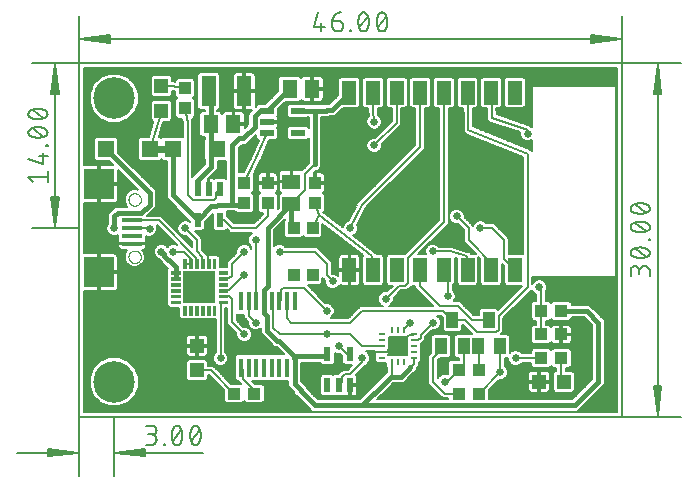
<source format=gtl>
G75*
%MOIN*%
%OFA0B0*%
%FSLAX25Y25*%
%IPPOS*%
%LPD*%
%AMOC8*
5,1,8,0,0,1.08239X$1,22.5*
%
%ADD10C,0.00600*%
%ADD11C,0.00512*%
%ADD12R,0.05906X0.05118*%
%ADD13R,0.05118X0.05906*%
%ADD14R,0.05512X0.05512*%
%ADD15R,0.11031X0.11031*%
%ADD16C,0.00236*%
%ADD17C,0.01181*%
%ADD18R,0.02165X0.04724*%
%ADD19R,0.04724X0.04724*%
%ADD20R,0.03937X0.04331*%
%ADD21R,0.04331X0.03937*%
%ADD22R,0.03937X0.05512*%
%ADD23R,0.01969X0.00984*%
%ADD24R,0.00984X0.01969*%
%ADD25R,0.04724X0.02165*%
%ADD26R,0.04724X0.07874*%
%ADD27R,0.02362X0.04724*%
%ADD28R,0.01378X0.06299*%
%ADD29R,0.06890X0.01575*%
%ADD30R,0.10000X0.10000*%
%ADD31C,0.00000*%
%ADD32R,0.03937X0.03937*%
%ADD33C,0.13843*%
%ADD34R,0.05000X0.10000*%
%ADD35C,0.01600*%
%ADD36C,0.00800*%
%ADD37C,0.02578*%
%ADD38C,0.02400*%
D10*
X0021728Y0020744D02*
X0202831Y0020744D01*
X0202831Y0138854D01*
X0021728Y0138854D01*
X0021728Y0020744D01*
X0023328Y0022344D02*
X0023328Y0062771D01*
X0028121Y0062771D01*
X0028121Y0068771D01*
X0028721Y0068771D01*
X0028721Y0062771D01*
X0033592Y0062771D01*
X0033923Y0062859D01*
X0034219Y0063031D01*
X0034462Y0063273D01*
X0034633Y0063569D01*
X0034721Y0063900D01*
X0034721Y0068771D01*
X0028721Y0068771D01*
X0028721Y0069371D01*
X0028121Y0069371D01*
X0028121Y0075371D01*
X0023328Y0075371D01*
X0023328Y0092102D01*
X0028121Y0092102D01*
X0028121Y0098102D01*
X0028721Y0098102D01*
X0028721Y0098702D01*
X0028121Y0098702D01*
X0028121Y0104702D01*
X0023328Y0104702D01*
X0023328Y0137254D01*
X0201231Y0137254D01*
X0201231Y0022344D01*
X0023328Y0022344D01*
X0023328Y0022540D02*
X0201231Y0022540D01*
X0201231Y0023138D02*
X0188510Y0023138D01*
X0187953Y0022581D02*
X0189183Y0023811D01*
X0197057Y0031685D01*
X0197057Y0053110D01*
X0195827Y0054340D01*
X0191890Y0058277D01*
X0186020Y0058277D01*
X0186020Y0058684D01*
X0185259Y0059446D01*
X0179851Y0059446D01*
X0179209Y0058803D01*
X0178566Y0059446D01*
X0177462Y0059446D01*
X0177462Y0062580D01*
X0177466Y0062585D01*
X0177861Y0063536D01*
X0177861Y0064566D01*
X0177466Y0065518D01*
X0176738Y0066246D01*
X0175787Y0066640D01*
X0174757Y0066640D01*
X0173805Y0066246D01*
X0173077Y0065518D01*
X0172935Y0065174D01*
X0172935Y0067570D01*
X0200632Y0067570D01*
X0200808Y0067746D01*
X0200808Y0130986D01*
X0200632Y0131162D01*
X0172825Y0131162D01*
X0172649Y0130986D01*
X0172649Y0117490D01*
X0172603Y0117509D01*
X0172475Y0117768D01*
X0172201Y0117861D01*
X0171997Y0118065D01*
X0171598Y0118065D01*
X0161015Y0121639D01*
X0160947Y0123657D01*
X0162070Y0123657D01*
X0162831Y0124418D01*
X0162831Y0133369D01*
X0162070Y0134131D01*
X0156269Y0134131D01*
X0155507Y0133369D01*
X0155507Y0124418D01*
X0156269Y0123657D01*
X0157745Y0123657D01*
X0157843Y0120742D01*
X0157716Y0120365D01*
X0157844Y0120107D01*
X0157844Y0119818D01*
X0158127Y0119536D01*
X0158304Y0119177D01*
X0158577Y0119085D01*
X0158781Y0118881D01*
X0159181Y0118881D01*
X0168746Y0115650D01*
X0168746Y0114717D01*
X0169140Y0113766D01*
X0169868Y0113037D01*
X0170820Y0112643D01*
X0171850Y0112643D01*
X0172649Y0112974D01*
X0172649Y0109588D01*
X0172547Y0109828D01*
X0172235Y0109953D01*
X0171997Y0110191D01*
X0171644Y0110191D01*
X0153170Y0117625D01*
X0153170Y0120114D01*
X0153191Y0120136D01*
X0153170Y0120772D01*
X0153170Y0121408D01*
X0153148Y0121430D01*
X0153073Y0123657D01*
X0154196Y0123657D01*
X0154957Y0124418D01*
X0154957Y0133369D01*
X0154196Y0134131D01*
X0148395Y0134131D01*
X0147633Y0133369D01*
X0147633Y0124418D01*
X0148395Y0123657D01*
X0149871Y0123657D01*
X0149970Y0120718D01*
X0149970Y0116854D01*
X0149838Y0116527D01*
X0149970Y0116217D01*
X0149970Y0115881D01*
X0150220Y0115632D01*
X0150358Y0115307D01*
X0150670Y0115182D01*
X0150907Y0114944D01*
X0151260Y0114944D01*
X0169735Y0107510D01*
X0169735Y0075076D01*
X0165061Y0075076D01*
X0165061Y0080462D01*
X0164123Y0081399D01*
X0160186Y0085336D01*
X0157648Y0085336D01*
X0157053Y0085931D01*
X0156102Y0086325D01*
X0155072Y0086325D01*
X0154120Y0085931D01*
X0153392Y0085203D01*
X0153115Y0084534D01*
X0152312Y0085336D01*
X0150302Y0087347D01*
X0150302Y0088188D01*
X0149907Y0089140D01*
X0149179Y0089868D01*
X0148228Y0090262D01*
X0147198Y0090262D01*
X0146246Y0089868D01*
X0145518Y0089140D01*
X0145124Y0088188D01*
X0145124Y0087158D01*
X0145518Y0086207D01*
X0146246Y0085478D01*
X0147198Y0085084D01*
X0148039Y0085084D01*
X0150050Y0083073D01*
X0150050Y0079136D01*
X0154111Y0075076D01*
X0152522Y0075076D01*
X0152316Y0075282D01*
X0152110Y0075660D01*
X0151864Y0075733D01*
X0151683Y0075914D01*
X0151252Y0075914D01*
X0146273Y0077388D01*
X0146092Y0077569D01*
X0145661Y0077569D01*
X0145247Y0077691D01*
X0145022Y0077569D01*
X0141794Y0077569D01*
X0141199Y0078163D01*
X0140247Y0078558D01*
X0139217Y0078558D01*
X0138266Y0078163D01*
X0137537Y0077435D01*
X0137143Y0076484D01*
X0137143Y0075454D01*
X0137300Y0075076D01*
X0134909Y0075076D01*
X0145021Y0085188D01*
X0145021Y0123657D01*
X0146322Y0123657D01*
X0147083Y0124418D01*
X0147083Y0133369D01*
X0146322Y0134131D01*
X0140521Y0134131D01*
X0139759Y0133369D01*
X0139759Y0124418D01*
X0140521Y0123657D01*
X0141821Y0123657D01*
X0141821Y0086513D01*
X0130673Y0075364D01*
X0130384Y0075076D01*
X0124773Y0075076D01*
X0124011Y0074314D01*
X0124011Y0065363D01*
X0124773Y0064602D01*
X0126315Y0064602D01*
X0124417Y0062703D01*
X0123576Y0062703D01*
X0122624Y0062309D01*
X0121896Y0061581D01*
X0121502Y0060629D01*
X0121502Y0059599D01*
X0121896Y0058648D01*
X0122624Y0057919D01*
X0122967Y0057777D01*
X0115554Y0057777D01*
X0111617Y0053840D01*
X0105628Y0053840D01*
X0105872Y0053941D01*
X0106600Y0054670D01*
X0106994Y0055621D01*
X0106994Y0056651D01*
X0106600Y0057603D01*
X0105872Y0058331D01*
X0104920Y0058725D01*
X0104120Y0058725D01*
X0103920Y0058925D01*
X0103913Y0058925D01*
X0098118Y0064720D01*
X0102188Y0064720D01*
X0102950Y0065481D01*
X0102950Y0067181D01*
X0103743Y0066388D01*
X0103789Y0066342D01*
X0103789Y0065501D01*
X0104183Y0064550D01*
X0104911Y0063821D01*
X0105863Y0063427D01*
X0106893Y0063427D01*
X0107844Y0063821D01*
X0108572Y0064550D01*
X0108720Y0064906D01*
X0108765Y0064861D01*
X0109061Y0064690D01*
X0109392Y0064602D01*
X0111625Y0064602D01*
X0111625Y0069539D01*
X0108263Y0069539D01*
X0108263Y0067792D01*
X0107844Y0068211D01*
X0106893Y0068605D01*
X0106051Y0068605D01*
X0106005Y0068651D01*
X0106005Y0072588D01*
X0102068Y0076525D01*
X0101131Y0077462D01*
X0090719Y0077462D01*
X0090124Y0078057D01*
X0089172Y0078451D01*
X0088142Y0078451D01*
X0087191Y0078057D01*
X0086820Y0077687D01*
X0086820Y0083063D01*
X0090494Y0086737D01*
X0090494Y0086624D01*
X0090113Y0086243D01*
X0090113Y0081229D01*
X0090875Y0080468D01*
X0095889Y0080468D01*
X0096531Y0081110D01*
X0097174Y0080468D01*
X0102188Y0080468D01*
X0102950Y0081229D01*
X0102950Y0085212D01*
X0116481Y0074658D01*
X0116137Y0074314D01*
X0116137Y0065363D01*
X0116899Y0064602D01*
X0122700Y0064602D01*
X0123461Y0065363D01*
X0123461Y0074314D01*
X0122700Y0075076D01*
X0121042Y0075076D01*
X0121031Y0075168D01*
X0120586Y0075515D01*
X0120187Y0075914D01*
X0120075Y0075914D01*
X0113167Y0081301D01*
X0113746Y0081541D01*
X0114474Y0082270D01*
X0114868Y0083221D01*
X0114868Y0084251D01*
X0114623Y0084845D01*
X0117531Y0090662D01*
X0137147Y0110278D01*
X0137147Y0123657D01*
X0138448Y0123657D01*
X0139209Y0124418D01*
X0139209Y0133369D01*
X0138448Y0134131D01*
X0132647Y0134131D01*
X0131885Y0133369D01*
X0131885Y0124418D01*
X0132647Y0123657D01*
X0133947Y0123657D01*
X0133947Y0111604D01*
X0115352Y0093009D01*
X0115082Y0092919D01*
X0114902Y0092558D01*
X0114617Y0092273D01*
X0114617Y0091988D01*
X0111785Y0086325D01*
X0111765Y0086325D01*
X0110813Y0085931D01*
X0110085Y0085203D01*
X0109691Y0084251D01*
X0109691Y0084012D01*
X0103264Y0089024D01*
X0103737Y0089497D01*
X0103737Y0094905D01*
X0103057Y0095585D01*
X0103235Y0095688D01*
X0103477Y0095930D01*
X0103648Y0096227D01*
X0103737Y0096557D01*
X0103737Y0098594D01*
X0100769Y0098594D01*
X0100769Y0099194D01*
X0103737Y0099194D01*
X0103737Y0101230D01*
X0103648Y0101561D01*
X0103477Y0101857D01*
X0103235Y0102099D01*
X0102939Y0102270D01*
X0102608Y0102359D01*
X0100768Y0102359D01*
X0100768Y0099194D01*
X0100169Y0099194D01*
X0100169Y0102303D01*
X0100773Y0102907D01*
X0101338Y0102907D01*
X0102568Y0104138D01*
X0102568Y0120770D01*
X0105039Y0120770D01*
X0105275Y0121006D01*
X0107008Y0121006D01*
X0109658Y0123657D01*
X0114826Y0123657D01*
X0115587Y0124418D01*
X0115587Y0133369D01*
X0114826Y0134131D01*
X0109025Y0134131D01*
X0108263Y0133369D01*
X0108263Y0128201D01*
X0105268Y0125206D01*
X0103536Y0125206D01*
X0103299Y0124970D01*
X0097944Y0124970D01*
X0097661Y0125253D01*
X0091860Y0125253D01*
X0091098Y0124491D01*
X0091098Y0121249D01*
X0091860Y0120487D01*
X0097661Y0120487D01*
X0097944Y0120770D01*
X0098369Y0120770D01*
X0098369Y0117065D01*
X0097661Y0117772D01*
X0091860Y0117772D01*
X0091098Y0117011D01*
X0091098Y0113769D01*
X0091860Y0113007D01*
X0097661Y0113007D01*
X0098369Y0113715D01*
X0098369Y0105312D01*
X0096396Y0103339D01*
X0096091Y0103034D01*
X0096049Y0103058D01*
X0095718Y0103146D01*
X0092894Y0103146D01*
X0092894Y0099587D01*
X0092295Y0099587D01*
X0092294Y0099587D02*
X0092294Y0098987D01*
X0088342Y0098987D01*
X0088342Y0096557D01*
X0088430Y0096227D01*
X0088601Y0095930D01*
X0088844Y0095688D01*
X0089022Y0095585D01*
X0088342Y0094905D01*
X0088342Y0090524D01*
X0087989Y0090171D01*
X0087989Y0094905D01*
X0087309Y0095585D01*
X0087487Y0095688D01*
X0087729Y0095930D01*
X0087900Y0096227D01*
X0087989Y0096557D01*
X0087989Y0098594D01*
X0085021Y0098594D01*
X0085021Y0099194D01*
X0087989Y0099194D01*
X0087989Y0101230D01*
X0087900Y0101561D01*
X0087729Y0101857D01*
X0087487Y0102099D01*
X0087191Y0102270D01*
X0086860Y0102359D01*
X0085020Y0102359D01*
X0085020Y0099194D01*
X0084420Y0099194D01*
X0084420Y0098594D01*
X0081452Y0098594D01*
X0081452Y0096557D01*
X0081541Y0096227D01*
X0081712Y0095930D01*
X0081954Y0095688D01*
X0082132Y0095585D01*
X0081452Y0094905D01*
X0081452Y0089497D01*
X0082213Y0088735D01*
X0083120Y0088735D01*
X0083120Y0088336D01*
X0080121Y0085336D01*
X0073572Y0085336D01*
X0071158Y0087750D01*
X0071158Y0089393D01*
X0071041Y0089510D01*
X0073578Y0089510D01*
X0073578Y0089497D01*
X0074339Y0088735D01*
X0079353Y0088735D01*
X0080115Y0089497D01*
X0080115Y0094905D01*
X0079472Y0095547D01*
X0080115Y0096190D01*
X0080115Y0101598D01*
X0080000Y0101713D01*
X0081748Y0105302D01*
X0081777Y0105313D01*
X0082036Y0105894D01*
X0082315Y0106466D01*
X0082305Y0106495D01*
X0085212Y0113007D01*
X0087424Y0113007D01*
X0088185Y0113769D01*
X0088185Y0117011D01*
X0087934Y0117263D01*
X0088097Y0117545D01*
X0088185Y0117876D01*
X0088185Y0118889D01*
X0084765Y0118889D01*
X0084765Y0119371D01*
X0088185Y0119371D01*
X0088185Y0120384D01*
X0088097Y0120714D01*
X0087934Y0120997D01*
X0088185Y0121249D01*
X0088185Y0123562D01*
X0090563Y0125940D01*
X0095062Y0125940D01*
X0095742Y0126621D01*
X0095846Y0126442D01*
X0096088Y0126200D01*
X0096384Y0126029D01*
X0096715Y0125940D01*
X0099145Y0125940D01*
X0099145Y0129893D01*
X0099745Y0129893D01*
X0099745Y0130493D01*
X0103304Y0130493D01*
X0103304Y0133317D01*
X0103215Y0133647D01*
X0103044Y0133944D01*
X0102802Y0134186D01*
X0102506Y0134357D01*
X0102175Y0134446D01*
X0099745Y0134446D01*
X0099745Y0130493D01*
X0099145Y0130493D01*
X0099145Y0134446D01*
X0096715Y0134446D01*
X0096384Y0134357D01*
X0096088Y0134186D01*
X0095846Y0133944D01*
X0095742Y0133765D01*
X0095062Y0134446D01*
X0088867Y0134446D01*
X0088106Y0133684D01*
X0088106Y0129422D01*
X0083936Y0125253D01*
X0081623Y0125253D01*
X0080861Y0124491D01*
X0080861Y0124428D01*
X0080639Y0124206D01*
X0080646Y0124234D01*
X0080646Y0129106D01*
X0077146Y0129106D01*
X0077146Y0129105D02*
X0077146Y0123106D01*
X0079518Y0123106D01*
X0079546Y0123113D01*
X0078261Y0121828D01*
X0078261Y0118292D01*
X0077123Y0117153D01*
X0077123Y0118082D01*
X0073564Y0118082D01*
X0073564Y0118682D01*
X0077123Y0118682D01*
X0077123Y0121506D01*
X0077034Y0121836D01*
X0076863Y0122133D01*
X0076621Y0122375D01*
X0076325Y0122546D01*
X0075994Y0122635D01*
X0073564Y0122635D01*
X0073564Y0118682D01*
X0072964Y0118682D01*
X0072964Y0122635D01*
X0070534Y0122635D01*
X0070203Y0122546D01*
X0069906Y0122375D01*
X0069664Y0122133D01*
X0069561Y0121954D01*
X0068881Y0122635D01*
X0067883Y0122635D01*
X0067883Y0123106D01*
X0068074Y0123106D01*
X0068835Y0123867D01*
X0068835Y0134944D01*
X0068074Y0135705D01*
X0061997Y0135705D01*
X0061235Y0134944D01*
X0061235Y0123867D01*
X0061997Y0123106D01*
X0063683Y0123106D01*
X0063683Y0122635D01*
X0062686Y0122635D01*
X0061924Y0121873D01*
X0061924Y0114891D01*
X0062686Y0114129D01*
X0063683Y0114129D01*
X0063683Y0113553D01*
X0063617Y0113487D01*
X0063617Y0106899D01*
X0063783Y0106732D01*
X0063783Y0105139D01*
X0060229Y0101584D01*
X0059587Y0100943D01*
X0059587Y0118427D01*
X0059677Y0118554D01*
X0059587Y0119072D01*
X0059587Y0119597D01*
X0059477Y0119707D01*
X0059386Y0120231D01*
X0059668Y0120231D01*
X0060430Y0120993D01*
X0060430Y0126401D01*
X0059787Y0127043D01*
X0060430Y0127686D01*
X0060430Y0133094D01*
X0059668Y0133855D01*
X0054654Y0133855D01*
X0053893Y0133094D01*
X0053893Y0132557D01*
X0053206Y0132671D01*
X0053100Y0132777D01*
X0052950Y0132777D01*
X0052950Y0134078D01*
X0052188Y0134839D01*
X0046387Y0134839D01*
X0045625Y0134078D01*
X0045625Y0128276D01*
X0046387Y0127515D01*
X0052188Y0127515D01*
X0052950Y0128276D01*
X0052950Y0129470D01*
X0053893Y0129312D01*
X0053893Y0127686D01*
X0054536Y0127043D01*
X0053893Y0126401D01*
X0053893Y0120993D01*
X0054654Y0120231D01*
X0056138Y0120231D01*
X0056387Y0118796D01*
X0056387Y0114249D01*
X0049812Y0114249D01*
X0049268Y0113705D01*
X0048724Y0114249D01*
X0048368Y0114249D01*
X0049926Y0119247D01*
X0052188Y0119247D01*
X0052950Y0120009D01*
X0052950Y0125810D01*
X0052188Y0126572D01*
X0046387Y0126572D01*
X0045625Y0125810D01*
X0045625Y0120009D01*
X0046387Y0119247D01*
X0046574Y0119247D01*
X0045017Y0114249D01*
X0042135Y0114249D01*
X0041373Y0113487D01*
X0041373Y0106899D01*
X0042135Y0106137D01*
X0048724Y0106137D01*
X0049268Y0106681D01*
X0049812Y0106137D01*
X0051006Y0106137D01*
X0051006Y0093811D01*
X0058913Y0085905D01*
X0058913Y0085646D01*
X0058628Y0085931D01*
X0057676Y0086325D01*
X0056646Y0086325D01*
X0055695Y0085931D01*
X0054967Y0085203D01*
X0054572Y0084251D01*
X0054572Y0083221D01*
X0054967Y0082270D01*
X0055695Y0081541D01*
X0056646Y0081147D01*
X0057488Y0081147D01*
X0059498Y0079136D01*
X0059498Y0077597D01*
X0049200Y0087895D01*
X0044605Y0087895D01*
X0046220Y0089510D01*
X0047450Y0090740D01*
X0047450Y0096417D01*
X0034918Y0108949D01*
X0034918Y0113487D01*
X0034157Y0114249D01*
X0027568Y0114249D01*
X0026806Y0113487D01*
X0026806Y0106899D01*
X0027568Y0106137D01*
X0031791Y0106137D01*
X0033226Y0104702D01*
X0028721Y0104702D01*
X0028721Y0098702D01*
X0034721Y0098702D01*
X0034721Y0103207D01*
X0041459Y0096468D01*
X0041020Y0096650D01*
X0039681Y0096650D01*
X0038443Y0096138D01*
X0037496Y0095191D01*
X0036983Y0093953D01*
X0036983Y0092614D01*
X0037496Y0091376D01*
X0037918Y0090954D01*
X0033851Y0090954D01*
X0032670Y0089773D01*
X0031439Y0088543D01*
X0031439Y0085298D01*
X0031345Y0085203D01*
X0030950Y0084251D01*
X0030950Y0083221D01*
X0031345Y0082270D01*
X0032073Y0081541D01*
X0033024Y0081147D01*
X0034054Y0081147D01*
X0034798Y0081455D01*
X0034798Y0079851D01*
X0034856Y0079793D01*
X0034798Y0079577D01*
X0034798Y0078712D01*
X0039450Y0078712D01*
X0039450Y0078524D01*
X0034798Y0078524D01*
X0034798Y0077660D01*
X0034887Y0077329D01*
X0035058Y0077032D01*
X0035300Y0076790D01*
X0035597Y0076619D01*
X0035927Y0076531D01*
X0037931Y0076531D01*
X0037496Y0076096D01*
X0036983Y0074859D01*
X0036983Y0073519D01*
X0037496Y0072282D01*
X0038443Y0071335D01*
X0039681Y0070822D01*
X0041020Y0070822D01*
X0042258Y0071335D01*
X0043205Y0072282D01*
X0043717Y0073519D01*
X0043717Y0074859D01*
X0043205Y0076096D01*
X0042770Y0076531D01*
X0043159Y0076531D01*
X0043490Y0076619D01*
X0043786Y0076790D01*
X0044028Y0077032D01*
X0044200Y0077329D01*
X0044288Y0077660D01*
X0044288Y0078524D01*
X0039637Y0078524D01*
X0039637Y0078712D01*
X0044288Y0078712D01*
X0044288Y0079577D01*
X0044230Y0079793D01*
X0044288Y0079851D01*
X0044288Y0081144D01*
X0044835Y0080917D01*
X0045865Y0080917D01*
X0046817Y0081311D01*
X0047545Y0082040D01*
X0047939Y0082991D01*
X0047939Y0084021D01*
X0047660Y0084695D01*
X0047874Y0084695D01*
X0054357Y0078212D01*
X0053780Y0078451D01*
X0052750Y0078451D01*
X0051799Y0078057D01*
X0051276Y0077535D01*
X0050754Y0078057D01*
X0049802Y0078451D01*
X0048772Y0078451D01*
X0047821Y0078057D01*
X0047093Y0077329D01*
X0046698Y0076377D01*
X0046698Y0075347D01*
X0047093Y0074396D01*
X0047821Y0073667D01*
X0048335Y0073455D01*
X0050929Y0070860D01*
X0051447Y0070342D01*
X0051137Y0070032D01*
X0051137Y0058070D01*
X0051968Y0057239D01*
X0055074Y0057239D01*
X0055074Y0054133D01*
X0055905Y0053302D01*
X0067372Y0053302D01*
X0067372Y0042491D01*
X0066778Y0041896D01*
X0066383Y0040944D01*
X0066383Y0039914D01*
X0066778Y0038963D01*
X0067506Y0038234D01*
X0068457Y0037840D01*
X0069487Y0037840D01*
X0070439Y0038234D01*
X0071167Y0038963D01*
X0071561Y0039914D01*
X0071561Y0040944D01*
X0071167Y0041896D01*
X0070572Y0042491D01*
X0070572Y0057239D01*
X0071113Y0057239D01*
X0071113Y0051773D01*
X0072051Y0050836D01*
X0074257Y0048629D01*
X0074257Y0047788D01*
X0074652Y0046837D01*
X0075380Y0046108D01*
X0076331Y0045714D01*
X0077361Y0045714D01*
X0078313Y0046108D01*
X0079041Y0046837D01*
X0079435Y0047788D01*
X0079435Y0048818D01*
X0079041Y0049770D01*
X0078313Y0050498D01*
X0077361Y0050892D01*
X0076520Y0050892D01*
X0074313Y0053099D01*
X0074313Y0055100D01*
X0074536Y0054877D01*
X0076723Y0054877D01*
X0076723Y0053907D01*
X0077660Y0052969D01*
X0078063Y0052566D01*
X0078063Y0051725D01*
X0078457Y0050774D01*
X0079185Y0050045D01*
X0080137Y0049651D01*
X0081167Y0049651D01*
X0082119Y0050045D01*
X0082370Y0050297D01*
X0082370Y0048651D01*
X0085688Y0045333D01*
X0086918Y0044103D01*
X0087709Y0044103D01*
X0090083Y0041729D01*
X0089891Y0041729D01*
X0089839Y0041677D01*
X0089787Y0041729D01*
X0087332Y0041729D01*
X0087280Y0041677D01*
X0087227Y0041729D01*
X0084773Y0041729D01*
X0084720Y0041677D01*
X0084668Y0041729D01*
X0082213Y0041729D01*
X0082161Y0041677D01*
X0082109Y0041729D01*
X0079654Y0041729D01*
X0079602Y0041677D01*
X0079550Y0041729D01*
X0077095Y0041729D01*
X0077043Y0041677D01*
X0076991Y0041729D01*
X0074536Y0041729D01*
X0073775Y0040968D01*
X0073775Y0033591D01*
X0074536Y0032830D01*
X0074833Y0032830D01*
X0075776Y0031887D01*
X0072494Y0031887D01*
X0067423Y0036958D01*
X0066486Y0037895D01*
X0064761Y0037895D01*
X0064761Y0039196D01*
X0063999Y0039957D01*
X0058198Y0039957D01*
X0057436Y0039196D01*
X0057436Y0033395D01*
X0058198Y0032633D01*
X0063999Y0032633D01*
X0064761Y0033395D01*
X0064761Y0034695D01*
X0065160Y0034695D01*
X0070035Y0029821D01*
X0070035Y0026111D01*
X0070796Y0025350D01*
X0076204Y0025350D01*
X0076846Y0025992D01*
X0077489Y0025350D01*
X0082897Y0025350D01*
X0083658Y0026111D01*
X0083658Y0031125D01*
X0082897Y0031887D01*
X0080301Y0031887D01*
X0079358Y0032830D01*
X0079550Y0032830D01*
X0079602Y0032882D01*
X0079654Y0032830D01*
X0082109Y0032830D01*
X0082161Y0032882D01*
X0082213Y0032830D01*
X0084668Y0032830D01*
X0084720Y0032882D01*
X0084773Y0032830D01*
X0087227Y0032830D01*
X0087280Y0032882D01*
X0087332Y0032830D01*
X0089787Y0032830D01*
X0089839Y0032882D01*
X0089891Y0032830D01*
X0091577Y0032830D01*
X0091577Y0031027D01*
X0093580Y0029024D01*
X0093580Y0028600D01*
X0094810Y0027370D01*
X0098369Y0023811D01*
X0099599Y0022581D01*
X0187953Y0022581D01*
X0189108Y0023737D02*
X0201231Y0023737D01*
X0201231Y0024335D02*
X0189707Y0024335D01*
X0190305Y0024934D02*
X0201231Y0024934D01*
X0201231Y0025532D02*
X0190904Y0025532D01*
X0191502Y0026131D02*
X0201231Y0026131D01*
X0201231Y0026729D02*
X0192101Y0026729D01*
X0192699Y0027328D02*
X0201231Y0027328D01*
X0201231Y0027926D02*
X0193298Y0027926D01*
X0193896Y0028525D02*
X0201231Y0028525D01*
X0201231Y0029123D02*
X0194495Y0029123D01*
X0195093Y0029722D02*
X0201231Y0029722D01*
X0201231Y0030320D02*
X0195692Y0030320D01*
X0196290Y0030919D02*
X0201231Y0030919D01*
X0201231Y0031517D02*
X0196889Y0031517D01*
X0197057Y0032116D02*
X0201231Y0032116D01*
X0201231Y0032714D02*
X0197057Y0032714D01*
X0197057Y0033313D02*
X0201231Y0033313D01*
X0201231Y0033911D02*
X0197057Y0033911D01*
X0197057Y0034510D02*
X0201231Y0034510D01*
X0201231Y0035108D02*
X0197057Y0035108D01*
X0197057Y0035707D02*
X0201231Y0035707D01*
X0201231Y0036305D02*
X0197057Y0036305D01*
X0197057Y0036904D02*
X0201231Y0036904D01*
X0201231Y0037502D02*
X0197057Y0037502D01*
X0197057Y0038101D02*
X0201231Y0038101D01*
X0201231Y0038699D02*
X0197057Y0038699D01*
X0197057Y0039298D02*
X0201231Y0039298D01*
X0201231Y0039896D02*
X0197057Y0039896D01*
X0197057Y0040495D02*
X0201231Y0040495D01*
X0201231Y0041093D02*
X0197057Y0041093D01*
X0197057Y0041692D02*
X0201231Y0041692D01*
X0201231Y0042291D02*
X0197057Y0042291D01*
X0197057Y0042889D02*
X0201231Y0042889D01*
X0201231Y0043488D02*
X0197057Y0043488D01*
X0197057Y0044086D02*
X0201231Y0044086D01*
X0201231Y0044685D02*
X0197057Y0044685D01*
X0197057Y0045283D02*
X0201231Y0045283D01*
X0201231Y0045882D02*
X0197057Y0045882D01*
X0197057Y0046480D02*
X0201231Y0046480D01*
X0201231Y0047079D02*
X0197057Y0047079D01*
X0197057Y0047677D02*
X0201231Y0047677D01*
X0201231Y0048276D02*
X0197057Y0048276D01*
X0197057Y0048874D02*
X0201231Y0048874D01*
X0201231Y0049473D02*
X0197057Y0049473D01*
X0197057Y0050071D02*
X0201231Y0050071D01*
X0201231Y0050670D02*
X0197057Y0050670D01*
X0197057Y0051268D02*
X0201231Y0051268D01*
X0201231Y0051867D02*
X0197057Y0051867D01*
X0197057Y0052465D02*
X0201231Y0052465D01*
X0201231Y0053064D02*
X0197057Y0053064D01*
X0196504Y0053662D02*
X0201231Y0053662D01*
X0201231Y0054261D02*
X0195906Y0054261D01*
X0195307Y0054859D02*
X0201231Y0054859D01*
X0201231Y0055458D02*
X0194709Y0055458D01*
X0194110Y0056056D02*
X0201231Y0056056D01*
X0201231Y0056655D02*
X0193512Y0056655D01*
X0192913Y0057253D02*
X0201231Y0057253D01*
X0201231Y0057852D02*
X0192315Y0057852D01*
X0190150Y0054077D02*
X0186020Y0054077D01*
X0186020Y0053670D01*
X0185259Y0052909D01*
X0179851Y0052909D01*
X0179209Y0053551D01*
X0178566Y0052909D01*
X0177462Y0052909D01*
X0177462Y0051572D01*
X0178566Y0051572D01*
X0179246Y0050891D01*
X0179350Y0051070D01*
X0179592Y0051312D01*
X0179888Y0051483D01*
X0180219Y0051572D01*
X0182255Y0051572D01*
X0182255Y0048603D01*
X0182855Y0048603D01*
X0186020Y0048603D01*
X0186020Y0050443D01*
X0185932Y0050773D01*
X0185761Y0051070D01*
X0185519Y0051312D01*
X0185222Y0051483D01*
X0184892Y0051572D01*
X0182855Y0051572D01*
X0182855Y0048603D01*
X0182855Y0048003D01*
X0182855Y0045035D01*
X0184892Y0045035D01*
X0185222Y0045123D01*
X0185519Y0045294D01*
X0185761Y0045536D01*
X0185932Y0045833D01*
X0186020Y0046163D01*
X0186020Y0048003D01*
X0182855Y0048003D01*
X0182255Y0048003D01*
X0182255Y0045035D01*
X0180219Y0045035D01*
X0179888Y0045123D01*
X0179592Y0045294D01*
X0179350Y0045536D01*
X0179246Y0045715D01*
X0178566Y0045035D01*
X0173158Y0045035D01*
X0172397Y0045796D01*
X0172397Y0050810D01*
X0173158Y0051572D01*
X0174262Y0051572D01*
X0174262Y0052909D01*
X0173158Y0052909D01*
X0172397Y0053670D01*
X0172397Y0058684D01*
X0173158Y0059446D01*
X0174262Y0059446D01*
X0174262Y0061667D01*
X0173805Y0061856D01*
X0173077Y0062585D01*
X0172800Y0063254D01*
X0171997Y0062451D01*
X0171997Y0062451D01*
X0163250Y0053704D01*
X0163250Y0049070D01*
X0162602Y0048422D01*
X0164629Y0048422D01*
X0165391Y0047661D01*
X0165391Y0042083D01*
X0165931Y0042624D01*
X0166883Y0043018D01*
X0167913Y0043018D01*
X0168864Y0042624D01*
X0169459Y0042029D01*
X0172397Y0042029D01*
X0172397Y0042936D01*
X0173158Y0043698D01*
X0178566Y0043698D01*
X0179209Y0043055D01*
X0179851Y0043698D01*
X0185259Y0043698D01*
X0186020Y0042936D01*
X0186020Y0037922D01*
X0185259Y0037161D01*
X0184155Y0037161D01*
X0184155Y0036217D01*
X0186243Y0036217D01*
X0187005Y0035456D01*
X0187005Y0029654D01*
X0186243Y0028893D01*
X0180442Y0028893D01*
X0179680Y0029654D01*
X0179680Y0035456D01*
X0180442Y0036217D01*
X0180955Y0036217D01*
X0180955Y0037161D01*
X0179851Y0037161D01*
X0179209Y0037803D01*
X0178566Y0037161D01*
X0173158Y0037161D01*
X0172397Y0037922D01*
X0172397Y0038829D01*
X0169459Y0038829D01*
X0168864Y0038234D01*
X0167913Y0037840D01*
X0166883Y0037840D01*
X0165931Y0038234D01*
X0165203Y0038963D01*
X0164809Y0039914D01*
X0164809Y0040490D01*
X0164629Y0040310D01*
X0163722Y0040310D01*
X0163722Y0037805D01*
X0164317Y0037211D01*
X0164711Y0036259D01*
X0164711Y0035229D01*
X0164317Y0034278D01*
X0163589Y0033549D01*
X0162637Y0033155D01*
X0161796Y0033155D01*
X0158461Y0029821D01*
X0158461Y0026781D01*
X0186213Y0026781D01*
X0192857Y0033425D01*
X0192857Y0051370D01*
X0190150Y0054077D01*
X0190565Y0053662D02*
X0186012Y0053662D01*
X0185414Y0053064D02*
X0191163Y0053064D01*
X0191762Y0052465D02*
X0177462Y0052465D01*
X0177462Y0051867D02*
X0192360Y0051867D01*
X0192857Y0051268D02*
X0185562Y0051268D01*
X0185960Y0050670D02*
X0192857Y0050670D01*
X0192857Y0050071D02*
X0186020Y0050071D01*
X0186020Y0049473D02*
X0192857Y0049473D01*
X0192857Y0048874D02*
X0186020Y0048874D01*
X0186020Y0047677D02*
X0192857Y0047677D01*
X0192857Y0047079D02*
X0186020Y0047079D01*
X0186020Y0046480D02*
X0192857Y0046480D01*
X0192857Y0045882D02*
X0185945Y0045882D01*
X0185499Y0045283D02*
X0192857Y0045283D01*
X0192857Y0044685D02*
X0165391Y0044685D01*
X0165391Y0045283D02*
X0172910Y0045283D01*
X0172397Y0045882D02*
X0165391Y0045882D01*
X0165391Y0046480D02*
X0172397Y0046480D01*
X0172397Y0047079D02*
X0165391Y0047079D01*
X0165374Y0047677D02*
X0172397Y0047677D01*
X0172397Y0048276D02*
X0164775Y0048276D01*
X0163054Y0048874D02*
X0172397Y0048874D01*
X0172397Y0049473D02*
X0163250Y0049473D01*
X0163250Y0050071D02*
X0172397Y0050071D01*
X0172397Y0050670D02*
X0163250Y0050670D01*
X0163250Y0051268D02*
X0172855Y0051268D01*
X0174262Y0051867D02*
X0163250Y0051867D01*
X0163250Y0052465D02*
X0174262Y0052465D01*
X0173003Y0053064D02*
X0163250Y0053064D01*
X0163250Y0053662D02*
X0172405Y0053662D01*
X0172397Y0054261D02*
X0163807Y0054261D01*
X0164405Y0054859D02*
X0172397Y0054859D01*
X0172397Y0055458D02*
X0165004Y0055458D01*
X0165602Y0056056D02*
X0172397Y0056056D01*
X0172397Y0056655D02*
X0166201Y0056655D01*
X0166799Y0057253D02*
X0172397Y0057253D01*
X0172397Y0057852D02*
X0167398Y0057852D01*
X0167996Y0058450D02*
X0172397Y0058450D01*
X0172762Y0059049D02*
X0168595Y0059049D01*
X0169194Y0059647D02*
X0174262Y0059647D01*
X0174262Y0060246D02*
X0169792Y0060246D01*
X0170391Y0060844D02*
X0174262Y0060844D01*
X0174262Y0061443D02*
X0170989Y0061443D01*
X0171588Y0062041D02*
X0173620Y0062041D01*
X0173054Y0062640D02*
X0172186Y0062640D01*
X0172785Y0063238D02*
X0172806Y0063238D01*
X0171335Y0064051D02*
X0171335Y0108591D01*
X0151570Y0116544D01*
X0151570Y0120745D01*
X0151295Y0128894D01*
X0147633Y0129075D02*
X0147083Y0129075D01*
X0147083Y0129673D02*
X0147633Y0129673D01*
X0147633Y0130272D02*
X0147083Y0130272D01*
X0147083Y0130870D02*
X0147633Y0130870D01*
X0147633Y0131469D02*
X0147083Y0131469D01*
X0147083Y0132067D02*
X0147633Y0132067D01*
X0147633Y0132666D02*
X0147083Y0132666D01*
X0147083Y0133264D02*
X0147633Y0133264D01*
X0148127Y0133863D02*
X0146590Y0133863D01*
X0147083Y0128476D02*
X0147633Y0128476D01*
X0147633Y0127878D02*
X0147083Y0127878D01*
X0147083Y0127279D02*
X0147633Y0127279D01*
X0147633Y0126681D02*
X0147083Y0126681D01*
X0147083Y0126082D02*
X0147633Y0126082D01*
X0147633Y0125484D02*
X0147083Y0125484D01*
X0147083Y0124885D02*
X0147633Y0124885D01*
X0147765Y0124287D02*
X0146952Y0124287D01*
X0146353Y0123688D02*
X0148363Y0123688D01*
X0149890Y0123090D02*
X0145021Y0123090D01*
X0145021Y0122491D02*
X0149910Y0122491D01*
X0149930Y0121893D02*
X0145021Y0121893D01*
X0145021Y0121294D02*
X0149951Y0121294D01*
X0149970Y0120695D02*
X0145021Y0120695D01*
X0145021Y0120097D02*
X0149970Y0120097D01*
X0149970Y0119498D02*
X0145021Y0119498D01*
X0145021Y0118900D02*
X0149970Y0118900D01*
X0149970Y0118301D02*
X0145021Y0118301D01*
X0145021Y0117703D02*
X0149970Y0117703D01*
X0149970Y0117104D02*
X0145021Y0117104D01*
X0145021Y0116506D02*
X0149847Y0116506D01*
X0149970Y0115907D02*
X0145021Y0115907D01*
X0145021Y0115309D02*
X0150357Y0115309D01*
X0151841Y0114710D02*
X0145021Y0114710D01*
X0145021Y0114112D02*
X0153329Y0114112D01*
X0154816Y0113513D02*
X0145021Y0113513D01*
X0145021Y0112915D02*
X0156303Y0112915D01*
X0157790Y0112316D02*
X0145021Y0112316D01*
X0145021Y0111718D02*
X0159278Y0111718D01*
X0160765Y0111119D02*
X0145021Y0111119D01*
X0145021Y0110521D02*
X0162252Y0110521D01*
X0163740Y0109922D02*
X0145021Y0109922D01*
X0145021Y0109324D02*
X0165227Y0109324D01*
X0166714Y0108725D02*
X0145021Y0108725D01*
X0145021Y0108127D02*
X0168202Y0108127D01*
X0169689Y0107528D02*
X0145021Y0107528D01*
X0145021Y0106930D02*
X0169735Y0106930D01*
X0169735Y0106331D02*
X0145021Y0106331D01*
X0145021Y0105733D02*
X0169735Y0105733D01*
X0169735Y0105134D02*
X0145021Y0105134D01*
X0145021Y0104536D02*
X0169735Y0104536D01*
X0169735Y0103937D02*
X0145021Y0103937D01*
X0145021Y0103339D02*
X0169735Y0103339D01*
X0169735Y0102740D02*
X0145021Y0102740D01*
X0145021Y0102142D02*
X0169735Y0102142D01*
X0169735Y0101543D02*
X0145021Y0101543D01*
X0145021Y0100945D02*
X0169735Y0100945D01*
X0169735Y0100346D02*
X0145021Y0100346D01*
X0145021Y0099748D02*
X0169735Y0099748D01*
X0169735Y0099149D02*
X0145021Y0099149D01*
X0145021Y0098551D02*
X0169735Y0098551D01*
X0169735Y0097952D02*
X0145021Y0097952D01*
X0145021Y0097354D02*
X0169735Y0097354D01*
X0169735Y0096755D02*
X0145021Y0096755D01*
X0145021Y0096157D02*
X0169735Y0096157D01*
X0169735Y0095558D02*
X0145021Y0095558D01*
X0145021Y0094959D02*
X0169735Y0094959D01*
X0169735Y0094361D02*
X0145021Y0094361D01*
X0145021Y0093762D02*
X0169735Y0093762D01*
X0169735Y0093164D02*
X0145021Y0093164D01*
X0145021Y0092565D02*
X0169735Y0092565D01*
X0169735Y0091967D02*
X0145021Y0091967D01*
X0145021Y0091368D02*
X0169735Y0091368D01*
X0169735Y0090770D02*
X0145021Y0090770D01*
X0145021Y0090171D02*
X0146978Y0090171D01*
X0145951Y0089573D02*
X0145021Y0089573D01*
X0145021Y0088974D02*
X0145449Y0088974D01*
X0145201Y0088376D02*
X0145021Y0088376D01*
X0145021Y0087777D02*
X0145124Y0087777D01*
X0145124Y0087179D02*
X0145021Y0087179D01*
X0145021Y0086580D02*
X0145363Y0086580D01*
X0145021Y0085982D02*
X0145743Y0085982D01*
X0145021Y0085383D02*
X0146476Y0085383D01*
X0144618Y0084785D02*
X0148338Y0084785D01*
X0148937Y0084186D02*
X0144020Y0084186D01*
X0143421Y0083588D02*
X0149535Y0083588D01*
X0150050Y0082989D02*
X0142823Y0082989D01*
X0142224Y0082391D02*
X0150050Y0082391D01*
X0150050Y0081792D02*
X0141626Y0081792D01*
X0141027Y0081194D02*
X0150050Y0081194D01*
X0150050Y0080595D02*
X0140429Y0080595D01*
X0139830Y0079997D02*
X0150050Y0079997D01*
X0150050Y0079398D02*
X0139232Y0079398D01*
X0138633Y0078800D02*
X0150386Y0078800D01*
X0150985Y0078201D02*
X0141108Y0078201D01*
X0141759Y0077603D02*
X0145085Y0077603D01*
X0145546Y0077603D02*
X0151583Y0077603D01*
X0152182Y0077004D02*
X0147568Y0077004D01*
X0149591Y0076406D02*
X0152780Y0076406D01*
X0153379Y0075807D02*
X0151790Y0075807D01*
X0152389Y0075209D02*
X0153977Y0075209D01*
X0154957Y0074229D02*
X0155507Y0073679D01*
X0155507Y0065363D01*
X0156269Y0064602D01*
X0162070Y0064602D01*
X0162831Y0065363D01*
X0162831Y0071788D01*
X0163381Y0071238D01*
X0163381Y0065363D01*
X0164143Y0064602D01*
X0169622Y0064602D01*
X0161497Y0056476D01*
X0160889Y0057083D01*
X0155875Y0057083D01*
X0155113Y0056322D01*
X0155113Y0054628D01*
X0153482Y0054628D01*
X0149669Y0058440D01*
X0148732Y0059377D01*
X0146700Y0059377D01*
X0146952Y0059630D01*
X0147346Y0060581D01*
X0147346Y0061611D01*
X0146952Y0062563D01*
X0146357Y0063157D01*
X0146357Y0064637D01*
X0147083Y0065363D01*
X0147083Y0073810D01*
X0147633Y0073648D01*
X0147633Y0065363D01*
X0148395Y0064602D01*
X0154196Y0064602D01*
X0154957Y0065363D01*
X0154957Y0074229D01*
X0154957Y0074012D02*
X0155174Y0074012D01*
X0154957Y0073413D02*
X0155507Y0073413D01*
X0155507Y0072815D02*
X0154957Y0072815D01*
X0154957Y0072216D02*
X0155507Y0072216D01*
X0155507Y0071618D02*
X0154957Y0071618D01*
X0154957Y0071019D02*
X0155507Y0071019D01*
X0155507Y0070421D02*
X0154957Y0070421D01*
X0154957Y0069822D02*
X0155507Y0069822D01*
X0155507Y0069224D02*
X0154957Y0069224D01*
X0154957Y0068625D02*
X0155507Y0068625D01*
X0155507Y0068026D02*
X0154957Y0068026D01*
X0154957Y0067428D02*
X0155507Y0067428D01*
X0155507Y0066829D02*
X0154957Y0066829D01*
X0154957Y0066231D02*
X0155507Y0066231D01*
X0155507Y0065632D02*
X0154957Y0065632D01*
X0154628Y0065034D02*
X0155836Y0065034D01*
X0159169Y0069839D02*
X0159524Y0070193D01*
X0159524Y0071925D01*
X0151650Y0079799D01*
X0151650Y0083736D01*
X0147713Y0087673D01*
X0150302Y0087777D02*
X0169735Y0087777D01*
X0169735Y0087179D02*
X0150470Y0087179D01*
X0151068Y0086580D02*
X0169735Y0086580D01*
X0169735Y0085982D02*
X0156931Y0085982D01*
X0157601Y0085383D02*
X0169735Y0085383D01*
X0169735Y0084785D02*
X0160738Y0084785D01*
X0161336Y0084186D02*
X0169735Y0084186D01*
X0169735Y0083588D02*
X0161935Y0083588D01*
X0162533Y0082989D02*
X0169735Y0082989D01*
X0169735Y0082391D02*
X0163132Y0082391D01*
X0163730Y0081792D02*
X0169735Y0081792D01*
X0169735Y0081194D02*
X0164329Y0081194D01*
X0164927Y0080595D02*
X0169735Y0080595D01*
X0169735Y0079997D02*
X0165061Y0079997D01*
X0165061Y0079398D02*
X0169735Y0079398D01*
X0169735Y0078800D02*
X0165061Y0078800D01*
X0165061Y0078201D02*
X0169735Y0078201D01*
X0169735Y0077603D02*
X0165061Y0077603D01*
X0165061Y0077004D02*
X0169735Y0077004D01*
X0169735Y0076406D02*
X0165061Y0076406D01*
X0165061Y0075807D02*
X0169735Y0075807D01*
X0169735Y0075209D02*
X0165061Y0075209D01*
X0163461Y0073421D02*
X0167043Y0069839D01*
X0163381Y0069822D02*
X0162831Y0069822D01*
X0162831Y0069224D02*
X0163381Y0069224D01*
X0163381Y0068625D02*
X0162831Y0068625D01*
X0162831Y0068026D02*
X0163381Y0068026D01*
X0163381Y0067428D02*
X0162831Y0067428D01*
X0162831Y0066829D02*
X0163381Y0066829D01*
X0163381Y0066231D02*
X0162831Y0066231D01*
X0162831Y0065632D02*
X0163381Y0065632D01*
X0163710Y0065034D02*
X0162502Y0065034D01*
X0166464Y0061443D02*
X0147346Y0061443D01*
X0147346Y0060844D02*
X0165865Y0060844D01*
X0165267Y0060246D02*
X0147208Y0060246D01*
X0146960Y0059647D02*
X0164668Y0059647D01*
X0164070Y0059049D02*
X0149060Y0059049D01*
X0149659Y0058450D02*
X0163471Y0058450D01*
X0162873Y0057852D02*
X0150257Y0057852D01*
X0150856Y0057253D02*
X0162274Y0057253D01*
X0161676Y0056655D02*
X0161318Y0056655D01*
X0161650Y0054367D02*
X0171335Y0064051D01*
X0169456Y0064435D02*
X0146357Y0064435D01*
X0146357Y0063837D02*
X0168858Y0063837D01*
X0168259Y0063238D02*
X0146357Y0063238D01*
X0146875Y0062640D02*
X0167661Y0062640D01*
X0167062Y0062041D02*
X0147168Y0062041D01*
X0144757Y0061096D02*
X0144757Y0068502D01*
X0143421Y0069839D01*
X0147083Y0069822D02*
X0147633Y0069822D01*
X0147633Y0069224D02*
X0147083Y0069224D01*
X0147083Y0068625D02*
X0147633Y0068625D01*
X0147633Y0068026D02*
X0147083Y0068026D01*
X0147083Y0067428D02*
X0147633Y0067428D01*
X0147633Y0066829D02*
X0147083Y0066829D01*
X0147083Y0066231D02*
X0147633Y0066231D01*
X0147633Y0065632D02*
X0147083Y0065632D01*
X0146754Y0065034D02*
X0147962Y0065034D01*
X0147633Y0070421D02*
X0147083Y0070421D01*
X0147083Y0071019D02*
X0147633Y0071019D01*
X0147633Y0071618D02*
X0147083Y0071618D01*
X0147083Y0072216D02*
X0147633Y0072216D01*
X0147633Y0072815D02*
X0147083Y0072815D01*
X0147083Y0073413D02*
X0147633Y0073413D01*
X0145429Y0075969D02*
X0151020Y0074314D01*
X0151020Y0074050D01*
X0151295Y0069839D01*
X0145429Y0075969D02*
X0139732Y0075969D01*
X0137359Y0077004D02*
X0136838Y0077004D01*
X0137143Y0076406D02*
X0136239Y0076406D01*
X0135641Y0075807D02*
X0137143Y0075807D01*
X0137245Y0075209D02*
X0135042Y0075209D01*
X0132911Y0077603D02*
X0117909Y0077603D01*
X0117142Y0078201D02*
X0133509Y0078201D01*
X0134108Y0078800D02*
X0116375Y0078800D01*
X0115607Y0079398D02*
X0134706Y0079398D01*
X0135305Y0079997D02*
X0114840Y0079997D01*
X0114072Y0080595D02*
X0135903Y0080595D01*
X0136502Y0081194D02*
X0113305Y0081194D01*
X0113997Y0081792D02*
X0137100Y0081792D01*
X0137699Y0082391D02*
X0114524Y0082391D01*
X0114772Y0082989D02*
X0138298Y0082989D01*
X0138896Y0083588D02*
X0114868Y0083588D01*
X0114868Y0084186D02*
X0139495Y0084186D01*
X0140093Y0084785D02*
X0114647Y0084785D01*
X0114892Y0085383D02*
X0140692Y0085383D01*
X0141290Y0085982D02*
X0115191Y0085982D01*
X0115490Y0086580D02*
X0141821Y0086580D01*
X0141821Y0087179D02*
X0115790Y0087179D01*
X0116089Y0087777D02*
X0141821Y0087777D01*
X0141821Y0088376D02*
X0116388Y0088376D01*
X0116687Y0088974D02*
X0141821Y0088974D01*
X0141821Y0089573D02*
X0116987Y0089573D01*
X0117286Y0090171D02*
X0141821Y0090171D01*
X0141821Y0090770D02*
X0117639Y0090770D01*
X0118237Y0091368D02*
X0141821Y0091368D01*
X0141821Y0091967D02*
X0118836Y0091967D01*
X0119434Y0092565D02*
X0141821Y0092565D01*
X0141821Y0093164D02*
X0120033Y0093164D01*
X0120632Y0093762D02*
X0141821Y0093762D01*
X0141821Y0094361D02*
X0121230Y0094361D01*
X0121829Y0094959D02*
X0141821Y0094959D01*
X0141821Y0095558D02*
X0122427Y0095558D01*
X0123026Y0096157D02*
X0141821Y0096157D01*
X0141821Y0096755D02*
X0123624Y0096755D01*
X0124223Y0097354D02*
X0141821Y0097354D01*
X0141821Y0097952D02*
X0124821Y0097952D01*
X0125420Y0098551D02*
X0141821Y0098551D01*
X0141821Y0099149D02*
X0126018Y0099149D01*
X0126617Y0099748D02*
X0141821Y0099748D01*
X0141821Y0100346D02*
X0127215Y0100346D01*
X0127814Y0100945D02*
X0141821Y0100945D01*
X0141821Y0101543D02*
X0128412Y0101543D01*
X0129011Y0102142D02*
X0141821Y0102142D01*
X0141821Y0102740D02*
X0129609Y0102740D01*
X0130208Y0103339D02*
X0141821Y0103339D01*
X0141821Y0103937D02*
X0130806Y0103937D01*
X0131405Y0104536D02*
X0141821Y0104536D01*
X0141821Y0105134D02*
X0132003Y0105134D01*
X0132602Y0105733D02*
X0141821Y0105733D01*
X0141821Y0106331D02*
X0133200Y0106331D01*
X0133799Y0106930D02*
X0141821Y0106930D01*
X0141821Y0107528D02*
X0134397Y0107528D01*
X0134996Y0108127D02*
X0141821Y0108127D01*
X0141821Y0108725D02*
X0135594Y0108725D01*
X0136193Y0109324D02*
X0141821Y0109324D01*
X0141821Y0109922D02*
X0136791Y0109922D01*
X0137147Y0110521D02*
X0141821Y0110521D01*
X0141821Y0111119D02*
X0137147Y0111119D01*
X0137147Y0111718D02*
X0141821Y0111718D01*
X0141821Y0112316D02*
X0137147Y0112316D01*
X0137147Y0112915D02*
X0141821Y0112915D01*
X0141821Y0113513D02*
X0137147Y0113513D01*
X0137147Y0114112D02*
X0141821Y0114112D01*
X0141821Y0114710D02*
X0137147Y0114710D01*
X0137147Y0115309D02*
X0141821Y0115309D01*
X0141821Y0115907D02*
X0137147Y0115907D01*
X0137147Y0116506D02*
X0141821Y0116506D01*
X0141821Y0117104D02*
X0137147Y0117104D01*
X0137147Y0117703D02*
X0141821Y0117703D01*
X0141821Y0118301D02*
X0137147Y0118301D01*
X0137147Y0118900D02*
X0141821Y0118900D01*
X0141821Y0119498D02*
X0137147Y0119498D01*
X0137147Y0120097D02*
X0141821Y0120097D01*
X0141821Y0120695D02*
X0137147Y0120695D01*
X0137147Y0121294D02*
X0141821Y0121294D01*
X0141821Y0121893D02*
X0137147Y0121893D01*
X0137147Y0122491D02*
X0141821Y0122491D01*
X0141821Y0123090D02*
X0137147Y0123090D01*
X0138479Y0123688D02*
X0140489Y0123688D01*
X0139891Y0124287D02*
X0139078Y0124287D01*
X0139209Y0124885D02*
X0139759Y0124885D01*
X0139759Y0125484D02*
X0139209Y0125484D01*
X0139209Y0126082D02*
X0139759Y0126082D01*
X0139759Y0126681D02*
X0139209Y0126681D01*
X0139209Y0127279D02*
X0139759Y0127279D01*
X0139759Y0127878D02*
X0139209Y0127878D01*
X0139209Y0128476D02*
X0139759Y0128476D01*
X0139759Y0129075D02*
X0139209Y0129075D01*
X0139209Y0129673D02*
X0139759Y0129673D01*
X0139759Y0130272D02*
X0139209Y0130272D01*
X0139209Y0130870D02*
X0139759Y0130870D01*
X0139759Y0131469D02*
X0139209Y0131469D01*
X0139209Y0132067D02*
X0139759Y0132067D01*
X0139759Y0132666D02*
X0139209Y0132666D01*
X0139209Y0133264D02*
X0139759Y0133264D01*
X0140253Y0133863D02*
X0138716Y0133863D01*
X0135547Y0128894D02*
X0135547Y0110941D01*
X0116217Y0091610D01*
X0112280Y0083736D01*
X0109912Y0084785D02*
X0108700Y0084785D01*
X0107933Y0085383D02*
X0110265Y0085383D01*
X0110936Y0085982D02*
X0107165Y0085982D01*
X0106398Y0086580D02*
X0111913Y0086580D01*
X0112212Y0087179D02*
X0105631Y0087179D01*
X0104863Y0087777D02*
X0112511Y0087777D01*
X0112811Y0088376D02*
X0104096Y0088376D01*
X0103328Y0088974D02*
X0113110Y0088974D01*
X0113409Y0089573D02*
X0103737Y0089573D01*
X0103737Y0090171D02*
X0113708Y0090171D01*
X0114008Y0090770D02*
X0103737Y0090770D01*
X0103737Y0091368D02*
X0114307Y0091368D01*
X0114606Y0091967D02*
X0103737Y0091967D01*
X0103737Y0092565D02*
X0114905Y0092565D01*
X0115508Y0093164D02*
X0103737Y0093164D01*
X0103737Y0093762D02*
X0116106Y0093762D01*
X0116705Y0094361D02*
X0103737Y0094361D01*
X0103682Y0094959D02*
X0117303Y0094959D01*
X0117902Y0095558D02*
X0103084Y0095558D01*
X0103608Y0096157D02*
X0118500Y0096157D01*
X0119099Y0096755D02*
X0103737Y0096755D01*
X0103737Y0097354D02*
X0119697Y0097354D01*
X0120296Y0097952D02*
X0103737Y0097952D01*
X0103737Y0098551D02*
X0120894Y0098551D01*
X0121493Y0099149D02*
X0100769Y0099149D01*
X0100768Y0099748D02*
X0100169Y0099748D01*
X0100169Y0100346D02*
X0100768Y0100346D01*
X0100768Y0100945D02*
X0100169Y0100945D01*
X0100169Y0101543D02*
X0100768Y0101543D01*
X0100768Y0102142D02*
X0100169Y0102142D01*
X0100605Y0102740D02*
X0125084Y0102740D01*
X0125682Y0103339D02*
X0101770Y0103339D01*
X0102368Y0103937D02*
X0126281Y0103937D01*
X0126879Y0104536D02*
X0102568Y0104536D01*
X0102568Y0105134D02*
X0127478Y0105134D01*
X0128076Y0105733D02*
X0102568Y0105733D01*
X0102568Y0106331D02*
X0128675Y0106331D01*
X0129273Y0106930D02*
X0102568Y0106930D01*
X0102568Y0107528D02*
X0129872Y0107528D01*
X0130470Y0108127D02*
X0102568Y0108127D01*
X0102568Y0108725D02*
X0119605Y0108725D01*
X0119642Y0108710D02*
X0120672Y0108710D01*
X0121624Y0109104D01*
X0122352Y0109832D01*
X0122746Y0110784D01*
X0122746Y0111625D01*
X0129273Y0118152D01*
X0129273Y0123657D01*
X0130574Y0123657D01*
X0131335Y0124418D01*
X0131335Y0133369D01*
X0130574Y0134131D01*
X0124773Y0134131D01*
X0124011Y0133369D01*
X0124011Y0124418D01*
X0124773Y0123657D01*
X0126073Y0123657D01*
X0126073Y0119478D01*
X0120483Y0113888D01*
X0119642Y0113888D01*
X0118691Y0113494D01*
X0117962Y0112765D01*
X0117568Y0111814D01*
X0117568Y0110784D01*
X0117962Y0109832D01*
X0118691Y0109104D01*
X0119642Y0108710D01*
X0120709Y0108725D02*
X0131069Y0108725D01*
X0131667Y0109324D02*
X0121843Y0109324D01*
X0122389Y0109922D02*
X0132266Y0109922D01*
X0132864Y0110521D02*
X0122637Y0110521D01*
X0122746Y0111119D02*
X0133463Y0111119D01*
X0133947Y0111718D02*
X0122839Y0111718D01*
X0123437Y0112316D02*
X0133947Y0112316D01*
X0133947Y0112915D02*
X0124036Y0112915D01*
X0124634Y0113513D02*
X0133947Y0113513D01*
X0133947Y0114112D02*
X0125233Y0114112D01*
X0125831Y0114710D02*
X0133947Y0114710D01*
X0133947Y0115309D02*
X0126430Y0115309D01*
X0127028Y0115907D02*
X0133947Y0115907D01*
X0133947Y0116506D02*
X0127627Y0116506D01*
X0128225Y0117104D02*
X0133947Y0117104D01*
X0133947Y0117703D02*
X0128824Y0117703D01*
X0129273Y0118301D02*
X0133947Y0118301D01*
X0133947Y0118900D02*
X0129273Y0118900D01*
X0129273Y0119498D02*
X0133947Y0119498D01*
X0133947Y0120097D02*
X0129273Y0120097D01*
X0129273Y0120695D02*
X0133947Y0120695D01*
X0133947Y0121294D02*
X0129273Y0121294D01*
X0129273Y0121893D02*
X0133947Y0121893D01*
X0133947Y0122491D02*
X0129273Y0122491D01*
X0129273Y0123090D02*
X0133947Y0123090D01*
X0132615Y0123688D02*
X0130605Y0123688D01*
X0131204Y0124287D02*
X0132017Y0124287D01*
X0131885Y0124885D02*
X0131335Y0124885D01*
X0131335Y0125484D02*
X0131885Y0125484D01*
X0131885Y0126082D02*
X0131335Y0126082D01*
X0131335Y0126681D02*
X0131885Y0126681D01*
X0131885Y0127279D02*
X0131335Y0127279D01*
X0131335Y0127878D02*
X0131885Y0127878D01*
X0131885Y0128476D02*
X0131335Y0128476D01*
X0131335Y0129075D02*
X0131885Y0129075D01*
X0131885Y0129673D02*
X0131335Y0129673D01*
X0131335Y0130272D02*
X0131885Y0130272D01*
X0131885Y0130870D02*
X0131335Y0130870D01*
X0131335Y0131469D02*
X0131885Y0131469D01*
X0131885Y0132067D02*
X0131335Y0132067D01*
X0131335Y0132666D02*
X0131885Y0132666D01*
X0131885Y0133264D02*
X0131335Y0133264D01*
X0130842Y0133863D02*
X0132379Y0133863D01*
X0127673Y0128894D02*
X0127673Y0118815D01*
X0120157Y0111299D01*
X0117776Y0112316D02*
X0102568Y0112316D01*
X0102568Y0111718D02*
X0117568Y0111718D01*
X0117568Y0111119D02*
X0102568Y0111119D01*
X0102568Y0110521D02*
X0117677Y0110521D01*
X0117925Y0109922D02*
X0102568Y0109922D01*
X0102568Y0109324D02*
X0118471Y0109324D01*
X0118112Y0112915D02*
X0102568Y0112915D01*
X0102568Y0113513D02*
X0118738Y0113513D01*
X0120707Y0114112D02*
X0102568Y0114112D01*
X0102568Y0114710D02*
X0121306Y0114710D01*
X0121904Y0115309D02*
X0102568Y0115309D01*
X0102568Y0115907D02*
X0122503Y0115907D01*
X0123101Y0116506D02*
X0102568Y0116506D01*
X0102568Y0117104D02*
X0118557Y0117104D01*
X0118687Y0116974D02*
X0119639Y0116580D01*
X0120669Y0116580D01*
X0121620Y0116974D01*
X0122348Y0117703D01*
X0124298Y0117703D01*
X0123700Y0117104D02*
X0121750Y0117104D01*
X0122348Y0117703D02*
X0122743Y0118654D01*
X0122743Y0119684D01*
X0122348Y0120636D01*
X0121620Y0121364D01*
X0121576Y0121382D01*
X0121399Y0123527D01*
X0121399Y0123657D01*
X0122700Y0123657D01*
X0123461Y0124418D01*
X0123461Y0133369D01*
X0122700Y0134131D01*
X0116899Y0134131D01*
X0116137Y0133369D01*
X0116137Y0124418D01*
X0116899Y0123657D01*
X0118178Y0123657D01*
X0118199Y0123395D01*
X0118199Y0122798D01*
X0118253Y0122744D01*
X0118391Y0121068D01*
X0117959Y0120636D01*
X0117565Y0119684D01*
X0117565Y0118654D01*
X0117959Y0117703D01*
X0102568Y0117703D01*
X0102568Y0118301D02*
X0117711Y0118301D01*
X0117565Y0118900D02*
X0102568Y0118900D01*
X0102568Y0119498D02*
X0117565Y0119498D01*
X0117736Y0120097D02*
X0102568Y0120097D01*
X0102568Y0120695D02*
X0118018Y0120695D01*
X0118373Y0121294D02*
X0107295Y0121294D01*
X0107894Y0121893D02*
X0118323Y0121893D01*
X0118274Y0122491D02*
X0108492Y0122491D01*
X0109091Y0123090D02*
X0118199Y0123090D01*
X0116867Y0123688D02*
X0114857Y0123688D01*
X0115456Y0124287D02*
X0116269Y0124287D01*
X0116137Y0124885D02*
X0115587Y0124885D01*
X0115587Y0125484D02*
X0116137Y0125484D01*
X0116137Y0126082D02*
X0115587Y0126082D01*
X0115587Y0126681D02*
X0116137Y0126681D01*
X0116137Y0127279D02*
X0115587Y0127279D01*
X0115587Y0127878D02*
X0116137Y0127878D01*
X0116137Y0128476D02*
X0115587Y0128476D01*
X0115587Y0129075D02*
X0116137Y0129075D01*
X0116137Y0129673D02*
X0115587Y0129673D01*
X0115587Y0130272D02*
X0116137Y0130272D01*
X0116137Y0130870D02*
X0115587Y0130870D01*
X0115587Y0131469D02*
X0116137Y0131469D01*
X0116137Y0132067D02*
X0115587Y0132067D01*
X0115587Y0132666D02*
X0116137Y0132666D01*
X0116137Y0133264D02*
X0115587Y0133264D01*
X0115094Y0133863D02*
X0116631Y0133863D01*
X0119799Y0128894D02*
X0119799Y0123461D01*
X0120154Y0119169D01*
X0122572Y0120097D02*
X0126073Y0120097D01*
X0126073Y0120695D02*
X0122289Y0120695D01*
X0121690Y0121294D02*
X0126073Y0121294D01*
X0126073Y0121893D02*
X0121534Y0121893D01*
X0121485Y0122491D02*
X0126073Y0122491D01*
X0126073Y0123090D02*
X0121435Y0123090D01*
X0122731Y0123688D02*
X0124741Y0123688D01*
X0124143Y0124287D02*
X0123330Y0124287D01*
X0123461Y0124885D02*
X0124011Y0124885D01*
X0124011Y0125484D02*
X0123461Y0125484D01*
X0123461Y0126082D02*
X0124011Y0126082D01*
X0124011Y0126681D02*
X0123461Y0126681D01*
X0123461Y0127279D02*
X0124011Y0127279D01*
X0124011Y0127878D02*
X0123461Y0127878D01*
X0123461Y0128476D02*
X0124011Y0128476D01*
X0124011Y0129075D02*
X0123461Y0129075D01*
X0123461Y0129673D02*
X0124011Y0129673D01*
X0124011Y0130272D02*
X0123461Y0130272D01*
X0123461Y0130870D02*
X0124011Y0130870D01*
X0124011Y0131469D02*
X0123461Y0131469D01*
X0123461Y0132067D02*
X0124011Y0132067D01*
X0124011Y0132666D02*
X0123461Y0132666D01*
X0123461Y0133264D02*
X0124011Y0133264D01*
X0124505Y0133863D02*
X0122968Y0133863D01*
X0108757Y0133863D02*
X0103091Y0133863D01*
X0103304Y0133264D02*
X0108263Y0133264D01*
X0108263Y0132666D02*
X0103304Y0132666D01*
X0103304Y0132067D02*
X0108263Y0132067D01*
X0108263Y0131469D02*
X0103304Y0131469D01*
X0103304Y0130870D02*
X0108263Y0130870D01*
X0108263Y0130272D02*
X0099745Y0130272D01*
X0099745Y0129893D02*
X0103304Y0129893D01*
X0103304Y0127069D01*
X0103215Y0126738D01*
X0103044Y0126442D01*
X0102802Y0126200D01*
X0102506Y0126029D01*
X0102175Y0125940D01*
X0099745Y0125940D01*
X0099745Y0129893D01*
X0099745Y0129673D02*
X0099145Y0129673D01*
X0099145Y0129075D02*
X0099745Y0129075D01*
X0099745Y0128476D02*
X0099145Y0128476D01*
X0099145Y0127878D02*
X0099745Y0127878D01*
X0099745Y0127279D02*
X0099145Y0127279D01*
X0099145Y0126681D02*
X0099745Y0126681D01*
X0099745Y0126082D02*
X0099145Y0126082D01*
X0096292Y0126082D02*
X0095204Y0126082D01*
X0091492Y0124885D02*
X0089508Y0124885D01*
X0088910Y0124287D02*
X0091098Y0124287D01*
X0091098Y0123688D02*
X0088311Y0123688D01*
X0088185Y0123090D02*
X0091098Y0123090D01*
X0091098Y0122491D02*
X0088185Y0122491D01*
X0088185Y0121893D02*
X0091098Y0121893D01*
X0091098Y0121294D02*
X0088185Y0121294D01*
X0088102Y0120695D02*
X0091651Y0120695D01*
X0088185Y0120097D02*
X0098369Y0120097D01*
X0098369Y0120695D02*
X0097869Y0120695D01*
X0098369Y0119498D02*
X0088185Y0119498D01*
X0088185Y0118301D02*
X0098369Y0118301D01*
X0098369Y0117703D02*
X0097730Y0117703D01*
X0098329Y0117104D02*
X0098369Y0117104D01*
X0098369Y0118900D02*
X0084765Y0118900D01*
X0084523Y0115390D02*
X0080586Y0106570D01*
X0076846Y0098894D01*
X0080115Y0099149D02*
X0084420Y0099149D01*
X0084420Y0099194D02*
X0081452Y0099194D01*
X0081452Y0101230D01*
X0081541Y0101561D01*
X0081712Y0101857D01*
X0081954Y0102099D01*
X0082250Y0102270D01*
X0082581Y0102359D01*
X0084420Y0102359D01*
X0084420Y0099194D01*
X0084420Y0099748D02*
X0085020Y0099748D01*
X0085020Y0100346D02*
X0084420Y0100346D01*
X0084420Y0100945D02*
X0085020Y0100945D01*
X0085020Y0101543D02*
X0084420Y0101543D01*
X0084420Y0102142D02*
X0085020Y0102142D01*
X0087414Y0102142D02*
X0088375Y0102142D01*
X0088342Y0102018D02*
X0088342Y0099587D01*
X0092294Y0099587D01*
X0092295Y0099587D02*
X0092295Y0103146D01*
X0089471Y0103146D01*
X0089140Y0103058D01*
X0088844Y0102887D01*
X0088601Y0102645D01*
X0088430Y0102348D01*
X0088342Y0102018D01*
X0088342Y0101543D02*
X0087905Y0101543D01*
X0087989Y0100945D02*
X0088342Y0100945D01*
X0088342Y0100346D02*
X0087989Y0100346D01*
X0087989Y0099748D02*
X0088342Y0099748D01*
X0088342Y0098551D02*
X0087989Y0098551D01*
X0087989Y0097952D02*
X0088342Y0097952D01*
X0088342Y0097354D02*
X0087989Y0097354D01*
X0087989Y0096755D02*
X0088342Y0096755D01*
X0088471Y0096157D02*
X0087860Y0096157D01*
X0087336Y0095558D02*
X0088995Y0095558D01*
X0088397Y0094959D02*
X0087934Y0094959D01*
X0087989Y0094361D02*
X0088342Y0094361D01*
X0088342Y0093762D02*
X0087989Y0093762D01*
X0087989Y0093164D02*
X0088342Y0093164D01*
X0088342Y0092565D02*
X0087989Y0092565D01*
X0087989Y0091967D02*
X0088342Y0091967D01*
X0088342Y0091368D02*
X0087989Y0091368D01*
X0087989Y0090770D02*
X0088342Y0090770D01*
X0087989Y0090171D02*
X0087989Y0090171D01*
X0084720Y0092201D02*
X0084720Y0087673D01*
X0080783Y0083736D01*
X0072909Y0083736D01*
X0070154Y0086492D01*
X0068776Y0086492D01*
X0066393Y0086580D02*
X0064353Y0086580D01*
X0063755Y0085982D02*
X0066393Y0085982D01*
X0066393Y0085383D02*
X0063678Y0085383D01*
X0063678Y0085905D02*
X0066393Y0088620D01*
X0066393Y0083591D01*
X0067154Y0082830D01*
X0070397Y0082830D01*
X0070975Y0083408D01*
X0071309Y0083073D01*
X0072247Y0082136D01*
X0079529Y0082136D01*
X0079185Y0081994D01*
X0078457Y0081266D01*
X0078063Y0080314D01*
X0078063Y0079284D01*
X0078457Y0078333D01*
X0079185Y0077604D01*
X0079282Y0077564D01*
X0079282Y0076748D01*
X0079041Y0077329D01*
X0078313Y0078057D01*
X0077361Y0078451D01*
X0076331Y0078451D01*
X0075380Y0078057D01*
X0074652Y0077329D01*
X0074257Y0076377D01*
X0074257Y0075536D01*
X0072051Y0073329D01*
X0071113Y0072392D01*
X0071113Y0070863D01*
X0068698Y0070863D01*
X0068698Y0073969D01*
X0067867Y0074800D01*
X0065747Y0074800D01*
X0065695Y0074747D01*
X0065498Y0074800D01*
X0064839Y0074800D01*
X0064839Y0071925D01*
X0064839Y0071925D01*
X0064839Y0074800D01*
X0064471Y0074800D01*
X0064471Y0074887D01*
X0063534Y0075824D01*
X0062698Y0076659D01*
X0062698Y0080462D01*
X0061761Y0081399D01*
X0060330Y0082830D01*
X0062916Y0082830D01*
X0063678Y0083591D01*
X0063678Y0085905D01*
X0063678Y0084785D02*
X0066393Y0084785D01*
X0066393Y0084186D02*
X0063678Y0084186D01*
X0063674Y0083588D02*
X0066397Y0083588D01*
X0066995Y0082989D02*
X0063076Y0082989D01*
X0061368Y0081792D02*
X0078984Y0081792D01*
X0078427Y0081194D02*
X0061967Y0081194D01*
X0062565Y0080595D02*
X0078179Y0080595D01*
X0078063Y0079997D02*
X0062698Y0079997D01*
X0062698Y0079398D02*
X0078063Y0079398D01*
X0078264Y0078800D02*
X0062698Y0078800D01*
X0062698Y0078201D02*
X0075728Y0078201D01*
X0074926Y0077603D02*
X0062698Y0077603D01*
X0062698Y0077004D02*
X0074517Y0077004D01*
X0074269Y0076406D02*
X0062952Y0076406D01*
X0063551Y0075807D02*
X0074257Y0075807D01*
X0073930Y0075209D02*
X0064149Y0075209D01*
X0064839Y0074610D02*
X0064839Y0074610D01*
X0064839Y0074012D02*
X0064839Y0074012D01*
X0064839Y0073413D02*
X0064839Y0073413D01*
X0064839Y0072815D02*
X0064839Y0072815D01*
X0064839Y0072216D02*
X0064839Y0072216D01*
X0062871Y0071964D02*
X0062871Y0074224D01*
X0061098Y0075997D01*
X0061098Y0079799D01*
X0057161Y0083736D01*
X0054793Y0084785D02*
X0052310Y0084785D01*
X0051712Y0085383D02*
X0055147Y0085383D01*
X0055817Y0085982D02*
X0051113Y0085982D01*
X0050515Y0086580D02*
X0058237Y0086580D01*
X0058505Y0085982D02*
X0058836Y0085982D01*
X0057639Y0087179D02*
X0049916Y0087179D01*
X0049318Y0087777D02*
X0057040Y0087777D01*
X0056442Y0088376D02*
X0045086Y0088376D01*
X0045684Y0088974D02*
X0055843Y0088974D01*
X0055245Y0089573D02*
X0046283Y0089573D01*
X0046881Y0090171D02*
X0054646Y0090171D01*
X0054048Y0090770D02*
X0047450Y0090770D01*
X0047450Y0091368D02*
X0053449Y0091368D01*
X0052851Y0091967D02*
X0047450Y0091967D01*
X0047450Y0092565D02*
X0052252Y0092565D01*
X0051654Y0093164D02*
X0047450Y0093164D01*
X0047450Y0093762D02*
X0051055Y0093762D01*
X0051006Y0094361D02*
X0047450Y0094361D01*
X0047450Y0094959D02*
X0051006Y0094959D01*
X0051006Y0095558D02*
X0047450Y0095558D01*
X0047450Y0096157D02*
X0051006Y0096157D01*
X0051006Y0096755D02*
X0047112Y0096755D01*
X0046514Y0097354D02*
X0051006Y0097354D01*
X0051006Y0097952D02*
X0045915Y0097952D01*
X0045317Y0098551D02*
X0051006Y0098551D01*
X0051006Y0099149D02*
X0044718Y0099149D01*
X0044120Y0099748D02*
X0051006Y0099748D01*
X0051006Y0100346D02*
X0043521Y0100346D01*
X0042923Y0100945D02*
X0051006Y0100945D01*
X0051006Y0101543D02*
X0042324Y0101543D01*
X0041726Y0102142D02*
X0051006Y0102142D01*
X0051006Y0102740D02*
X0041127Y0102740D01*
X0040529Y0103339D02*
X0051006Y0103339D01*
X0051006Y0103937D02*
X0039930Y0103937D01*
X0039332Y0104536D02*
X0051006Y0104536D01*
X0051006Y0105134D02*
X0038733Y0105134D01*
X0038135Y0105733D02*
X0051006Y0105733D01*
X0049618Y0106331D02*
X0048918Y0106331D01*
X0045429Y0110193D02*
X0049366Y0122831D01*
X0049287Y0122909D01*
X0052950Y0123090D02*
X0053893Y0123090D01*
X0053893Y0123688D02*
X0052950Y0123688D01*
X0052950Y0124287D02*
X0053893Y0124287D01*
X0053893Y0124885D02*
X0052950Y0124885D01*
X0052950Y0125484D02*
X0053893Y0125484D01*
X0053893Y0126082D02*
X0052678Y0126082D01*
X0054173Y0126681D02*
X0041761Y0126681D01*
X0041761Y0127279D02*
X0054300Y0127279D01*
X0053893Y0127878D02*
X0052551Y0127878D01*
X0052950Y0128476D02*
X0053893Y0128476D01*
X0053893Y0129075D02*
X0052950Y0129075D01*
X0052437Y0131177D02*
X0049287Y0131177D01*
X0052437Y0131177D02*
X0057161Y0130390D01*
X0053893Y0132666D02*
X0053238Y0132666D01*
X0052950Y0133264D02*
X0054064Y0133264D01*
X0052950Y0133863D02*
X0061235Y0133863D01*
X0061235Y0134461D02*
X0052566Y0134461D01*
X0046009Y0134461D02*
X0037114Y0134461D01*
X0038196Y0134013D02*
X0035175Y0135265D01*
X0031904Y0135265D01*
X0028882Y0134013D01*
X0028043Y0133173D01*
X0028028Y0133165D01*
X0028011Y0133142D01*
X0026570Y0131700D01*
X0026047Y0130438D01*
X0026014Y0130394D01*
X0026000Y0130324D01*
X0025318Y0128679D01*
X0025318Y0127117D01*
X0025302Y0127043D01*
X0025318Y0126969D01*
X0025318Y0125408D01*
X0026000Y0123762D01*
X0026014Y0123693D01*
X0026047Y0123648D01*
X0026570Y0122386D01*
X0028011Y0120945D01*
X0028028Y0120922D01*
X0028043Y0120913D01*
X0028882Y0120074D01*
X0031904Y0118822D01*
X0035175Y0118822D01*
X0038196Y0120074D01*
X0040509Y0122386D01*
X0041761Y0125408D01*
X0041761Y0128679D01*
X0040509Y0131700D01*
X0038196Y0134013D01*
X0038347Y0133863D02*
X0045625Y0133863D01*
X0045625Y0133264D02*
X0038945Y0133264D01*
X0039544Y0132666D02*
X0045625Y0132666D01*
X0045625Y0132067D02*
X0040142Y0132067D01*
X0040605Y0131469D02*
X0045625Y0131469D01*
X0045625Y0130870D02*
X0040853Y0130870D01*
X0041101Y0130272D02*
X0045625Y0130272D01*
X0045625Y0129673D02*
X0041349Y0129673D01*
X0041597Y0129075D02*
X0045625Y0129075D01*
X0045625Y0128476D02*
X0041761Y0128476D01*
X0041761Y0127878D02*
X0046024Y0127878D01*
X0045897Y0126082D02*
X0041761Y0126082D01*
X0041761Y0125484D02*
X0045625Y0125484D01*
X0045625Y0124885D02*
X0041544Y0124885D01*
X0041296Y0124287D02*
X0045625Y0124287D01*
X0045625Y0123688D02*
X0041048Y0123688D01*
X0040800Y0123090D02*
X0045625Y0123090D01*
X0045625Y0122491D02*
X0040552Y0122491D01*
X0040015Y0121893D02*
X0045625Y0121893D01*
X0045625Y0121294D02*
X0039417Y0121294D01*
X0038818Y0120695D02*
X0045625Y0120695D01*
X0045625Y0120097D02*
X0038220Y0120097D01*
X0036808Y0119498D02*
X0046135Y0119498D01*
X0046466Y0118900D02*
X0035363Y0118900D01*
X0031716Y0118900D02*
X0023328Y0118900D01*
X0023328Y0119498D02*
X0030271Y0119498D01*
X0028859Y0120097D02*
X0023328Y0120097D01*
X0023328Y0120695D02*
X0028261Y0120695D01*
X0027662Y0121294D02*
X0023328Y0121294D01*
X0023328Y0121893D02*
X0027064Y0121893D01*
X0026526Y0122491D02*
X0023328Y0122491D01*
X0023328Y0123090D02*
X0026278Y0123090D01*
X0026018Y0123688D02*
X0023328Y0123688D01*
X0023328Y0124287D02*
X0025783Y0124287D01*
X0025535Y0124885D02*
X0023328Y0124885D01*
X0023328Y0125484D02*
X0025318Y0125484D01*
X0025318Y0126082D02*
X0023328Y0126082D01*
X0023328Y0126681D02*
X0025318Y0126681D01*
X0025318Y0127279D02*
X0023328Y0127279D01*
X0023328Y0127878D02*
X0025318Y0127878D01*
X0025318Y0128476D02*
X0023328Y0128476D01*
X0023328Y0129075D02*
X0025482Y0129075D01*
X0025730Y0129673D02*
X0023328Y0129673D01*
X0023328Y0130272D02*
X0025978Y0130272D01*
X0026226Y0130870D02*
X0023328Y0130870D01*
X0023328Y0131469D02*
X0026474Y0131469D01*
X0026937Y0132067D02*
X0023328Y0132067D01*
X0023328Y0132666D02*
X0027535Y0132666D01*
X0028134Y0133264D02*
X0023328Y0133264D01*
X0023328Y0133863D02*
X0028732Y0133863D01*
X0029965Y0134461D02*
X0023328Y0134461D01*
X0023328Y0135060D02*
X0031410Y0135060D01*
X0035669Y0135060D02*
X0061351Y0135060D01*
X0061950Y0135658D02*
X0023328Y0135658D01*
X0023328Y0136257D02*
X0201231Y0136257D01*
X0201231Y0136855D02*
X0023328Y0136855D01*
X0010404Y0120577D02*
X0010277Y0120517D01*
X0010148Y0120461D01*
X0010018Y0120408D01*
X0009886Y0120358D01*
X0009753Y0120312D01*
X0009619Y0120270D01*
X0009484Y0120231D01*
X0009347Y0120195D01*
X0009210Y0120164D01*
X0009072Y0120136D01*
X0008934Y0120111D01*
X0008795Y0120091D01*
X0008655Y0120074D01*
X0008515Y0120061D01*
X0008374Y0120052D01*
X0008234Y0120046D01*
X0008093Y0120044D01*
X0010404Y0114423D02*
X0010277Y0114363D01*
X0010148Y0114307D01*
X0010018Y0114254D01*
X0009886Y0114204D01*
X0009753Y0114158D01*
X0009619Y0114116D01*
X0009484Y0114077D01*
X0009347Y0114041D01*
X0009210Y0114010D01*
X0009072Y0113982D01*
X0008934Y0113957D01*
X0008795Y0113937D01*
X0008655Y0113920D01*
X0008515Y0113907D01*
X0008374Y0113898D01*
X0008234Y0113892D01*
X0008093Y0113890D01*
X0008093Y0117445D02*
X0007952Y0117443D01*
X0007812Y0117437D01*
X0007671Y0117428D01*
X0007531Y0117415D01*
X0007391Y0117398D01*
X0007252Y0117378D01*
X0007114Y0117353D01*
X0006976Y0117325D01*
X0006839Y0117294D01*
X0006702Y0117258D01*
X0006567Y0117219D01*
X0006433Y0117177D01*
X0006300Y0117131D01*
X0006168Y0117081D01*
X0006038Y0117028D01*
X0005909Y0116972D01*
X0005782Y0116912D01*
X0006315Y0117090D02*
X0009870Y0114245D01*
X0011293Y0115668D02*
X0011291Y0115739D01*
X0011285Y0115810D01*
X0011276Y0115880D01*
X0011262Y0115950D01*
X0011245Y0116019D01*
X0011225Y0116086D01*
X0011200Y0116153D01*
X0011172Y0116218D01*
X0011141Y0116282D01*
X0011106Y0116344D01*
X0011068Y0116404D01*
X0011027Y0116461D01*
X0010983Y0116517D01*
X0010935Y0116570D01*
X0010885Y0116620D01*
X0010833Y0116668D01*
X0010778Y0116713D01*
X0010720Y0116754D01*
X0010660Y0116793D01*
X0010599Y0116828D01*
X0010535Y0116860D01*
X0010470Y0116888D01*
X0010404Y0116913D01*
X0011293Y0115668D02*
X0011291Y0115597D01*
X0011285Y0115526D01*
X0011276Y0115456D01*
X0011262Y0115386D01*
X0011245Y0115317D01*
X0011225Y0115250D01*
X0011200Y0115183D01*
X0011172Y0115118D01*
X0011141Y0115054D01*
X0011106Y0114992D01*
X0011068Y0114932D01*
X0011027Y0114874D01*
X0010983Y0114819D01*
X0010935Y0114766D01*
X0010885Y0114716D01*
X0010833Y0114668D01*
X0010778Y0114623D01*
X0010720Y0114582D01*
X0010660Y0114543D01*
X0010599Y0114508D01*
X0010535Y0114476D01*
X0010470Y0114448D01*
X0010404Y0114423D01*
X0010404Y0116912D02*
X0010277Y0116972D01*
X0010148Y0117028D01*
X0010018Y0117081D01*
X0009886Y0117131D01*
X0009753Y0117177D01*
X0009619Y0117219D01*
X0009484Y0117258D01*
X0009347Y0117294D01*
X0009210Y0117325D01*
X0009072Y0117353D01*
X0008934Y0117378D01*
X0008795Y0117398D01*
X0008655Y0117415D01*
X0008515Y0117428D01*
X0008374Y0117437D01*
X0008234Y0117443D01*
X0008093Y0117445D01*
X0010404Y0123066D02*
X0010277Y0123126D01*
X0010148Y0123182D01*
X0010018Y0123235D01*
X0009886Y0123285D01*
X0009753Y0123331D01*
X0009619Y0123373D01*
X0009484Y0123412D01*
X0009347Y0123448D01*
X0009210Y0123479D01*
X0009072Y0123507D01*
X0008934Y0123532D01*
X0008795Y0123552D01*
X0008655Y0123569D01*
X0008515Y0123582D01*
X0008374Y0123591D01*
X0008234Y0123597D01*
X0008093Y0123599D01*
X0008093Y0120044D02*
X0007952Y0120046D01*
X0007812Y0120052D01*
X0007671Y0120061D01*
X0007531Y0120074D01*
X0007391Y0120091D01*
X0007252Y0120111D01*
X0007114Y0120136D01*
X0006976Y0120164D01*
X0006839Y0120195D01*
X0006702Y0120231D01*
X0006567Y0120270D01*
X0006433Y0120312D01*
X0006300Y0120358D01*
X0006168Y0120408D01*
X0006038Y0120461D01*
X0005909Y0120517D01*
X0005782Y0120577D01*
X0004892Y0121822D02*
X0004894Y0121893D01*
X0004900Y0121964D01*
X0004909Y0122034D01*
X0004923Y0122104D01*
X0004940Y0122173D01*
X0004960Y0122240D01*
X0004985Y0122307D01*
X0005013Y0122372D01*
X0005044Y0122436D01*
X0005079Y0122498D01*
X0005117Y0122558D01*
X0005158Y0122616D01*
X0005202Y0122671D01*
X0005250Y0122724D01*
X0005300Y0122774D01*
X0005352Y0122822D01*
X0005407Y0122867D01*
X0005465Y0122908D01*
X0005525Y0122947D01*
X0005586Y0122982D01*
X0005650Y0123014D01*
X0005715Y0123042D01*
X0005781Y0123067D01*
X0006315Y0123244D02*
X0009870Y0120399D01*
X0011293Y0121822D02*
X0011291Y0121893D01*
X0011285Y0121964D01*
X0011276Y0122034D01*
X0011262Y0122104D01*
X0011245Y0122173D01*
X0011225Y0122240D01*
X0011200Y0122307D01*
X0011172Y0122372D01*
X0011141Y0122436D01*
X0011106Y0122498D01*
X0011068Y0122558D01*
X0011027Y0122615D01*
X0010983Y0122671D01*
X0010935Y0122724D01*
X0010885Y0122774D01*
X0010833Y0122822D01*
X0010778Y0122867D01*
X0010720Y0122908D01*
X0010660Y0122947D01*
X0010599Y0122982D01*
X0010535Y0123014D01*
X0010470Y0123042D01*
X0010404Y0123067D01*
X0011293Y0121822D02*
X0011291Y0121751D01*
X0011285Y0121680D01*
X0011276Y0121610D01*
X0011262Y0121540D01*
X0011245Y0121471D01*
X0011225Y0121404D01*
X0011200Y0121337D01*
X0011172Y0121272D01*
X0011141Y0121208D01*
X0011106Y0121146D01*
X0011068Y0121086D01*
X0011027Y0121028D01*
X0010983Y0120973D01*
X0010935Y0120920D01*
X0010885Y0120870D01*
X0010833Y0120822D01*
X0010778Y0120777D01*
X0010720Y0120736D01*
X0010660Y0120697D01*
X0010599Y0120662D01*
X0010535Y0120630D01*
X0010470Y0120602D01*
X0010404Y0120577D01*
X0008093Y0113890D02*
X0007952Y0113892D01*
X0007812Y0113898D01*
X0007671Y0113907D01*
X0007531Y0113920D01*
X0007391Y0113937D01*
X0007252Y0113957D01*
X0007114Y0113982D01*
X0006976Y0114010D01*
X0006839Y0114041D01*
X0006702Y0114077D01*
X0006567Y0114116D01*
X0006433Y0114158D01*
X0006300Y0114204D01*
X0006168Y0114254D01*
X0006038Y0114307D01*
X0005909Y0114363D01*
X0005782Y0114423D01*
X0004892Y0115668D02*
X0004894Y0115739D01*
X0004900Y0115810D01*
X0004909Y0115880D01*
X0004923Y0115950D01*
X0004940Y0116019D01*
X0004960Y0116086D01*
X0004985Y0116153D01*
X0005013Y0116218D01*
X0005044Y0116282D01*
X0005079Y0116344D01*
X0005117Y0116404D01*
X0005158Y0116462D01*
X0005202Y0116517D01*
X0005250Y0116570D01*
X0005300Y0116620D01*
X0005352Y0116668D01*
X0005407Y0116713D01*
X0005465Y0116754D01*
X0005525Y0116793D01*
X0005586Y0116828D01*
X0005650Y0116860D01*
X0005715Y0116888D01*
X0005781Y0116913D01*
X0004892Y0115668D02*
X0004894Y0115597D01*
X0004900Y0115526D01*
X0004909Y0115456D01*
X0004923Y0115386D01*
X0004940Y0115317D01*
X0004960Y0115250D01*
X0004985Y0115183D01*
X0005013Y0115118D01*
X0005044Y0115054D01*
X0005079Y0114992D01*
X0005117Y0114932D01*
X0005158Y0114874D01*
X0005202Y0114819D01*
X0005250Y0114766D01*
X0005300Y0114716D01*
X0005352Y0114668D01*
X0005407Y0114623D01*
X0005465Y0114582D01*
X0005525Y0114543D01*
X0005586Y0114508D01*
X0005650Y0114476D01*
X0005715Y0114448D01*
X0005781Y0114423D01*
X0005782Y0123066D02*
X0005909Y0123126D01*
X0006038Y0123182D01*
X0006168Y0123235D01*
X0006300Y0123285D01*
X0006433Y0123331D01*
X0006567Y0123373D01*
X0006702Y0123412D01*
X0006839Y0123448D01*
X0006976Y0123479D01*
X0007114Y0123507D01*
X0007252Y0123532D01*
X0007391Y0123552D01*
X0007531Y0123569D01*
X0007671Y0123582D01*
X0007812Y0123591D01*
X0007952Y0123597D01*
X0008093Y0123599D01*
X0004892Y0121822D02*
X0004894Y0121751D01*
X0004900Y0121680D01*
X0004909Y0121610D01*
X0004923Y0121540D01*
X0004940Y0121471D01*
X0004960Y0121404D01*
X0004985Y0121337D01*
X0005013Y0121272D01*
X0005044Y0121208D01*
X0005079Y0121146D01*
X0005117Y0121086D01*
X0005158Y0121028D01*
X0005202Y0120973D01*
X0005250Y0120920D01*
X0005300Y0120870D01*
X0005352Y0120822D01*
X0005407Y0120777D01*
X0005465Y0120736D01*
X0005525Y0120697D01*
X0005586Y0120662D01*
X0005650Y0120630D01*
X0005715Y0120602D01*
X0005781Y0120577D01*
X0010937Y0111538D02*
X0011293Y0111538D01*
X0011293Y0111182D01*
X0010937Y0111182D01*
X0010937Y0111538D01*
X0009870Y0108830D02*
X0009870Y0105274D01*
X0004893Y0106696D01*
X0008448Y0107763D02*
X0011293Y0107763D01*
X0011293Y0102676D02*
X0011293Y0099120D01*
X0011293Y0100898D02*
X0004893Y0100898D01*
X0006315Y0099120D01*
X0023328Y0105134D02*
X0032794Y0105134D01*
X0032195Y0105733D02*
X0023328Y0105733D01*
X0023328Y0106331D02*
X0027374Y0106331D01*
X0026806Y0106930D02*
X0023328Y0106930D01*
X0023328Y0107528D02*
X0026806Y0107528D01*
X0026806Y0108127D02*
X0023328Y0108127D01*
X0023328Y0108725D02*
X0026806Y0108725D01*
X0026806Y0109324D02*
X0023328Y0109324D01*
X0023328Y0109922D02*
X0026806Y0109922D01*
X0026806Y0110521D02*
X0023328Y0110521D01*
X0023328Y0111119D02*
X0026806Y0111119D01*
X0026806Y0111718D02*
X0023328Y0111718D01*
X0023328Y0112316D02*
X0026806Y0112316D01*
X0026806Y0112915D02*
X0023328Y0112915D01*
X0023328Y0113513D02*
X0026832Y0113513D01*
X0027431Y0114112D02*
X0023328Y0114112D01*
X0023328Y0114710D02*
X0045161Y0114710D01*
X0045347Y0115309D02*
X0023328Y0115309D01*
X0023328Y0115907D02*
X0045534Y0115907D01*
X0045720Y0116506D02*
X0023328Y0116506D01*
X0023328Y0117104D02*
X0045906Y0117104D01*
X0046093Y0117703D02*
X0023328Y0117703D01*
X0023328Y0118301D02*
X0046279Y0118301D01*
X0049072Y0116506D02*
X0056387Y0116506D01*
X0056387Y0117104D02*
X0049258Y0117104D01*
X0049445Y0117703D02*
X0056387Y0117703D01*
X0056387Y0118301D02*
X0049631Y0118301D01*
X0049817Y0118900D02*
X0056369Y0118900D01*
X0056266Y0119498D02*
X0052439Y0119498D01*
X0052950Y0120097D02*
X0056162Y0120097D01*
X0054190Y0120695D02*
X0052950Y0120695D01*
X0052950Y0121294D02*
X0053893Y0121294D01*
X0053893Y0121893D02*
X0052950Y0121893D01*
X0052950Y0122491D02*
X0053893Y0122491D01*
X0057161Y0123697D02*
X0057987Y0118934D01*
X0057987Y0094753D01*
X0059674Y0093066D01*
X0066657Y0093066D01*
X0067418Y0093828D01*
X0067418Y0095371D01*
X0068776Y0096728D01*
X0065277Y0096970D02*
X0064794Y0096970D01*
X0064794Y0100210D01*
X0066753Y0102169D01*
X0067983Y0103399D01*
X0067983Y0106137D01*
X0070809Y0106137D01*
X0070809Y0099978D01*
X0070397Y0100391D01*
X0067154Y0100391D01*
X0066903Y0100139D01*
X0066620Y0100302D01*
X0066289Y0100391D01*
X0065277Y0100391D01*
X0065277Y0096970D01*
X0065277Y0097354D02*
X0064794Y0097354D01*
X0064794Y0097952D02*
X0065277Y0097952D01*
X0065277Y0098551D02*
X0064794Y0098551D01*
X0064794Y0099149D02*
X0065277Y0099149D01*
X0065277Y0099748D02*
X0064794Y0099748D01*
X0064930Y0100346D02*
X0065277Y0100346D01*
X0065529Y0100945D02*
X0070809Y0100945D01*
X0070809Y0101543D02*
X0066127Y0101543D01*
X0066726Y0102142D02*
X0070809Y0102142D01*
X0070809Y0102740D02*
X0067324Y0102740D01*
X0067923Y0103339D02*
X0070809Y0103339D01*
X0070809Y0103937D02*
X0067983Y0103937D01*
X0067983Y0104536D02*
X0070809Y0104536D01*
X0070809Y0105134D02*
X0067983Y0105134D01*
X0067983Y0105733D02*
X0070809Y0105733D01*
X0075009Y0105733D02*
X0078398Y0105733D01*
X0078690Y0106331D02*
X0075009Y0106331D01*
X0075009Y0106930D02*
X0078981Y0106930D01*
X0079136Y0107247D02*
X0076755Y0102359D01*
X0075009Y0102359D01*
X0075009Y0110425D01*
X0076113Y0111529D01*
X0077438Y0111529D01*
X0080861Y0114952D01*
X0080861Y0113769D01*
X0081623Y0113007D01*
X0081707Y0113007D01*
X0079136Y0107247D01*
X0079262Y0107528D02*
X0075009Y0107528D01*
X0075009Y0108127D02*
X0079529Y0108127D01*
X0079796Y0108725D02*
X0075009Y0108725D01*
X0075009Y0109324D02*
X0080063Y0109324D01*
X0080330Y0109922D02*
X0075009Y0109922D01*
X0075105Y0110521D02*
X0080598Y0110521D01*
X0080865Y0111119D02*
X0075703Y0111119D01*
X0077627Y0111718D02*
X0081132Y0111718D01*
X0081399Y0112316D02*
X0078225Y0112316D01*
X0078824Y0112915D02*
X0081666Y0112915D01*
X0081116Y0113513D02*
X0079422Y0113513D01*
X0080021Y0114112D02*
X0080861Y0114112D01*
X0080861Y0114710D02*
X0080620Y0114710D01*
X0084903Y0112316D02*
X0098369Y0112316D01*
X0098369Y0111718D02*
X0084636Y0111718D01*
X0084369Y0111119D02*
X0098369Y0111119D01*
X0098369Y0110521D02*
X0084102Y0110521D01*
X0083835Y0109922D02*
X0098369Y0109922D01*
X0098369Y0109324D02*
X0083567Y0109324D01*
X0083300Y0108725D02*
X0098369Y0108725D01*
X0098369Y0108127D02*
X0083033Y0108127D01*
X0082766Y0107528D02*
X0098369Y0107528D01*
X0098369Y0106930D02*
X0082499Y0106930D01*
X0082249Y0106331D02*
X0098369Y0106331D01*
X0098369Y0105733D02*
X0081964Y0105733D01*
X0081666Y0105134D02*
X0098191Y0105134D01*
X0097593Y0104536D02*
X0081375Y0104536D01*
X0081083Y0103937D02*
X0096994Y0103937D01*
X0096396Y0103339D02*
X0080792Y0103339D01*
X0080500Y0102740D02*
X0088697Y0102740D01*
X0092295Y0102740D02*
X0092894Y0102740D01*
X0092894Y0102142D02*
X0092295Y0102142D01*
X0092295Y0101543D02*
X0092894Y0101543D01*
X0092894Y0100945D02*
X0092295Y0100945D01*
X0092295Y0100346D02*
X0092894Y0100346D01*
X0092894Y0099748D02*
X0092295Y0099748D01*
X0092294Y0099149D02*
X0085021Y0099149D01*
X0081452Y0098551D02*
X0080115Y0098551D01*
X0080115Y0097952D02*
X0081452Y0097952D01*
X0081452Y0097354D02*
X0080115Y0097354D01*
X0080115Y0096755D02*
X0081452Y0096755D01*
X0081581Y0096157D02*
X0080082Y0096157D01*
X0079483Y0095558D02*
X0082105Y0095558D01*
X0081507Y0094959D02*
X0080060Y0094959D01*
X0080115Y0094361D02*
X0081452Y0094361D01*
X0081452Y0093762D02*
X0080115Y0093762D01*
X0080115Y0093164D02*
X0081452Y0093164D01*
X0081452Y0092565D02*
X0080115Y0092565D01*
X0080115Y0091967D02*
X0081452Y0091967D01*
X0081452Y0091368D02*
X0080115Y0091368D01*
X0080115Y0090770D02*
X0081452Y0090770D01*
X0081452Y0090171D02*
X0080115Y0090171D01*
X0080115Y0089573D02*
X0081452Y0089573D01*
X0081975Y0088974D02*
X0079592Y0088974D01*
X0081963Y0087179D02*
X0071730Y0087179D01*
X0071158Y0087777D02*
X0082562Y0087777D01*
X0083120Y0088376D02*
X0071158Y0088376D01*
X0071158Y0088974D02*
X0074101Y0088974D01*
X0072328Y0086580D02*
X0081365Y0086580D01*
X0080766Y0085982D02*
X0072927Y0085982D01*
X0073525Y0085383D02*
X0080168Y0085383D01*
X0086820Y0082989D02*
X0090113Y0082989D01*
X0090113Y0082391D02*
X0086820Y0082391D01*
X0086820Y0081792D02*
X0090113Y0081792D01*
X0090149Y0081194D02*
X0086820Y0081194D01*
X0086820Y0080595D02*
X0090747Y0080595D01*
X0089776Y0078201D02*
X0111939Y0078201D01*
X0112706Y0077603D02*
X0090578Y0077603D01*
X0088657Y0075862D02*
X0100469Y0075862D01*
X0104406Y0071925D01*
X0104406Y0067988D01*
X0106378Y0066016D01*
X0103982Y0065034D02*
X0102502Y0065034D01*
X0102950Y0065632D02*
X0103789Y0065632D01*
X0103789Y0066231D02*
X0102950Y0066231D01*
X0102950Y0066829D02*
X0103301Y0066829D01*
X0104297Y0064435D02*
X0098403Y0064435D01*
X0099001Y0063837D02*
X0104895Y0063837D01*
X0101994Y0060844D02*
X0121591Y0060844D01*
X0121502Y0060246D02*
X0102592Y0060246D01*
X0103191Y0059647D02*
X0121502Y0059647D01*
X0121730Y0059049D02*
X0103789Y0059049D01*
X0103257Y0057325D02*
X0104406Y0056177D01*
X0104406Y0056136D01*
X0103257Y0057325D02*
X0103250Y0057325D01*
X0096799Y0063776D01*
X0089891Y0063776D01*
X0089129Y0063015D01*
X0089129Y0059897D01*
X0088559Y0059327D01*
X0086570Y0058757D02*
X0086570Y0050391D01*
X0088657Y0048303D01*
X0104406Y0048303D01*
X0112280Y0048303D01*
X0116217Y0044366D01*
X0122713Y0044366D01*
X0122712Y0042398D02*
X0120428Y0042398D01*
X0120428Y0042766D01*
X0117340Y0042766D01*
X0117683Y0042624D01*
X0118411Y0041896D01*
X0118805Y0040944D01*
X0118805Y0039914D01*
X0118411Y0038963D01*
X0117683Y0038234D01*
X0117352Y0038097D01*
X0114028Y0034773D01*
X0114062Y0034753D01*
X0114304Y0034511D01*
X0114475Y0034214D01*
X0114564Y0033884D01*
X0114564Y0031641D01*
X0112373Y0031641D01*
X0112373Y0031060D01*
X0112373Y0027688D01*
X0113435Y0027688D01*
X0113766Y0027777D01*
X0114062Y0027948D01*
X0114304Y0028190D01*
X0114475Y0028486D01*
X0114564Y0028817D01*
X0114564Y0031060D01*
X0112373Y0031060D01*
X0111792Y0031060D01*
X0111792Y0027688D01*
X0110730Y0027688D01*
X0110400Y0027777D01*
X0110242Y0027868D01*
X0110062Y0027688D01*
X0106623Y0027688D01*
X0106472Y0027839D01*
X0106322Y0027688D01*
X0102883Y0027688D01*
X0102121Y0028450D01*
X0102121Y0034251D01*
X0102883Y0035013D01*
X0106322Y0035013D01*
X0106472Y0034862D01*
X0106623Y0035013D01*
X0108100Y0035013D01*
X0108939Y0035851D01*
X0109700Y0036613D01*
X0111342Y0036613D01*
X0112701Y0037972D01*
X0110363Y0037972D01*
X0109602Y0038733D01*
X0109602Y0040844D01*
X0109475Y0040971D01*
X0108669Y0041777D01*
X0107828Y0041777D01*
X0107083Y0042085D01*
X0107083Y0038733D01*
X0106322Y0037972D01*
X0102883Y0037972D01*
X0102121Y0038733D01*
X0102121Y0038868D01*
X0095777Y0038868D01*
X0095777Y0032767D01*
X0097780Y0030764D01*
X0097780Y0030340D01*
X0101338Y0026781D01*
X0115347Y0026781D01*
X0121991Y0033425D01*
X0123635Y0035070D01*
X0124359Y0035793D01*
X0124359Y0037436D01*
X0124267Y0037528D01*
X0124267Y0038669D01*
X0124235Y0038637D01*
X0121190Y0038637D01*
X0120428Y0039399D01*
X0120428Y0041460D01*
X0120486Y0041518D01*
X0120428Y0041734D01*
X0120428Y0042398D01*
X0122712Y0042398D01*
X0122712Y0042398D01*
X0122713Y0042398D02*
X0124997Y0042398D01*
X0124997Y0043061D01*
X0124939Y0043277D01*
X0124997Y0043336D01*
X0124997Y0047428D01*
X0125028Y0047397D01*
X0131027Y0047397D01*
X0131103Y0047473D01*
X0131116Y0047423D01*
X0131058Y0047365D01*
X0131058Y0041304D01*
X0131027Y0041335D01*
X0125028Y0041335D01*
X0124997Y0041304D01*
X0124997Y0041460D01*
X0124939Y0041518D01*
X0124997Y0041734D01*
X0124997Y0042398D01*
X0122713Y0042398D01*
X0122713Y0042398D01*
X0124997Y0042291D02*
X0131058Y0042291D01*
X0131058Y0042889D02*
X0124997Y0042889D01*
X0124997Y0043488D02*
X0131058Y0043488D01*
X0131058Y0044086D02*
X0124997Y0044086D01*
X0124997Y0044685D02*
X0131058Y0044685D01*
X0131058Y0045283D02*
X0124997Y0045283D01*
X0124997Y0045882D02*
X0131058Y0045882D01*
X0131058Y0046480D02*
X0124997Y0046480D01*
X0124997Y0047079D02*
X0131058Y0047079D01*
X0131058Y0047365D02*
X0131058Y0046611D01*
X0128028Y0044366D01*
X0131058Y0041692D02*
X0124985Y0041692D01*
X0120440Y0041692D02*
X0118496Y0041692D01*
X0118744Y0041093D02*
X0120428Y0041093D01*
X0120428Y0040495D02*
X0118805Y0040495D01*
X0118798Y0039896D02*
X0120428Y0039896D01*
X0120529Y0039298D02*
X0118550Y0039298D01*
X0118148Y0038699D02*
X0121127Y0038699D01*
X0124267Y0038101D02*
X0117361Y0038101D01*
X0116757Y0037502D02*
X0124293Y0037502D01*
X0124359Y0036904D02*
X0116159Y0036904D01*
X0115560Y0036305D02*
X0124359Y0036305D01*
X0124272Y0035707D02*
X0114962Y0035707D01*
X0114363Y0035108D02*
X0123674Y0035108D01*
X0123075Y0034510D02*
X0114305Y0034510D01*
X0114556Y0033911D02*
X0122477Y0033911D01*
X0121878Y0033313D02*
X0114564Y0033313D01*
X0114564Y0032714D02*
X0121280Y0032714D01*
X0120681Y0032116D02*
X0114564Y0032116D01*
X0114564Y0030919D02*
X0119484Y0030919D01*
X0118886Y0030320D02*
X0114564Y0030320D01*
X0114564Y0029722D02*
X0118287Y0029722D01*
X0117689Y0029123D02*
X0114564Y0029123D01*
X0114485Y0028525D02*
X0117090Y0028525D01*
X0116492Y0027926D02*
X0114024Y0027926D01*
X0112373Y0027926D02*
X0111792Y0027926D01*
X0111792Y0028525D02*
X0112373Y0028525D01*
X0112373Y0029123D02*
X0111792Y0029123D01*
X0111792Y0029722D02*
X0112373Y0029722D01*
X0112373Y0030320D02*
X0111792Y0030320D01*
X0111792Y0030919D02*
X0112373Y0030919D01*
X0112373Y0031517D02*
X0120083Y0031517D01*
X0123030Y0028525D02*
X0141606Y0028525D01*
X0142176Y0027955D02*
X0142176Y0027955D01*
X0143113Y0027018D01*
X0144838Y0027018D01*
X0144838Y0026781D01*
X0121286Y0026781D01*
X0124960Y0030455D01*
X0126605Y0032100D01*
X0130037Y0032100D01*
X0132582Y0034645D01*
X0134388Y0036451D01*
X0134388Y0037017D01*
X0135043Y0037671D01*
X0135043Y0038814D01*
X0135627Y0039399D01*
X0135627Y0045010D01*
X0137227Y0046610D01*
X0137227Y0047366D01*
X0139512Y0049651D01*
X0140354Y0049651D01*
X0141305Y0050045D01*
X0142033Y0050774D01*
X0142428Y0051725D01*
X0142428Y0052755D01*
X0142033Y0053707D01*
X0141305Y0054435D01*
X0140962Y0054577D01*
X0142444Y0054577D01*
X0142987Y0054033D01*
X0142987Y0049733D01*
X0143749Y0048972D01*
X0148763Y0048972D01*
X0149524Y0049733D01*
X0149524Y0051428D01*
X0149893Y0051428D01*
X0152899Y0048422D01*
X0147489Y0048422D01*
X0146728Y0047661D01*
X0146728Y0041072D01*
X0147489Y0040310D01*
X0148396Y0040310D01*
X0148396Y0039761D01*
X0145599Y0039761D01*
X0144838Y0038999D01*
X0144838Y0035289D01*
X0144575Y0035026D01*
X0144291Y0035144D01*
X0143261Y0035144D01*
X0142309Y0034750D01*
X0141581Y0034022D01*
X0141439Y0033678D01*
X0141439Y0039766D01*
X0141982Y0040310D01*
X0145023Y0040310D01*
X0145784Y0041072D01*
X0145784Y0047661D01*
X0145023Y0048422D01*
X0140009Y0048422D01*
X0139247Y0047661D01*
X0139247Y0042101D01*
X0138239Y0041092D01*
X0138239Y0031892D01*
X0142176Y0027955D01*
X0142205Y0027926D02*
X0122431Y0027926D01*
X0121833Y0027328D02*
X0142803Y0027328D01*
X0143776Y0028618D02*
X0148303Y0028618D01*
X0143776Y0028618D02*
X0139839Y0032555D01*
X0139839Y0040429D01*
X0142516Y0043106D01*
X0142516Y0044366D01*
X0139247Y0044086D02*
X0135627Y0044086D01*
X0135627Y0043488D02*
X0139247Y0043488D01*
X0139247Y0042889D02*
X0135627Y0042889D01*
X0135627Y0042291D02*
X0139247Y0042291D01*
X0138839Y0041692D02*
X0135627Y0041692D01*
X0135627Y0041093D02*
X0138240Y0041093D01*
X0138239Y0040495D02*
X0135627Y0040495D01*
X0135627Y0039896D02*
X0138239Y0039896D01*
X0138239Y0039298D02*
X0135526Y0039298D01*
X0135043Y0038699D02*
X0138239Y0038699D01*
X0138239Y0038101D02*
X0135043Y0038101D01*
X0134873Y0037502D02*
X0138239Y0037502D01*
X0138239Y0036904D02*
X0134388Y0036904D01*
X0134242Y0036305D02*
X0138239Y0036305D01*
X0138239Y0035707D02*
X0133644Y0035707D01*
X0133045Y0035108D02*
X0138239Y0035108D01*
X0138239Y0034510D02*
X0132447Y0034510D01*
X0131848Y0033911D02*
X0138239Y0033911D01*
X0138239Y0033313D02*
X0131250Y0033313D01*
X0130651Y0032714D02*
X0138239Y0032714D01*
X0138239Y0032116D02*
X0130053Y0032116D01*
X0126023Y0031517D02*
X0138614Y0031517D01*
X0139212Y0030919D02*
X0125424Y0030919D01*
X0124826Y0030320D02*
X0139811Y0030320D01*
X0140409Y0029722D02*
X0124227Y0029722D01*
X0123629Y0029123D02*
X0141008Y0029123D01*
X0143776Y0032555D02*
X0144366Y0032555D01*
X0148303Y0036492D01*
X0149996Y0038185D01*
X0149996Y0044366D01*
X0146728Y0044086D02*
X0145784Y0044086D01*
X0145784Y0043488D02*
X0146728Y0043488D01*
X0146728Y0042889D02*
X0145784Y0042889D01*
X0145784Y0042291D02*
X0146728Y0042291D01*
X0146728Y0041692D02*
X0145784Y0041692D01*
X0145784Y0041093D02*
X0146728Y0041093D01*
X0147304Y0040495D02*
X0145207Y0040495D01*
X0145137Y0039298D02*
X0141439Y0039298D01*
X0141439Y0038699D02*
X0144838Y0038699D01*
X0144838Y0038101D02*
X0141439Y0038101D01*
X0141439Y0037502D02*
X0144838Y0037502D01*
X0144838Y0036904D02*
X0141439Y0036904D01*
X0141439Y0036305D02*
X0144838Y0036305D01*
X0144838Y0035707D02*
X0141439Y0035707D01*
X0141439Y0035108D02*
X0143174Y0035108D01*
X0144377Y0035108D02*
X0144657Y0035108D01*
X0142069Y0034510D02*
X0141439Y0034510D01*
X0141439Y0033911D02*
X0141535Y0033911D01*
X0141569Y0039896D02*
X0148396Y0039896D01*
X0146728Y0044685D02*
X0145784Y0044685D01*
X0145784Y0045283D02*
X0146728Y0045283D01*
X0146728Y0045882D02*
X0145784Y0045882D01*
X0145784Y0046480D02*
X0146728Y0046480D01*
X0146728Y0047079D02*
X0145784Y0047079D01*
X0145768Y0047677D02*
X0146744Y0047677D01*
X0147343Y0048276D02*
X0145169Y0048276D01*
X0143248Y0049473D02*
X0139334Y0049473D01*
X0138735Y0048874D02*
X0152447Y0048874D01*
X0151848Y0049473D02*
X0149264Y0049473D01*
X0149524Y0050071D02*
X0151250Y0050071D01*
X0150651Y0050670D02*
X0149524Y0050670D01*
X0149524Y0051268D02*
X0150053Y0051268D01*
X0150556Y0053028D02*
X0154612Y0048972D01*
X0160889Y0048972D01*
X0161650Y0049733D01*
X0161650Y0054367D01*
X0158382Y0053028D02*
X0152819Y0053028D01*
X0148069Y0057777D01*
X0142176Y0057777D01*
X0138691Y0061262D01*
X0138691Y0061269D01*
X0135547Y0064413D01*
X0135547Y0069839D01*
X0133947Y0064602D02*
X0133947Y0063750D01*
X0137091Y0060607D01*
X0137091Y0060599D01*
X0139913Y0057777D01*
X0125214Y0057777D01*
X0125557Y0057919D01*
X0126285Y0058648D01*
X0126680Y0059599D01*
X0126680Y0060440D01*
X0129241Y0063002D01*
X0131237Y0063002D01*
X0131998Y0063763D01*
X0132837Y0064602D01*
X0133947Y0064602D01*
X0133947Y0064435D02*
X0132670Y0064435D01*
X0132072Y0063837D02*
X0133947Y0063837D01*
X0134459Y0063238D02*
X0131473Y0063238D01*
X0130574Y0064602D02*
X0128578Y0064602D01*
X0124091Y0060114D01*
X0126452Y0059049D02*
X0138641Y0059049D01*
X0138043Y0059647D02*
X0126680Y0059647D01*
X0126680Y0060246D02*
X0137444Y0060246D01*
X0136853Y0060844D02*
X0127083Y0060844D01*
X0127682Y0061443D02*
X0136254Y0061443D01*
X0135656Y0062041D02*
X0128280Y0062041D01*
X0128879Y0062640D02*
X0135057Y0062640D01*
X0131335Y0065363D02*
X0131335Y0073764D01*
X0143421Y0085850D01*
X0143421Y0128894D01*
X0153092Y0123090D02*
X0157764Y0123090D01*
X0157784Y0122491D02*
X0153112Y0122491D01*
X0153132Y0121893D02*
X0157804Y0121893D01*
X0157825Y0121294D02*
X0153170Y0121294D01*
X0153173Y0120695D02*
X0157828Y0120695D01*
X0157844Y0120097D02*
X0153170Y0120097D01*
X0153170Y0119498D02*
X0158145Y0119498D01*
X0158763Y0118900D02*
X0153170Y0118900D01*
X0153170Y0118301D02*
X0160897Y0118301D01*
X0162669Y0117703D02*
X0153170Y0117703D01*
X0154464Y0117104D02*
X0164441Y0117104D01*
X0166213Y0116506D02*
X0155951Y0116506D01*
X0157438Y0115907D02*
X0167985Y0115907D01*
X0168746Y0115309D02*
X0158926Y0115309D01*
X0160413Y0114710D02*
X0168749Y0114710D01*
X0168996Y0114112D02*
X0161900Y0114112D01*
X0163388Y0113513D02*
X0169392Y0113513D01*
X0170164Y0112915D02*
X0164875Y0112915D01*
X0166362Y0112316D02*
X0172649Y0112316D01*
X0172649Y0111718D02*
X0167849Y0111718D01*
X0169337Y0111119D02*
X0172649Y0111119D01*
X0172649Y0110521D02*
X0170824Y0110521D01*
X0172311Y0109922D02*
X0172649Y0109922D01*
X0172649Y0112915D02*
X0172505Y0112915D01*
X0171335Y0115232D02*
X0171335Y0116465D01*
X0159444Y0120481D01*
X0159444Y0120745D01*
X0159169Y0128894D01*
X0162831Y0129075D02*
X0163381Y0129075D01*
X0163381Y0129673D02*
X0162831Y0129673D01*
X0162831Y0130272D02*
X0163381Y0130272D01*
X0163381Y0130870D02*
X0162831Y0130870D01*
X0162831Y0131469D02*
X0163381Y0131469D01*
X0163381Y0132067D02*
X0162831Y0132067D01*
X0162831Y0132666D02*
X0163381Y0132666D01*
X0163381Y0133264D02*
X0162831Y0133264D01*
X0163381Y0133369D02*
X0163381Y0124418D01*
X0164143Y0123657D01*
X0169944Y0123657D01*
X0170705Y0124418D01*
X0170705Y0133369D01*
X0169944Y0134131D01*
X0164143Y0134131D01*
X0163381Y0133369D01*
X0163875Y0133863D02*
X0162338Y0133863D01*
X0162831Y0128476D02*
X0163381Y0128476D01*
X0163381Y0127878D02*
X0162831Y0127878D01*
X0162831Y0127279D02*
X0163381Y0127279D01*
X0163381Y0126681D02*
X0162831Y0126681D01*
X0162831Y0126082D02*
X0163381Y0126082D01*
X0163381Y0125484D02*
X0162831Y0125484D01*
X0162831Y0124885D02*
X0163381Y0124885D01*
X0163513Y0124287D02*
X0162700Y0124287D01*
X0162101Y0123688D02*
X0164111Y0123688D01*
X0160986Y0122491D02*
X0172649Y0122491D01*
X0172649Y0121893D02*
X0161006Y0121893D01*
X0162037Y0121294D02*
X0172649Y0121294D01*
X0172649Y0120695D02*
X0163809Y0120695D01*
X0165581Y0120097D02*
X0172649Y0120097D01*
X0172649Y0119498D02*
X0167353Y0119498D01*
X0169125Y0118900D02*
X0172649Y0118900D01*
X0172649Y0118301D02*
X0170897Y0118301D01*
X0172507Y0117703D02*
X0172649Y0117703D01*
X0172649Y0123090D02*
X0160966Y0123090D01*
X0156237Y0123688D02*
X0154227Y0123688D01*
X0154826Y0124287D02*
X0155639Y0124287D01*
X0155507Y0124885D02*
X0154957Y0124885D01*
X0154957Y0125484D02*
X0155507Y0125484D01*
X0155507Y0126082D02*
X0154957Y0126082D01*
X0154957Y0126681D02*
X0155507Y0126681D01*
X0155507Y0127279D02*
X0154957Y0127279D01*
X0154957Y0127878D02*
X0155507Y0127878D01*
X0155507Y0128476D02*
X0154957Y0128476D01*
X0154957Y0129075D02*
X0155507Y0129075D01*
X0155507Y0129673D02*
X0154957Y0129673D01*
X0154957Y0130272D02*
X0155507Y0130272D01*
X0155507Y0130870D02*
X0154957Y0130870D01*
X0154957Y0131469D02*
X0155507Y0131469D01*
X0155507Y0132067D02*
X0154957Y0132067D01*
X0154957Y0132666D02*
X0155507Y0132666D01*
X0155507Y0133264D02*
X0154957Y0133264D01*
X0154464Y0133863D02*
X0156001Y0133863D01*
X0170212Y0133863D02*
X0201231Y0133863D01*
X0201231Y0134461D02*
X0080646Y0134461D01*
X0080646Y0134577D02*
X0080558Y0134907D01*
X0080387Y0135204D01*
X0080145Y0135446D01*
X0079848Y0135617D01*
X0079518Y0135705D01*
X0077146Y0135705D01*
X0077146Y0129706D01*
X0076546Y0129706D01*
X0076546Y0135705D01*
X0074175Y0135705D01*
X0073845Y0135617D01*
X0073548Y0135446D01*
X0073306Y0135204D01*
X0073135Y0134907D01*
X0073046Y0134577D01*
X0073046Y0129705D01*
X0076546Y0129705D01*
X0076546Y0129106D01*
X0073046Y0129106D01*
X0073046Y0124234D01*
X0073135Y0123904D01*
X0073306Y0123607D01*
X0073548Y0123365D01*
X0073845Y0123194D01*
X0074175Y0123106D01*
X0076546Y0123106D01*
X0076546Y0129105D01*
X0077146Y0129105D01*
X0077146Y0129106D02*
X0077146Y0129705D01*
X0080646Y0129705D01*
X0080646Y0134577D01*
X0080470Y0135060D02*
X0201231Y0135060D01*
X0201231Y0135658D02*
X0079694Y0135658D01*
X0080646Y0133863D02*
X0088284Y0133863D01*
X0088106Y0133264D02*
X0080646Y0133264D01*
X0080646Y0132666D02*
X0088106Y0132666D01*
X0088106Y0132067D02*
X0080646Y0132067D01*
X0080646Y0131469D02*
X0088106Y0131469D01*
X0088106Y0130870D02*
X0080646Y0130870D01*
X0080646Y0130272D02*
X0088106Y0130272D01*
X0088106Y0129673D02*
X0077146Y0129673D01*
X0077146Y0129075D02*
X0076546Y0129075D01*
X0076546Y0129673D02*
X0068835Y0129673D01*
X0068835Y0129075D02*
X0073046Y0129075D01*
X0073046Y0128476D02*
X0068835Y0128476D01*
X0068835Y0127878D02*
X0073046Y0127878D01*
X0073046Y0127279D02*
X0068835Y0127279D01*
X0068835Y0126681D02*
X0073046Y0126681D01*
X0073046Y0126082D02*
X0068835Y0126082D01*
X0068835Y0125484D02*
X0073046Y0125484D01*
X0073046Y0124885D02*
X0068835Y0124885D01*
X0068835Y0124287D02*
X0073046Y0124287D01*
X0073260Y0123688D02*
X0068656Y0123688D01*
X0067883Y0123090D02*
X0079523Y0123090D01*
X0078924Y0122491D02*
X0076420Y0122491D01*
X0077002Y0121893D02*
X0078326Y0121893D01*
X0078261Y0121294D02*
X0077123Y0121294D01*
X0077123Y0120695D02*
X0078261Y0120695D01*
X0078261Y0120097D02*
X0077123Y0120097D01*
X0077123Y0119498D02*
X0078261Y0119498D01*
X0078261Y0118900D02*
X0077123Y0118900D01*
X0077123Y0117703D02*
X0077672Y0117703D01*
X0078261Y0118301D02*
X0073564Y0118301D01*
X0073564Y0118900D02*
X0072964Y0118900D01*
X0072964Y0119498D02*
X0073564Y0119498D01*
X0073564Y0120097D02*
X0072964Y0120097D01*
X0072964Y0120695D02*
X0073564Y0120695D01*
X0073564Y0121294D02*
X0072964Y0121294D01*
X0072964Y0121893D02*
X0073564Y0121893D01*
X0073564Y0122491D02*
X0072964Y0122491D01*
X0070108Y0122491D02*
X0069025Y0122491D01*
X0063683Y0123090D02*
X0060430Y0123090D01*
X0060430Y0123688D02*
X0061414Y0123688D01*
X0061235Y0124287D02*
X0060430Y0124287D01*
X0060430Y0124885D02*
X0061235Y0124885D01*
X0061235Y0125484D02*
X0060430Y0125484D01*
X0060430Y0126082D02*
X0061235Y0126082D01*
X0061235Y0126681D02*
X0060150Y0126681D01*
X0060023Y0127279D02*
X0061235Y0127279D01*
X0061235Y0127878D02*
X0060430Y0127878D01*
X0060430Y0128476D02*
X0061235Y0128476D01*
X0061235Y0129075D02*
X0060430Y0129075D01*
X0060430Y0129673D02*
X0061235Y0129673D01*
X0061235Y0130272D02*
X0060430Y0130272D01*
X0060430Y0130870D02*
X0061235Y0130870D01*
X0061235Y0131469D02*
X0060430Y0131469D01*
X0060430Y0132067D02*
X0061235Y0132067D01*
X0061235Y0132666D02*
X0060430Y0132666D01*
X0060259Y0133264D02*
X0061235Y0133264D01*
X0068121Y0135658D02*
X0073999Y0135658D01*
X0073223Y0135060D02*
X0068720Y0135060D01*
X0068835Y0134461D02*
X0073046Y0134461D01*
X0073046Y0133863D02*
X0068835Y0133863D01*
X0068835Y0133264D02*
X0073046Y0133264D01*
X0073046Y0132666D02*
X0068835Y0132666D01*
X0068835Y0132067D02*
X0073046Y0132067D01*
X0073046Y0131469D02*
X0068835Y0131469D01*
X0068835Y0130870D02*
X0073046Y0130870D01*
X0073046Y0130272D02*
X0068835Y0130272D01*
X0076546Y0130272D02*
X0077146Y0130272D01*
X0077146Y0130870D02*
X0076546Y0130870D01*
X0076546Y0131469D02*
X0077146Y0131469D01*
X0077146Y0132067D02*
X0076546Y0132067D01*
X0076546Y0132666D02*
X0077146Y0132666D01*
X0077146Y0133264D02*
X0076546Y0133264D01*
X0076546Y0133863D02*
X0077146Y0133863D01*
X0077146Y0134461D02*
X0076546Y0134461D01*
X0076546Y0135060D02*
X0077146Y0135060D01*
X0077146Y0135658D02*
X0076546Y0135658D01*
X0076546Y0128476D02*
X0077146Y0128476D01*
X0077146Y0127878D02*
X0076546Y0127878D01*
X0076546Y0127279D02*
X0077146Y0127279D01*
X0077146Y0126681D02*
X0076546Y0126681D01*
X0076546Y0126082D02*
X0077146Y0126082D01*
X0077146Y0125484D02*
X0076546Y0125484D01*
X0076546Y0124885D02*
X0077146Y0124885D01*
X0077146Y0124287D02*
X0076546Y0124287D01*
X0076546Y0123688D02*
X0077146Y0123688D01*
X0080646Y0124287D02*
X0080720Y0124287D01*
X0080646Y0124885D02*
X0081255Y0124885D01*
X0080646Y0125484D02*
X0084167Y0125484D01*
X0084765Y0126082D02*
X0080646Y0126082D01*
X0080646Y0126681D02*
X0085364Y0126681D01*
X0085962Y0127279D02*
X0080646Y0127279D01*
X0080646Y0127878D02*
X0086561Y0127878D01*
X0087159Y0128476D02*
X0080646Y0128476D01*
X0080646Y0129075D02*
X0087758Y0129075D01*
X0090107Y0125484D02*
X0105545Y0125484D01*
X0106144Y0126082D02*
X0102598Y0126082D01*
X0103182Y0126681D02*
X0106742Y0126681D01*
X0107341Y0127279D02*
X0103304Y0127279D01*
X0103304Y0127878D02*
X0107939Y0127878D01*
X0108263Y0128476D02*
X0103304Y0128476D01*
X0103304Y0129075D02*
X0108263Y0129075D01*
X0108263Y0129673D02*
X0103304Y0129673D01*
X0099745Y0130870D02*
X0099145Y0130870D01*
X0099145Y0131469D02*
X0099745Y0131469D01*
X0099745Y0132067D02*
X0099145Y0132067D01*
X0099145Y0132666D02*
X0099745Y0132666D01*
X0099745Y0133264D02*
X0099145Y0133264D01*
X0099145Y0133863D02*
X0099745Y0133863D01*
X0095799Y0133863D02*
X0095645Y0133863D01*
X0091790Y0117703D02*
X0088139Y0117703D01*
X0088092Y0117104D02*
X0091192Y0117104D01*
X0091098Y0116506D02*
X0088185Y0116506D01*
X0088185Y0115907D02*
X0091098Y0115907D01*
X0091098Y0115309D02*
X0088185Y0115309D01*
X0088185Y0114710D02*
X0091098Y0114710D01*
X0091098Y0114112D02*
X0088185Y0114112D01*
X0087930Y0113513D02*
X0091353Y0113513D01*
X0085171Y0112915D02*
X0098369Y0112915D01*
X0098369Y0113513D02*
X0098167Y0113513D01*
X0103162Y0102142D02*
X0124485Y0102142D01*
X0123887Y0101543D02*
X0103653Y0101543D01*
X0103737Y0100945D02*
X0123288Y0100945D01*
X0122690Y0100346D02*
X0103737Y0100346D01*
X0103737Y0099748D02*
X0122091Y0099748D01*
X0100469Y0092201D02*
X0101638Y0088264D01*
X0099681Y0083736D01*
X0102950Y0083588D02*
X0105032Y0083588D01*
X0105799Y0082989D02*
X0102950Y0082989D01*
X0102950Y0082391D02*
X0106567Y0082391D01*
X0107334Y0081792D02*
X0102950Y0081792D01*
X0102914Y0081194D02*
X0108101Y0081194D01*
X0108869Y0080595D02*
X0102316Y0080595D01*
X0102950Y0084186D02*
X0104264Y0084186D01*
X0103497Y0084785D02*
X0102950Y0084785D01*
X0109468Y0084186D02*
X0109691Y0084186D01*
X0109636Y0079997D02*
X0086820Y0079997D01*
X0086820Y0079398D02*
X0110404Y0079398D01*
X0111171Y0078800D02*
X0086820Y0078800D01*
X0086820Y0078201D02*
X0087539Y0078201D01*
X0080882Y0079569D02*
X0080882Y0059327D01*
X0078323Y0059327D02*
X0078323Y0054569D01*
X0080652Y0052240D01*
X0078252Y0051268D02*
X0076144Y0051268D01*
X0075546Y0051867D02*
X0078063Y0051867D01*
X0078063Y0052465D02*
X0074947Y0052465D01*
X0074349Y0053064D02*
X0077566Y0053064D01*
X0076967Y0053662D02*
X0074313Y0053662D01*
X0074313Y0054261D02*
X0076723Y0054261D01*
X0076723Y0054859D02*
X0074313Y0054859D01*
X0072713Y0052436D02*
X0072713Y0060150D01*
X0071883Y0060981D01*
X0069917Y0060981D01*
X0069760Y0061098D01*
X0069760Y0063067D02*
X0071886Y0063028D01*
X0076846Y0067988D01*
X0072713Y0067873D02*
X0072713Y0071729D01*
X0076846Y0075862D01*
X0078767Y0077603D02*
X0079190Y0077603D01*
X0079176Y0077004D02*
X0079282Y0077004D01*
X0078589Y0078201D02*
X0077965Y0078201D01*
X0080652Y0079799D02*
X0080882Y0079569D01*
X0087345Y0083588D02*
X0090113Y0083588D01*
X0090113Y0084186D02*
X0087944Y0084186D01*
X0088542Y0084785D02*
X0090113Y0084785D01*
X0090113Y0085383D02*
X0089141Y0085383D01*
X0089739Y0085982D02*
X0090113Y0085982D01*
X0090338Y0086580D02*
X0090451Y0086580D01*
X0096016Y0080595D02*
X0097047Y0080595D01*
X0101589Y0077004D02*
X0113473Y0077004D01*
X0114241Y0076406D02*
X0102188Y0076406D01*
X0102068Y0076525D02*
X0102068Y0076525D01*
X0102786Y0075807D02*
X0115008Y0075807D01*
X0114789Y0074987D02*
X0114459Y0075076D01*
X0112225Y0075076D01*
X0112225Y0070139D01*
X0111625Y0070139D01*
X0111625Y0075076D01*
X0109392Y0075076D01*
X0109061Y0074987D01*
X0108765Y0074816D01*
X0108523Y0074574D01*
X0108352Y0074277D01*
X0108263Y0073947D01*
X0108263Y0070139D01*
X0111625Y0070139D01*
X0111625Y0069539D01*
X0112225Y0069539D01*
X0112225Y0070139D01*
X0115587Y0070139D01*
X0115587Y0073947D01*
X0115499Y0074277D01*
X0115328Y0074574D01*
X0115086Y0074816D01*
X0114789Y0074987D01*
X0115291Y0074610D02*
X0116433Y0074610D01*
X0116137Y0074012D02*
X0115570Y0074012D01*
X0115587Y0073413D02*
X0116137Y0073413D01*
X0116137Y0072815D02*
X0115587Y0072815D01*
X0115587Y0072216D02*
X0116137Y0072216D01*
X0116137Y0071618D02*
X0115587Y0071618D01*
X0115587Y0071019D02*
X0116137Y0071019D01*
X0116137Y0070421D02*
X0115587Y0070421D01*
X0116137Y0069822D02*
X0112225Y0069822D01*
X0112225Y0069539D02*
X0115587Y0069539D01*
X0115587Y0065730D01*
X0115499Y0065400D01*
X0115328Y0065103D01*
X0115086Y0064861D01*
X0114789Y0064690D01*
X0114459Y0064602D01*
X0112225Y0064602D01*
X0112225Y0069539D01*
X0112225Y0069224D02*
X0111625Y0069224D01*
X0111625Y0069822D02*
X0106005Y0069822D01*
X0106005Y0069224D02*
X0108263Y0069224D01*
X0108263Y0068625D02*
X0106031Y0068625D01*
X0106005Y0070421D02*
X0108263Y0070421D01*
X0108263Y0071019D02*
X0106005Y0071019D01*
X0106005Y0071618D02*
X0108263Y0071618D01*
X0108263Y0072216D02*
X0106005Y0072216D01*
X0105779Y0072815D02*
X0108263Y0072815D01*
X0108263Y0073413D02*
X0105180Y0073413D01*
X0104582Y0074012D02*
X0108280Y0074012D01*
X0108559Y0074610D02*
X0103983Y0074610D01*
X0103385Y0075209D02*
X0115776Y0075209D01*
X0112225Y0074610D02*
X0111625Y0074610D01*
X0111625Y0074012D02*
X0112225Y0074012D01*
X0112225Y0073413D02*
X0111625Y0073413D01*
X0111625Y0072815D02*
X0112225Y0072815D01*
X0112225Y0072216D02*
X0111625Y0072216D01*
X0111625Y0071618D02*
X0112225Y0071618D01*
X0112225Y0071019D02*
X0111625Y0071019D01*
X0111625Y0070421D02*
X0112225Y0070421D01*
X0112225Y0068625D02*
X0111625Y0068625D01*
X0111625Y0068026D02*
X0112225Y0068026D01*
X0112225Y0067428D02*
X0111625Y0067428D01*
X0111625Y0066829D02*
X0112225Y0066829D01*
X0112225Y0066231D02*
X0111625Y0066231D01*
X0111625Y0065632D02*
X0112225Y0065632D01*
X0112225Y0065034D02*
X0111625Y0065034D01*
X0108458Y0064435D02*
X0126149Y0064435D01*
X0125551Y0063837D02*
X0107860Y0063837D01*
X0108029Y0068026D02*
X0108263Y0068026D01*
X0115587Y0068026D02*
X0116137Y0068026D01*
X0116137Y0067428D02*
X0115587Y0067428D01*
X0115587Y0066829D02*
X0116137Y0066829D01*
X0116137Y0066231D02*
X0115587Y0066231D01*
X0115561Y0065632D02*
X0116137Y0065632D01*
X0116466Y0065034D02*
X0115258Y0065034D01*
X0115587Y0068625D02*
X0116137Y0068625D01*
X0116137Y0069224D02*
X0115587Y0069224D01*
X0119524Y0070113D02*
X0119799Y0069839D01*
X0119524Y0070113D02*
X0119524Y0074314D01*
X0101638Y0088264D01*
X0118677Y0077004D02*
X0132312Y0077004D01*
X0131714Y0076406D02*
X0119444Y0076406D01*
X0120294Y0075807D02*
X0131115Y0075807D01*
X0130517Y0075209D02*
X0120979Y0075209D01*
X0123165Y0074610D02*
X0124307Y0074610D01*
X0124011Y0074012D02*
X0123461Y0074012D01*
X0123461Y0073413D02*
X0124011Y0073413D01*
X0124011Y0072815D02*
X0123461Y0072815D01*
X0123461Y0072216D02*
X0124011Y0072216D01*
X0124011Y0071618D02*
X0123461Y0071618D01*
X0123461Y0071019D02*
X0124011Y0071019D01*
X0124011Y0070421D02*
X0123461Y0070421D01*
X0123461Y0069822D02*
X0124011Y0069822D01*
X0124011Y0069224D02*
X0123461Y0069224D01*
X0123461Y0068625D02*
X0124011Y0068625D01*
X0124011Y0068026D02*
X0123461Y0068026D01*
X0123461Y0067428D02*
X0124011Y0067428D01*
X0124011Y0066829D02*
X0123461Y0066829D01*
X0123461Y0066231D02*
X0124011Y0066231D01*
X0124011Y0065632D02*
X0123461Y0065632D01*
X0123132Y0065034D02*
X0124340Y0065034D01*
X0124952Y0063238D02*
X0099600Y0063238D01*
X0100198Y0062640D02*
X0123423Y0062640D01*
X0122356Y0062041D02*
X0100797Y0062041D01*
X0101395Y0061443D02*
X0121839Y0061443D01*
X0122093Y0058450D02*
X0105584Y0058450D01*
X0106351Y0057852D02*
X0122787Y0057852D01*
X0125394Y0057852D02*
X0139838Y0057852D01*
X0139240Y0058450D02*
X0126088Y0058450D01*
X0130574Y0064602D02*
X0131335Y0065363D01*
X0143106Y0056177D02*
X0146256Y0053028D01*
X0150556Y0053028D01*
X0152651Y0055458D02*
X0155113Y0055458D01*
X0155113Y0056056D02*
X0152053Y0056056D01*
X0151454Y0056655D02*
X0155446Y0056655D01*
X0155113Y0054859D02*
X0153250Y0054859D01*
X0143106Y0056177D02*
X0116217Y0056177D01*
X0112280Y0052240D01*
X0092594Y0052240D01*
X0091118Y0053717D01*
X0091118Y0059327D01*
X0086570Y0058757D02*
X0086000Y0059327D01*
X0082370Y0050071D02*
X0082144Y0050071D01*
X0082370Y0049473D02*
X0079164Y0049473D01*
X0079160Y0050071D02*
X0078740Y0050071D01*
X0078561Y0050670D02*
X0077898Y0050670D01*
X0079412Y0048874D02*
X0082370Y0048874D01*
X0082745Y0048276D02*
X0079435Y0048276D01*
X0079389Y0047677D02*
X0083344Y0047677D01*
X0083942Y0047079D02*
X0079142Y0047079D01*
X0078685Y0046480D02*
X0084541Y0046480D01*
X0085139Y0045882D02*
X0077766Y0045882D01*
X0075927Y0045882D02*
X0070572Y0045882D01*
X0070572Y0046480D02*
X0075008Y0046480D01*
X0074551Y0047079D02*
X0070572Y0047079D01*
X0070572Y0047677D02*
X0074303Y0047677D01*
X0074257Y0048276D02*
X0070572Y0048276D01*
X0070572Y0048874D02*
X0074013Y0048874D01*
X0073414Y0049473D02*
X0070572Y0049473D01*
X0070572Y0050071D02*
X0072816Y0050071D01*
X0072217Y0050670D02*
X0070572Y0050670D01*
X0070572Y0051268D02*
X0071619Y0051268D01*
X0071113Y0051867D02*
X0070572Y0051867D01*
X0070572Y0052465D02*
X0071113Y0052465D01*
X0071113Y0053064D02*
X0070572Y0053064D01*
X0070572Y0053662D02*
X0071113Y0053662D01*
X0071113Y0054261D02*
X0070572Y0054261D01*
X0070572Y0054859D02*
X0071113Y0054859D01*
X0071113Y0055458D02*
X0070572Y0055458D01*
X0070572Y0056056D02*
X0071113Y0056056D01*
X0071113Y0056655D02*
X0070572Y0056655D01*
X0068972Y0058343D02*
X0068972Y0040429D01*
X0067172Y0042291D02*
X0064761Y0042291D01*
X0064761Y0042030D02*
X0064761Y0044263D01*
X0061398Y0044263D01*
X0061398Y0040901D01*
X0063632Y0040901D01*
X0063962Y0040989D01*
X0064259Y0041161D01*
X0064501Y0041403D01*
X0064672Y0041699D01*
X0064761Y0042030D01*
X0064668Y0041692D02*
X0066693Y0041692D01*
X0066445Y0041093D02*
X0064143Y0041093D01*
X0064060Y0039896D02*
X0066391Y0039896D01*
X0066383Y0040495D02*
X0035854Y0040495D01*
X0035175Y0040776D02*
X0038196Y0039525D01*
X0040509Y0037212D01*
X0041761Y0034190D01*
X0041761Y0030920D01*
X0040509Y0027898D01*
X0038196Y0025585D01*
X0035175Y0024334D01*
X0031904Y0024334D01*
X0028882Y0025585D01*
X0028043Y0026425D01*
X0028028Y0026434D01*
X0028011Y0026457D01*
X0026570Y0027898D01*
X0026047Y0029160D01*
X0026014Y0029205D01*
X0026000Y0029274D01*
X0025318Y0030920D01*
X0025318Y0032481D01*
X0025302Y0032555D01*
X0025318Y0032629D01*
X0025318Y0034190D01*
X0026000Y0035836D01*
X0026014Y0035905D01*
X0026047Y0035950D01*
X0026570Y0037212D01*
X0028011Y0038653D01*
X0028028Y0038676D01*
X0028043Y0038685D01*
X0028882Y0039525D01*
X0031904Y0040776D01*
X0035175Y0040776D01*
X0037299Y0039896D02*
X0058137Y0039896D01*
X0057538Y0039298D02*
X0038423Y0039298D01*
X0039022Y0038699D02*
X0057436Y0038699D01*
X0057436Y0038101D02*
X0039620Y0038101D01*
X0040219Y0037502D02*
X0057436Y0037502D01*
X0057436Y0036904D02*
X0040637Y0036904D01*
X0040885Y0036305D02*
X0057436Y0036305D01*
X0057436Y0035707D02*
X0041132Y0035707D01*
X0041380Y0035108D02*
X0057436Y0035108D01*
X0057436Y0034510D02*
X0041628Y0034510D01*
X0041761Y0033911D02*
X0057436Y0033911D01*
X0057518Y0033313D02*
X0041761Y0033313D01*
X0041761Y0032714D02*
X0058116Y0032714D01*
X0061098Y0036295D02*
X0065823Y0036295D01*
X0073500Y0028618D01*
X0070035Y0028525D02*
X0040769Y0028525D01*
X0041016Y0029123D02*
X0070035Y0029123D01*
X0070035Y0029722D02*
X0041264Y0029722D01*
X0041512Y0030320D02*
X0069535Y0030320D01*
X0068937Y0030919D02*
X0041760Y0030919D01*
X0041761Y0031517D02*
X0068338Y0031517D01*
X0067740Y0032116D02*
X0041761Y0032116D01*
X0040521Y0027926D02*
X0070035Y0027926D01*
X0070035Y0027328D02*
X0039939Y0027328D01*
X0039340Y0026729D02*
X0070035Y0026729D01*
X0070035Y0026131D02*
X0038742Y0026131D01*
X0038068Y0025532D02*
X0070614Y0025532D01*
X0076386Y0025532D02*
X0077306Y0025532D01*
X0080193Y0028618D02*
X0080193Y0029732D01*
X0076334Y0033591D01*
X0076334Y0036709D01*
X0075764Y0037280D01*
X0073775Y0037502D02*
X0066878Y0037502D01*
X0067477Y0036904D02*
X0073775Y0036904D01*
X0073775Y0036305D02*
X0068075Y0036305D01*
X0068674Y0035707D02*
X0073775Y0035707D01*
X0073775Y0035108D02*
X0069272Y0035108D01*
X0069871Y0034510D02*
X0073775Y0034510D01*
X0073775Y0033911D02*
X0070469Y0033911D01*
X0071068Y0033313D02*
X0074053Y0033313D01*
X0074948Y0032714D02*
X0071667Y0032714D01*
X0072265Y0032116D02*
X0075547Y0032116D01*
X0079474Y0032714D02*
X0091577Y0032714D01*
X0091577Y0032116D02*
X0080072Y0032116D01*
X0083266Y0031517D02*
X0091577Y0031517D01*
X0091685Y0030919D02*
X0083658Y0030919D01*
X0083658Y0030320D02*
X0092284Y0030320D01*
X0092882Y0029722D02*
X0083658Y0029722D01*
X0083658Y0029123D02*
X0093481Y0029123D01*
X0093655Y0028525D02*
X0083658Y0028525D01*
X0083658Y0027926D02*
X0094254Y0027926D01*
X0094852Y0027328D02*
X0083658Y0027328D01*
X0083658Y0026729D02*
X0095451Y0026729D01*
X0096049Y0026131D02*
X0083658Y0026131D01*
X0083079Y0025532D02*
X0096648Y0025532D01*
X0097246Y0024934D02*
X0036623Y0024934D01*
X0035178Y0024335D02*
X0097845Y0024335D01*
X0098443Y0023737D02*
X0023328Y0023737D01*
X0023328Y0024335D02*
X0031901Y0024335D01*
X0030456Y0024934D02*
X0023328Y0024934D01*
X0023328Y0025532D02*
X0029011Y0025532D01*
X0028337Y0026131D02*
X0023328Y0026131D01*
X0023328Y0026729D02*
X0027739Y0026729D01*
X0027140Y0027328D02*
X0023328Y0027328D01*
X0023328Y0027926D02*
X0026558Y0027926D01*
X0026310Y0028525D02*
X0023328Y0028525D01*
X0023328Y0029123D02*
X0026062Y0029123D01*
X0025814Y0029722D02*
X0023328Y0029722D01*
X0023328Y0030320D02*
X0025566Y0030320D01*
X0025319Y0030919D02*
X0023328Y0030919D01*
X0023328Y0031517D02*
X0025318Y0031517D01*
X0025318Y0032116D02*
X0023328Y0032116D01*
X0023328Y0032714D02*
X0025318Y0032714D01*
X0025318Y0033313D02*
X0023328Y0033313D01*
X0023328Y0033911D02*
X0025318Y0033911D01*
X0025450Y0034510D02*
X0023328Y0034510D01*
X0023328Y0035108D02*
X0025698Y0035108D01*
X0025946Y0035707D02*
X0023328Y0035707D01*
X0023328Y0036305D02*
X0026194Y0036305D01*
X0026442Y0036904D02*
X0023328Y0036904D01*
X0023328Y0037502D02*
X0026860Y0037502D01*
X0027459Y0038101D02*
X0023328Y0038101D01*
X0023328Y0038699D02*
X0028057Y0038699D01*
X0028656Y0039298D02*
X0023328Y0039298D01*
X0023328Y0039896D02*
X0029780Y0039896D01*
X0031225Y0040495D02*
X0023328Y0040495D01*
X0023328Y0041093D02*
X0058054Y0041093D01*
X0057938Y0041161D02*
X0058234Y0040989D01*
X0058565Y0040901D01*
X0060798Y0040901D01*
X0060798Y0044263D01*
X0057436Y0044263D01*
X0057436Y0042030D01*
X0057525Y0041699D01*
X0057696Y0041403D01*
X0057938Y0041161D01*
X0057529Y0041692D02*
X0023328Y0041692D01*
X0023328Y0042291D02*
X0057436Y0042291D01*
X0057436Y0042889D02*
X0023328Y0042889D01*
X0023328Y0043488D02*
X0057436Y0043488D01*
X0057436Y0044086D02*
X0023328Y0044086D01*
X0023328Y0044685D02*
X0060798Y0044685D01*
X0060798Y0044863D02*
X0060798Y0044263D01*
X0061398Y0044263D01*
X0061398Y0044863D01*
X0060798Y0044863D01*
X0057436Y0044863D01*
X0057436Y0047096D01*
X0057525Y0047427D01*
X0057696Y0047723D01*
X0057938Y0047965D01*
X0058234Y0048137D01*
X0058565Y0048225D01*
X0060798Y0048225D01*
X0060798Y0044863D01*
X0060798Y0045283D02*
X0061398Y0045283D01*
X0061398Y0044863D02*
X0061398Y0048225D01*
X0063632Y0048225D01*
X0063962Y0048137D01*
X0064259Y0047965D01*
X0064501Y0047723D01*
X0064672Y0047427D01*
X0064761Y0047096D01*
X0064761Y0044863D01*
X0061398Y0044863D01*
X0061398Y0044685D02*
X0067372Y0044685D01*
X0067372Y0045283D02*
X0064761Y0045283D01*
X0064761Y0045882D02*
X0067372Y0045882D01*
X0067372Y0046480D02*
X0064761Y0046480D01*
X0064761Y0047079D02*
X0067372Y0047079D01*
X0067372Y0047677D02*
X0064528Y0047677D01*
X0061398Y0047677D02*
X0060798Y0047677D01*
X0060798Y0047079D02*
X0061398Y0047079D01*
X0061398Y0046480D02*
X0060798Y0046480D01*
X0060798Y0045882D02*
X0061398Y0045882D01*
X0061398Y0044086D02*
X0060798Y0044086D01*
X0060798Y0043488D02*
X0061398Y0043488D01*
X0061398Y0042889D02*
X0060798Y0042889D01*
X0060798Y0042291D02*
X0061398Y0042291D01*
X0061398Y0041692D02*
X0060798Y0041692D01*
X0060798Y0041093D02*
X0061398Y0041093D01*
X0064659Y0039298D02*
X0066639Y0039298D01*
X0067041Y0038699D02*
X0064761Y0038699D01*
X0064761Y0038101D02*
X0067828Y0038101D01*
X0070117Y0038101D02*
X0073775Y0038101D01*
X0073775Y0038699D02*
X0070904Y0038699D01*
X0071306Y0039298D02*
X0073775Y0039298D01*
X0073775Y0039896D02*
X0071554Y0039896D01*
X0071561Y0040495D02*
X0073775Y0040495D01*
X0073901Y0041093D02*
X0071500Y0041093D01*
X0071252Y0041692D02*
X0074499Y0041692D01*
X0077028Y0041692D02*
X0077058Y0041692D01*
X0079587Y0041692D02*
X0079617Y0041692D01*
X0082146Y0041692D02*
X0082176Y0041692D01*
X0084706Y0041692D02*
X0084735Y0041692D01*
X0086336Y0044685D02*
X0070572Y0044685D01*
X0070572Y0045283D02*
X0085738Y0045283D01*
X0087726Y0044086D02*
X0070572Y0044086D01*
X0070572Y0043488D02*
X0088324Y0043488D01*
X0088923Y0042889D02*
X0070572Y0042889D01*
X0070772Y0042291D02*
X0089521Y0042291D01*
X0089824Y0041692D02*
X0089854Y0041692D01*
X0087294Y0041692D02*
X0087265Y0041692D01*
X0095777Y0038699D02*
X0102155Y0038699D01*
X0102754Y0038101D02*
X0095777Y0038101D01*
X0095777Y0037502D02*
X0112232Y0037502D01*
X0111633Y0036904D02*
X0095777Y0036904D01*
X0095777Y0036305D02*
X0109393Y0036305D01*
X0108795Y0035707D02*
X0095777Y0035707D01*
X0095777Y0035108D02*
X0108196Y0035108D01*
X0109602Y0034251D02*
X0109602Y0032609D01*
X0108343Y0031350D01*
X0109602Y0034251D02*
X0110363Y0035013D01*
X0112005Y0035013D01*
X0116217Y0039224D01*
X0116217Y0040429D01*
X0118017Y0042291D02*
X0120428Y0042291D01*
X0112083Y0041634D02*
X0111075Y0041634D01*
X0108343Y0044366D01*
X0108754Y0041692D02*
X0107083Y0041692D01*
X0107083Y0041093D02*
X0109352Y0041093D01*
X0109602Y0040495D02*
X0107083Y0040495D01*
X0107083Y0039896D02*
X0109602Y0039896D01*
X0109602Y0039298D02*
X0107083Y0039298D01*
X0107050Y0038699D02*
X0109635Y0038699D01*
X0110234Y0038101D02*
X0106451Y0038101D01*
X0103936Y0040968D02*
X0104602Y0041634D01*
X0102380Y0034510D02*
X0095777Y0034510D01*
X0095777Y0033911D02*
X0102121Y0033911D01*
X0102121Y0033313D02*
X0095777Y0033313D01*
X0095829Y0032714D02*
X0102121Y0032714D01*
X0102121Y0032116D02*
X0096428Y0032116D01*
X0097026Y0031517D02*
X0102121Y0031517D01*
X0102121Y0030919D02*
X0097625Y0030919D01*
X0097799Y0030320D02*
X0102121Y0030320D01*
X0102121Y0029722D02*
X0098398Y0029722D01*
X0098996Y0029123D02*
X0102121Y0029123D01*
X0102121Y0028525D02*
X0099595Y0028525D01*
X0100193Y0027926D02*
X0102645Y0027926D01*
X0100792Y0027328D02*
X0115893Y0027328D01*
X0099042Y0023138D02*
X0023328Y0023138D01*
X0044076Y0017895D02*
X0046209Y0017895D01*
X0046283Y0017893D01*
X0046358Y0017887D01*
X0046431Y0017877D01*
X0046505Y0017864D01*
X0046577Y0017847D01*
X0046648Y0017825D01*
X0046719Y0017801D01*
X0046787Y0017772D01*
X0046855Y0017740D01*
X0046920Y0017704D01*
X0046983Y0017666D01*
X0047045Y0017623D01*
X0047104Y0017578D01*
X0047161Y0017530D01*
X0047215Y0017479D01*
X0047266Y0017425D01*
X0047314Y0017368D01*
X0047359Y0017309D01*
X0047402Y0017247D01*
X0047440Y0017184D01*
X0047476Y0017119D01*
X0047508Y0017051D01*
X0047537Y0016983D01*
X0047561Y0016912D01*
X0047583Y0016841D01*
X0047600Y0016769D01*
X0047613Y0016695D01*
X0047623Y0016622D01*
X0047629Y0016547D01*
X0047631Y0016473D01*
X0047629Y0016399D01*
X0047623Y0016324D01*
X0047613Y0016251D01*
X0047600Y0016177D01*
X0047583Y0016105D01*
X0047561Y0016034D01*
X0047537Y0015963D01*
X0047508Y0015895D01*
X0047476Y0015827D01*
X0047440Y0015762D01*
X0047402Y0015699D01*
X0047359Y0015637D01*
X0047314Y0015578D01*
X0047266Y0015521D01*
X0047215Y0015467D01*
X0047161Y0015416D01*
X0047104Y0015368D01*
X0047045Y0015323D01*
X0046983Y0015280D01*
X0046920Y0015242D01*
X0046855Y0015206D01*
X0046787Y0015174D01*
X0046719Y0015145D01*
X0046648Y0015121D01*
X0046577Y0015099D01*
X0046505Y0015082D01*
X0046431Y0015069D01*
X0046358Y0015059D01*
X0046283Y0015053D01*
X0046209Y0015051D01*
X0046209Y0015050D02*
X0044787Y0015050D01*
X0045853Y0015051D02*
X0045936Y0015049D01*
X0046019Y0015043D01*
X0046102Y0015033D01*
X0046185Y0015020D01*
X0046266Y0015002D01*
X0046347Y0014981D01*
X0046426Y0014956D01*
X0046504Y0014927D01*
X0046581Y0014895D01*
X0046656Y0014859D01*
X0046730Y0014820D01*
X0046801Y0014777D01*
X0046871Y0014731D01*
X0046938Y0014681D01*
X0047003Y0014629D01*
X0047065Y0014574D01*
X0047125Y0014515D01*
X0047182Y0014454D01*
X0047236Y0014391D01*
X0047287Y0014325D01*
X0047334Y0014256D01*
X0047379Y0014186D01*
X0047420Y0014113D01*
X0047457Y0014039D01*
X0047492Y0013963D01*
X0047522Y0013885D01*
X0047549Y0013807D01*
X0047572Y0013726D01*
X0047592Y0013645D01*
X0047607Y0013563D01*
X0047619Y0013481D01*
X0047627Y0013398D01*
X0047631Y0013315D01*
X0047631Y0013231D01*
X0047627Y0013148D01*
X0047619Y0013065D01*
X0047607Y0012983D01*
X0047592Y0012901D01*
X0047572Y0012820D01*
X0047549Y0012739D01*
X0047522Y0012661D01*
X0047492Y0012583D01*
X0047457Y0012507D01*
X0047420Y0012433D01*
X0047379Y0012360D01*
X0047334Y0012290D01*
X0047287Y0012221D01*
X0047236Y0012155D01*
X0047182Y0012092D01*
X0047125Y0012031D01*
X0047065Y0011972D01*
X0047003Y0011917D01*
X0046938Y0011865D01*
X0046871Y0011815D01*
X0046801Y0011769D01*
X0046730Y0011726D01*
X0046656Y0011687D01*
X0046581Y0011651D01*
X0046504Y0011619D01*
X0046426Y0011590D01*
X0046347Y0011565D01*
X0046266Y0011544D01*
X0046185Y0011526D01*
X0046102Y0011513D01*
X0046019Y0011503D01*
X0045936Y0011497D01*
X0045853Y0011495D01*
X0044076Y0011495D01*
X0049983Y0011495D02*
X0050339Y0011495D01*
X0050339Y0011850D01*
X0049983Y0011850D01*
X0049983Y0011495D01*
X0053047Y0012917D02*
X0055891Y0016473D01*
X0055714Y0017006D02*
X0055689Y0017072D01*
X0055661Y0017137D01*
X0055629Y0017201D01*
X0055594Y0017262D01*
X0055555Y0017322D01*
X0055514Y0017380D01*
X0055469Y0017435D01*
X0055421Y0017487D01*
X0055371Y0017537D01*
X0055318Y0017585D01*
X0055263Y0017629D01*
X0055205Y0017670D01*
X0055145Y0017708D01*
X0055083Y0017743D01*
X0055019Y0017774D01*
X0054954Y0017802D01*
X0054887Y0017827D01*
X0054820Y0017847D01*
X0054751Y0017864D01*
X0054681Y0017878D01*
X0054611Y0017887D01*
X0054540Y0017893D01*
X0054469Y0017895D01*
X0054398Y0017893D01*
X0054327Y0017887D01*
X0054257Y0017878D01*
X0054187Y0017864D01*
X0054118Y0017847D01*
X0054051Y0017827D01*
X0053984Y0017802D01*
X0053919Y0017774D01*
X0053855Y0017743D01*
X0053793Y0017708D01*
X0053733Y0017670D01*
X0053675Y0017629D01*
X0053620Y0017585D01*
X0053567Y0017537D01*
X0053517Y0017487D01*
X0053469Y0017435D01*
X0053424Y0017380D01*
X0053383Y0017322D01*
X0053344Y0017262D01*
X0053309Y0017201D01*
X0053277Y0017137D01*
X0053249Y0017072D01*
X0053224Y0017006D01*
X0055714Y0017006D02*
X0055774Y0016879D01*
X0055830Y0016750D01*
X0055883Y0016620D01*
X0055933Y0016488D01*
X0055979Y0016355D01*
X0056021Y0016221D01*
X0056060Y0016086D01*
X0056096Y0015949D01*
X0056127Y0015812D01*
X0056155Y0015674D01*
X0056180Y0015536D01*
X0056200Y0015397D01*
X0056217Y0015257D01*
X0056230Y0015117D01*
X0056239Y0014976D01*
X0056245Y0014836D01*
X0056247Y0014695D01*
X0061868Y0012384D02*
X0061928Y0012511D01*
X0061984Y0012640D01*
X0062037Y0012770D01*
X0062087Y0012902D01*
X0062133Y0013035D01*
X0062175Y0013169D01*
X0062214Y0013304D01*
X0062250Y0013441D01*
X0062281Y0013578D01*
X0062309Y0013716D01*
X0062334Y0013854D01*
X0062354Y0013993D01*
X0062371Y0014133D01*
X0062384Y0014273D01*
X0062393Y0014414D01*
X0062399Y0014554D01*
X0062401Y0014695D01*
X0058845Y0014695D02*
X0058847Y0014836D01*
X0058853Y0014976D01*
X0058862Y0015117D01*
X0058875Y0015257D01*
X0058892Y0015397D01*
X0058912Y0015536D01*
X0058937Y0015674D01*
X0058965Y0015812D01*
X0058996Y0015949D01*
X0059032Y0016086D01*
X0059071Y0016221D01*
X0059113Y0016355D01*
X0059159Y0016488D01*
X0059209Y0016620D01*
X0059262Y0016750D01*
X0059318Y0016879D01*
X0059378Y0017006D01*
X0060623Y0017895D02*
X0060694Y0017893D01*
X0060765Y0017887D01*
X0060835Y0017878D01*
X0060905Y0017864D01*
X0060974Y0017847D01*
X0061041Y0017827D01*
X0061108Y0017802D01*
X0061173Y0017774D01*
X0061237Y0017743D01*
X0061299Y0017708D01*
X0061359Y0017670D01*
X0061417Y0017629D01*
X0061472Y0017585D01*
X0061525Y0017537D01*
X0061575Y0017487D01*
X0061623Y0017435D01*
X0061668Y0017380D01*
X0061709Y0017322D01*
X0061748Y0017262D01*
X0061783Y0017201D01*
X0061815Y0017137D01*
X0061843Y0017072D01*
X0061868Y0017006D01*
X0062045Y0016473D02*
X0059201Y0012917D01*
X0060623Y0011494D02*
X0060694Y0011496D01*
X0060765Y0011502D01*
X0060835Y0011511D01*
X0060905Y0011525D01*
X0060974Y0011542D01*
X0061041Y0011562D01*
X0061108Y0011587D01*
X0061173Y0011615D01*
X0061237Y0011646D01*
X0061299Y0011681D01*
X0061359Y0011719D01*
X0061416Y0011760D01*
X0061472Y0011804D01*
X0061525Y0011852D01*
X0061575Y0011902D01*
X0061623Y0011954D01*
X0061668Y0012009D01*
X0061709Y0012067D01*
X0061748Y0012127D01*
X0061783Y0012188D01*
X0061815Y0012252D01*
X0061843Y0012317D01*
X0061868Y0012383D01*
X0060623Y0011494D02*
X0060552Y0011496D01*
X0060481Y0011502D01*
X0060411Y0011511D01*
X0060341Y0011525D01*
X0060272Y0011542D01*
X0060205Y0011562D01*
X0060138Y0011587D01*
X0060073Y0011615D01*
X0060009Y0011646D01*
X0059947Y0011681D01*
X0059887Y0011719D01*
X0059829Y0011760D01*
X0059774Y0011804D01*
X0059721Y0011852D01*
X0059671Y0011902D01*
X0059623Y0011954D01*
X0059578Y0012009D01*
X0059537Y0012067D01*
X0059498Y0012127D01*
X0059463Y0012188D01*
X0059431Y0012252D01*
X0059403Y0012317D01*
X0059378Y0012383D01*
X0053224Y0012384D02*
X0053164Y0012511D01*
X0053108Y0012640D01*
X0053055Y0012770D01*
X0053005Y0012902D01*
X0052959Y0013035D01*
X0052917Y0013169D01*
X0052878Y0013304D01*
X0052842Y0013441D01*
X0052811Y0013578D01*
X0052783Y0013716D01*
X0052758Y0013854D01*
X0052738Y0013993D01*
X0052721Y0014133D01*
X0052708Y0014273D01*
X0052699Y0014414D01*
X0052693Y0014554D01*
X0052691Y0014695D01*
X0056247Y0014695D02*
X0056245Y0014554D01*
X0056239Y0014414D01*
X0056230Y0014273D01*
X0056217Y0014133D01*
X0056200Y0013993D01*
X0056180Y0013854D01*
X0056155Y0013716D01*
X0056127Y0013578D01*
X0056096Y0013441D01*
X0056060Y0013304D01*
X0056021Y0013169D01*
X0055979Y0013035D01*
X0055933Y0012902D01*
X0055883Y0012770D01*
X0055830Y0012640D01*
X0055774Y0012511D01*
X0055714Y0012384D01*
X0055714Y0012383D02*
X0055689Y0012317D01*
X0055661Y0012252D01*
X0055629Y0012188D01*
X0055594Y0012127D01*
X0055555Y0012067D01*
X0055514Y0012009D01*
X0055469Y0011954D01*
X0055421Y0011902D01*
X0055371Y0011852D01*
X0055318Y0011804D01*
X0055262Y0011760D01*
X0055205Y0011719D01*
X0055145Y0011681D01*
X0055083Y0011646D01*
X0055019Y0011615D01*
X0054954Y0011587D01*
X0054887Y0011562D01*
X0054820Y0011542D01*
X0054751Y0011525D01*
X0054681Y0011511D01*
X0054611Y0011502D01*
X0054540Y0011496D01*
X0054469Y0011494D01*
X0054398Y0011496D01*
X0054327Y0011502D01*
X0054257Y0011511D01*
X0054187Y0011525D01*
X0054118Y0011542D01*
X0054051Y0011562D01*
X0053984Y0011587D01*
X0053919Y0011615D01*
X0053855Y0011646D01*
X0053793Y0011681D01*
X0053733Y0011719D01*
X0053675Y0011760D01*
X0053620Y0011804D01*
X0053567Y0011852D01*
X0053517Y0011902D01*
X0053469Y0011954D01*
X0053424Y0012009D01*
X0053383Y0012067D01*
X0053344Y0012127D01*
X0053309Y0012188D01*
X0053277Y0012252D01*
X0053249Y0012317D01*
X0053224Y0012383D01*
X0062401Y0014695D02*
X0062399Y0014836D01*
X0062393Y0014976D01*
X0062384Y0015117D01*
X0062371Y0015257D01*
X0062354Y0015397D01*
X0062334Y0015536D01*
X0062309Y0015674D01*
X0062281Y0015812D01*
X0062250Y0015949D01*
X0062214Y0016086D01*
X0062175Y0016221D01*
X0062133Y0016355D01*
X0062087Y0016488D01*
X0062037Y0016620D01*
X0061984Y0016750D01*
X0061928Y0016879D01*
X0061868Y0017006D01*
X0060623Y0017895D02*
X0060552Y0017893D01*
X0060481Y0017887D01*
X0060411Y0017878D01*
X0060341Y0017864D01*
X0060272Y0017847D01*
X0060205Y0017827D01*
X0060138Y0017802D01*
X0060073Y0017774D01*
X0060009Y0017743D01*
X0059947Y0017708D01*
X0059887Y0017670D01*
X0059829Y0017629D01*
X0059774Y0017585D01*
X0059721Y0017537D01*
X0059671Y0017487D01*
X0059623Y0017435D01*
X0059578Y0017380D01*
X0059537Y0017322D01*
X0059498Y0017262D01*
X0059463Y0017201D01*
X0059431Y0017137D01*
X0059403Y0017072D01*
X0059378Y0017006D01*
X0053224Y0017006D02*
X0053164Y0016879D01*
X0053108Y0016750D01*
X0053055Y0016620D01*
X0053005Y0016488D01*
X0052959Y0016355D01*
X0052917Y0016221D01*
X0052878Y0016086D01*
X0052842Y0015949D01*
X0052811Y0015812D01*
X0052783Y0015674D01*
X0052758Y0015536D01*
X0052738Y0015397D01*
X0052721Y0015257D01*
X0052708Y0015117D01*
X0052699Y0014976D01*
X0052693Y0014836D01*
X0052691Y0014695D01*
X0058845Y0014695D02*
X0058847Y0014554D01*
X0058853Y0014414D01*
X0058862Y0014273D01*
X0058875Y0014133D01*
X0058892Y0013993D01*
X0058912Y0013854D01*
X0058937Y0013716D01*
X0058965Y0013578D01*
X0058996Y0013441D01*
X0059032Y0013304D01*
X0059071Y0013169D01*
X0059113Y0013035D01*
X0059159Y0012902D01*
X0059209Y0012770D01*
X0059262Y0012640D01*
X0059318Y0012511D01*
X0059378Y0012384D01*
X0064080Y0032714D02*
X0067141Y0032714D01*
X0066543Y0033313D02*
X0064679Y0033313D01*
X0064761Y0033911D02*
X0065944Y0033911D01*
X0065346Y0034510D02*
X0064761Y0034510D01*
X0064761Y0042889D02*
X0067372Y0042889D01*
X0067372Y0043488D02*
X0064761Y0043488D01*
X0064761Y0044086D02*
X0067372Y0044086D01*
X0067372Y0048276D02*
X0023328Y0048276D01*
X0023328Y0048874D02*
X0067372Y0048874D01*
X0067372Y0049473D02*
X0023328Y0049473D01*
X0023328Y0050071D02*
X0067372Y0050071D01*
X0067372Y0050670D02*
X0023328Y0050670D01*
X0023328Y0051268D02*
X0067372Y0051268D01*
X0067372Y0051867D02*
X0023328Y0051867D01*
X0023328Y0052465D02*
X0067372Y0052465D01*
X0067372Y0053064D02*
X0023328Y0053064D01*
X0023328Y0053662D02*
X0055545Y0053662D01*
X0055074Y0054261D02*
X0023328Y0054261D01*
X0023328Y0054859D02*
X0055074Y0054859D01*
X0055074Y0055458D02*
X0023328Y0055458D01*
X0023328Y0056056D02*
X0055074Y0056056D01*
X0055074Y0056655D02*
X0023328Y0056655D01*
X0023328Y0057253D02*
X0051954Y0057253D01*
X0051355Y0057852D02*
X0023328Y0057852D01*
X0023328Y0058450D02*
X0051137Y0058450D01*
X0051137Y0059049D02*
X0023328Y0059049D01*
X0023328Y0059647D02*
X0051137Y0059647D01*
X0051137Y0060246D02*
X0023328Y0060246D01*
X0023328Y0060844D02*
X0051137Y0060844D01*
X0051137Y0061443D02*
X0023328Y0061443D01*
X0023328Y0062041D02*
X0051137Y0062041D01*
X0051137Y0062640D02*
X0023328Y0062640D01*
X0028121Y0063238D02*
X0028721Y0063238D01*
X0028721Y0063837D02*
X0028121Y0063837D01*
X0028121Y0064435D02*
X0028721Y0064435D01*
X0028721Y0065034D02*
X0028121Y0065034D01*
X0028121Y0065632D02*
X0028721Y0065632D01*
X0028721Y0066231D02*
X0028121Y0066231D01*
X0028121Y0066829D02*
X0028721Y0066829D01*
X0028721Y0067428D02*
X0028121Y0067428D01*
X0028121Y0068026D02*
X0028721Y0068026D01*
X0028721Y0068625D02*
X0028121Y0068625D01*
X0028721Y0069224D02*
X0051137Y0069224D01*
X0051137Y0069822D02*
X0034721Y0069822D01*
X0034721Y0069371D02*
X0034721Y0074242D01*
X0034633Y0074573D01*
X0034462Y0074869D01*
X0034219Y0075111D01*
X0033923Y0075282D01*
X0033592Y0075371D01*
X0028721Y0075371D01*
X0028721Y0069371D01*
X0034721Y0069371D01*
X0034721Y0068625D02*
X0051137Y0068625D01*
X0051137Y0068026D02*
X0034721Y0068026D01*
X0034721Y0067428D02*
X0051137Y0067428D01*
X0051137Y0066829D02*
X0034721Y0066829D01*
X0034721Y0066231D02*
X0051137Y0066231D01*
X0051137Y0065632D02*
X0034721Y0065632D01*
X0034721Y0065034D02*
X0051137Y0065034D01*
X0051137Y0064435D02*
X0034721Y0064435D01*
X0034704Y0063837D02*
X0051137Y0063837D01*
X0051137Y0063238D02*
X0034427Y0063238D01*
X0034721Y0070421D02*
X0051369Y0070421D01*
X0050770Y0071019D02*
X0041496Y0071019D01*
X0042541Y0071618D02*
X0050172Y0071618D01*
X0049573Y0072216D02*
X0043139Y0072216D01*
X0043425Y0072815D02*
X0048975Y0072815D01*
X0048376Y0073413D02*
X0043673Y0073413D01*
X0043717Y0074012D02*
X0047477Y0074012D01*
X0047004Y0074610D02*
X0043717Y0074610D01*
X0043572Y0075209D02*
X0046756Y0075209D01*
X0046698Y0075807D02*
X0043324Y0075807D01*
X0042895Y0076406D02*
X0046710Y0076406D01*
X0046958Y0077004D02*
X0044000Y0077004D01*
X0044273Y0077603D02*
X0047366Y0077603D01*
X0048169Y0078201D02*
X0044288Y0078201D01*
X0044288Y0078800D02*
X0053770Y0078800D01*
X0053171Y0079398D02*
X0044288Y0079398D01*
X0044288Y0079997D02*
X0052573Y0079997D01*
X0051974Y0080595D02*
X0044288Y0080595D01*
X0046533Y0081194D02*
X0051376Y0081194D01*
X0050777Y0081792D02*
X0047298Y0081792D01*
X0047691Y0082391D02*
X0050179Y0082391D01*
X0049580Y0082989D02*
X0047939Y0082989D01*
X0047939Y0083588D02*
X0048982Y0083588D01*
X0048383Y0084186D02*
X0047871Y0084186D01*
X0048537Y0086295D02*
X0060902Y0073930D01*
X0060902Y0071964D01*
X0060902Y0071925D01*
X0062870Y0071925D02*
X0062871Y0071964D01*
X0058933Y0071925D02*
X0056965Y0071925D01*
X0058933Y0071925D02*
X0059012Y0073558D01*
X0056934Y0075635D01*
X0053451Y0075635D01*
X0053224Y0075862D01*
X0053265Y0075862D01*
X0051344Y0077603D02*
X0051208Y0077603D01*
X0050406Y0078201D02*
X0052147Y0078201D01*
X0055901Y0081194D02*
X0056534Y0081194D01*
X0056500Y0080595D02*
X0058040Y0080595D01*
X0058638Y0079997D02*
X0057098Y0079997D01*
X0057697Y0079398D02*
X0059237Y0079398D01*
X0059498Y0078800D02*
X0058295Y0078800D01*
X0058894Y0078201D02*
X0059498Y0078201D01*
X0059492Y0077603D02*
X0059498Y0077603D01*
X0060770Y0082391D02*
X0071992Y0082391D01*
X0071394Y0082989D02*
X0070556Y0082989D01*
X0066393Y0087179D02*
X0064952Y0087179D01*
X0065550Y0087777D02*
X0066393Y0087777D01*
X0066393Y0088376D02*
X0066149Y0088376D01*
X0076256Y0091610D02*
X0076846Y0092201D01*
X0080115Y0099748D02*
X0081452Y0099748D01*
X0081452Y0100346D02*
X0080115Y0100346D01*
X0080115Y0100945D02*
X0081452Y0100945D01*
X0081536Y0101543D02*
X0080115Y0101543D01*
X0080208Y0102142D02*
X0082027Y0102142D01*
X0077815Y0104536D02*
X0075009Y0104536D01*
X0075009Y0105134D02*
X0078107Y0105134D01*
X0077524Y0103937D02*
X0075009Y0103937D01*
X0075009Y0103339D02*
X0077232Y0103339D01*
X0076941Y0102740D02*
X0075009Y0102740D01*
X0070809Y0100346D02*
X0070441Y0100346D01*
X0067110Y0100346D02*
X0066455Y0100346D01*
X0062581Y0103937D02*
X0059587Y0103937D01*
X0059587Y0103339D02*
X0061983Y0103339D01*
X0061384Y0102740D02*
X0059587Y0102740D01*
X0059587Y0102142D02*
X0060786Y0102142D01*
X0060187Y0101543D02*
X0059587Y0101543D01*
X0059587Y0100945D02*
X0059589Y0100945D01*
X0059587Y0104536D02*
X0063180Y0104536D01*
X0063779Y0105134D02*
X0059587Y0105134D01*
X0059587Y0105733D02*
X0063783Y0105733D01*
X0063783Y0106331D02*
X0059587Y0106331D01*
X0059587Y0106930D02*
X0063617Y0106930D01*
X0063617Y0107528D02*
X0059587Y0107528D01*
X0059587Y0108127D02*
X0063617Y0108127D01*
X0063617Y0108725D02*
X0059587Y0108725D01*
X0059587Y0109324D02*
X0063617Y0109324D01*
X0063617Y0109922D02*
X0059587Y0109922D01*
X0059587Y0110521D02*
X0063617Y0110521D01*
X0063617Y0111119D02*
X0059587Y0111119D01*
X0059587Y0111718D02*
X0063617Y0111718D01*
X0063617Y0112316D02*
X0059587Y0112316D01*
X0059587Y0112915D02*
X0063617Y0112915D01*
X0063643Y0113513D02*
X0059587Y0113513D01*
X0059587Y0114112D02*
X0063683Y0114112D01*
X0062105Y0114710D02*
X0059587Y0114710D01*
X0059587Y0115309D02*
X0061924Y0115309D01*
X0061924Y0115907D02*
X0059587Y0115907D01*
X0059587Y0116506D02*
X0061924Y0116506D01*
X0061924Y0117104D02*
X0059587Y0117104D01*
X0059587Y0117703D02*
X0061924Y0117703D01*
X0061924Y0118301D02*
X0059587Y0118301D01*
X0059617Y0118900D02*
X0061924Y0118900D01*
X0061924Y0119498D02*
X0059587Y0119498D01*
X0059410Y0120097D02*
X0061924Y0120097D01*
X0061924Y0120695D02*
X0060132Y0120695D01*
X0060430Y0121294D02*
X0061924Y0121294D01*
X0061944Y0121893D02*
X0060430Y0121893D01*
X0060430Y0122491D02*
X0062542Y0122491D01*
X0056387Y0115907D02*
X0048885Y0115907D01*
X0048699Y0115309D02*
X0056387Y0115309D01*
X0056387Y0114710D02*
X0048512Y0114710D01*
X0048860Y0114112D02*
X0049675Y0114112D01*
X0041998Y0114112D02*
X0034294Y0114112D01*
X0034892Y0113513D02*
X0041399Y0113513D01*
X0041373Y0112915D02*
X0034918Y0112915D01*
X0034918Y0112316D02*
X0041373Y0112316D01*
X0041373Y0111718D02*
X0034918Y0111718D01*
X0034918Y0111119D02*
X0041373Y0111119D01*
X0041373Y0110521D02*
X0034918Y0110521D01*
X0034918Y0109922D02*
X0041373Y0109922D01*
X0041373Y0109324D02*
X0034918Y0109324D01*
X0035142Y0108725D02*
X0041373Y0108725D01*
X0041373Y0108127D02*
X0035741Y0108127D01*
X0036339Y0107528D02*
X0041373Y0107528D01*
X0041373Y0106930D02*
X0036938Y0106930D01*
X0037536Y0106331D02*
X0041941Y0106331D01*
X0036983Y0100945D02*
X0034721Y0100945D01*
X0034721Y0101543D02*
X0036385Y0101543D01*
X0035786Y0102142D02*
X0034721Y0102142D01*
X0034721Y0102740D02*
X0035188Y0102740D01*
X0034721Y0100346D02*
X0037582Y0100346D01*
X0038180Y0099748D02*
X0034721Y0099748D01*
X0034721Y0099149D02*
X0038779Y0099149D01*
X0039377Y0098551D02*
X0028721Y0098551D01*
X0028721Y0098102D02*
X0034721Y0098102D01*
X0034721Y0093230D01*
X0034633Y0092900D01*
X0034462Y0092603D01*
X0034219Y0092361D01*
X0033923Y0092190D01*
X0033592Y0092102D01*
X0028721Y0092102D01*
X0028721Y0098102D01*
X0028721Y0097952D02*
X0028121Y0097952D01*
X0028121Y0097354D02*
X0028721Y0097354D01*
X0028721Y0096755D02*
X0028121Y0096755D01*
X0028121Y0096157D02*
X0028721Y0096157D01*
X0028721Y0095558D02*
X0028121Y0095558D01*
X0028121Y0094959D02*
X0028721Y0094959D01*
X0028721Y0094361D02*
X0028121Y0094361D01*
X0028121Y0093762D02*
X0028721Y0093762D01*
X0028721Y0093164D02*
X0028121Y0093164D01*
X0028121Y0092565D02*
X0028721Y0092565D01*
X0031871Y0088974D02*
X0023328Y0088974D01*
X0023328Y0088376D02*
X0031439Y0088376D01*
X0031439Y0087777D02*
X0023328Y0087777D01*
X0023328Y0087179D02*
X0031439Y0087179D01*
X0031439Y0086580D02*
X0023328Y0086580D01*
X0023328Y0085982D02*
X0031439Y0085982D01*
X0031439Y0085383D02*
X0023328Y0085383D01*
X0023328Y0084785D02*
X0031171Y0084785D01*
X0030950Y0084186D02*
X0023328Y0084186D01*
X0023328Y0083588D02*
X0030950Y0083588D01*
X0031046Y0082989D02*
X0023328Y0082989D01*
X0023328Y0082391D02*
X0031294Y0082391D01*
X0031822Y0081792D02*
X0023328Y0081792D01*
X0023328Y0081194D02*
X0032912Y0081194D01*
X0034167Y0081194D02*
X0034798Y0081194D01*
X0034798Y0080595D02*
X0023328Y0080595D01*
X0023328Y0079997D02*
X0034798Y0079997D01*
X0034798Y0079398D02*
X0023328Y0079398D01*
X0023328Y0078800D02*
X0034798Y0078800D01*
X0034720Y0078618D02*
X0033539Y0079799D01*
X0034720Y0078618D02*
X0039543Y0078618D01*
X0037806Y0076406D02*
X0023328Y0076406D01*
X0023328Y0077004D02*
X0035086Y0077004D01*
X0034814Y0077603D02*
X0023328Y0077603D01*
X0023328Y0078201D02*
X0034798Y0078201D01*
X0037376Y0075807D02*
X0023328Y0075807D01*
X0028121Y0075209D02*
X0028721Y0075209D01*
X0028721Y0074610D02*
X0028121Y0074610D01*
X0028121Y0074012D02*
X0028721Y0074012D01*
X0028721Y0073413D02*
X0028121Y0073413D01*
X0028121Y0072815D02*
X0028721Y0072815D01*
X0028721Y0072216D02*
X0028121Y0072216D01*
X0028121Y0071618D02*
X0028721Y0071618D01*
X0028721Y0071019D02*
X0028121Y0071019D01*
X0028121Y0070421D02*
X0028721Y0070421D01*
X0028721Y0069822D02*
X0028121Y0069822D01*
X0034721Y0071019D02*
X0039205Y0071019D01*
X0038160Y0071618D02*
X0034721Y0071618D01*
X0034721Y0072216D02*
X0037562Y0072216D01*
X0037275Y0072815D02*
X0034721Y0072815D01*
X0034721Y0073413D02*
X0037027Y0073413D01*
X0036983Y0074012D02*
X0034721Y0074012D01*
X0034611Y0074610D02*
X0036983Y0074610D01*
X0037128Y0075209D02*
X0034051Y0075209D01*
X0039543Y0083736D02*
X0045350Y0083736D01*
X0045350Y0083506D01*
X0048537Y0086295D02*
X0039543Y0086295D01*
X0033666Y0090770D02*
X0023328Y0090770D01*
X0023328Y0091368D02*
X0037504Y0091368D01*
X0037251Y0091967D02*
X0023328Y0091967D01*
X0023328Y0090171D02*
X0033068Y0090171D01*
X0032469Y0089573D02*
X0023328Y0089573D01*
X0034424Y0092565D02*
X0037003Y0092565D01*
X0036983Y0093164D02*
X0034703Y0093164D01*
X0034721Y0093762D02*
X0036983Y0093762D01*
X0037152Y0094361D02*
X0034721Y0094361D01*
X0034721Y0094959D02*
X0037400Y0094959D01*
X0037863Y0095558D02*
X0034721Y0095558D01*
X0034721Y0096157D02*
X0038488Y0096157D01*
X0039976Y0097952D02*
X0034721Y0097952D01*
X0034721Y0097354D02*
X0040574Y0097354D01*
X0041173Y0096755D02*
X0034721Y0096755D01*
X0028721Y0099149D02*
X0028121Y0099149D01*
X0028121Y0099748D02*
X0028721Y0099748D01*
X0028721Y0100346D02*
X0028121Y0100346D01*
X0028121Y0100945D02*
X0028721Y0100945D01*
X0028721Y0101543D02*
X0028121Y0101543D01*
X0028121Y0102142D02*
X0028721Y0102142D01*
X0028721Y0102740D02*
X0028121Y0102740D01*
X0028121Y0103339D02*
X0028721Y0103339D01*
X0028721Y0103937D02*
X0028121Y0103937D01*
X0028121Y0104536D02*
X0028721Y0104536D01*
X0052909Y0084186D02*
X0054572Y0084186D01*
X0054572Y0083588D02*
X0053507Y0083588D01*
X0054106Y0082989D02*
X0054669Y0082989D01*
X0054704Y0082391D02*
X0054916Y0082391D01*
X0055303Y0081792D02*
X0055444Y0081792D01*
X0068057Y0074610D02*
X0073332Y0074610D01*
X0072733Y0074012D02*
X0068655Y0074012D01*
X0068698Y0073413D02*
X0072135Y0073413D01*
X0071536Y0072815D02*
X0068698Y0072815D01*
X0068698Y0072216D02*
X0071113Y0072216D01*
X0071113Y0071618D02*
X0068698Y0071618D01*
X0068698Y0071019D02*
X0071113Y0071019D01*
X0072713Y0067873D02*
X0071883Y0067043D01*
X0069917Y0067043D01*
X0069760Y0067004D01*
X0069760Y0059130D02*
X0068972Y0058343D01*
X0072713Y0052436D02*
X0076846Y0048303D01*
X0057669Y0047677D02*
X0023328Y0047677D01*
X0023328Y0047079D02*
X0057436Y0047079D01*
X0057436Y0046480D02*
X0023328Y0046480D01*
X0023328Y0045882D02*
X0057436Y0045882D01*
X0057436Y0045283D02*
X0023328Y0045283D01*
X0106191Y0054261D02*
X0112037Y0054261D01*
X0112636Y0054859D02*
X0106679Y0054859D01*
X0106927Y0055458D02*
X0113234Y0055458D01*
X0113833Y0056056D02*
X0106994Y0056056D01*
X0106993Y0056655D02*
X0114431Y0056655D01*
X0115030Y0057253D02*
X0106745Y0057253D01*
X0129996Y0050272D02*
X0131965Y0052240D01*
X0129996Y0050272D02*
X0129996Y0049681D01*
X0131820Y0048127D02*
X0131058Y0047365D01*
X0131820Y0048127D02*
X0133104Y0048127D01*
X0133343Y0048303D01*
X0135627Y0048028D02*
X0135627Y0047273D01*
X0134689Y0046335D01*
X0133343Y0046335D01*
X0135900Y0045283D02*
X0139247Y0045283D01*
X0139247Y0044685D02*
X0135627Y0044685D01*
X0136499Y0045882D02*
X0139247Y0045882D01*
X0139247Y0046480D02*
X0137097Y0046480D01*
X0137227Y0047079D02*
X0139247Y0047079D01*
X0139264Y0047677D02*
X0137538Y0047677D01*
X0138137Y0048276D02*
X0139862Y0048276D01*
X0141331Y0050071D02*
X0142987Y0050071D01*
X0142987Y0050670D02*
X0141929Y0050670D01*
X0142238Y0051268D02*
X0142987Y0051268D01*
X0142987Y0051867D02*
X0142428Y0051867D01*
X0142428Y0052465D02*
X0142987Y0052465D01*
X0142987Y0053064D02*
X0142300Y0053064D01*
X0142052Y0053662D02*
X0142987Y0053662D01*
X0142760Y0054261D02*
X0141479Y0054261D01*
X0139839Y0052240D02*
X0135627Y0048028D01*
X0154642Y0044366D02*
X0154996Y0044012D01*
X0154996Y0036492D01*
X0160756Y0032116D02*
X0171413Y0032116D01*
X0171413Y0032255D02*
X0171413Y0030022D01*
X0171501Y0029691D01*
X0171672Y0029395D01*
X0171914Y0029153D01*
X0172211Y0028982D01*
X0172541Y0028893D01*
X0174775Y0028893D01*
X0174775Y0032255D01*
X0175375Y0032255D01*
X0175375Y0032855D01*
X0178737Y0032855D01*
X0178737Y0035088D01*
X0178648Y0035419D01*
X0178477Y0035716D01*
X0178235Y0035958D01*
X0177939Y0036129D01*
X0177608Y0036217D01*
X0175375Y0036217D01*
X0175375Y0032855D01*
X0174775Y0032855D01*
X0174775Y0036217D01*
X0172541Y0036217D01*
X0172211Y0036129D01*
X0171914Y0035958D01*
X0171672Y0035716D01*
X0171501Y0035419D01*
X0171413Y0035088D01*
X0171413Y0032855D01*
X0174775Y0032855D01*
X0174775Y0032255D01*
X0171413Y0032255D01*
X0171413Y0031517D02*
X0160158Y0031517D01*
X0159559Y0030919D02*
X0171413Y0030919D01*
X0171413Y0030320D02*
X0158961Y0030320D01*
X0158461Y0029722D02*
X0171493Y0029722D01*
X0171965Y0029123D02*
X0158461Y0029123D01*
X0158461Y0028525D02*
X0187956Y0028525D01*
X0187358Y0027926D02*
X0158461Y0027926D01*
X0158461Y0027328D02*
X0186759Y0027328D01*
X0186474Y0029123D02*
X0188555Y0029123D01*
X0189153Y0029722D02*
X0187005Y0029722D01*
X0187005Y0030320D02*
X0189752Y0030320D01*
X0190351Y0030919D02*
X0187005Y0030919D01*
X0187005Y0031517D02*
X0190949Y0031517D01*
X0191548Y0032116D02*
X0187005Y0032116D01*
X0187005Y0032714D02*
X0192146Y0032714D01*
X0192745Y0033313D02*
X0187005Y0033313D01*
X0187005Y0033911D02*
X0192857Y0033911D01*
X0192857Y0034510D02*
X0187005Y0034510D01*
X0187005Y0035108D02*
X0192857Y0035108D01*
X0192857Y0035707D02*
X0186754Y0035707D01*
X0185601Y0037502D02*
X0192857Y0037502D01*
X0192857Y0036904D02*
X0184155Y0036904D01*
X0184155Y0036305D02*
X0192857Y0036305D01*
X0192857Y0038101D02*
X0186020Y0038101D01*
X0186020Y0038699D02*
X0192857Y0038699D01*
X0192857Y0039298D02*
X0186020Y0039298D01*
X0186020Y0039896D02*
X0192857Y0039896D01*
X0192857Y0040495D02*
X0186020Y0040495D01*
X0186020Y0041093D02*
X0192857Y0041093D01*
X0192857Y0041692D02*
X0186020Y0041692D01*
X0186020Y0042291D02*
X0192857Y0042291D01*
X0192857Y0042889D02*
X0186020Y0042889D01*
X0185469Y0043488D02*
X0192857Y0043488D01*
X0192857Y0044086D02*
X0165391Y0044086D01*
X0165391Y0043488D02*
X0172948Y0043488D01*
X0172397Y0042889D02*
X0168224Y0042889D01*
X0169198Y0042291D02*
X0172397Y0042291D01*
X0175862Y0040429D02*
X0167398Y0040429D01*
X0165598Y0042291D02*
X0165391Y0042291D01*
X0165391Y0042889D02*
X0166571Y0042889D01*
X0164816Y0039896D02*
X0163722Y0039896D01*
X0163722Y0039298D02*
X0165064Y0039298D01*
X0165466Y0038699D02*
X0163722Y0038699D01*
X0163722Y0038101D02*
X0166253Y0038101D01*
X0164444Y0036904D02*
X0180955Y0036904D01*
X0180955Y0036305D02*
X0164692Y0036305D01*
X0164711Y0035707D02*
X0171667Y0035707D01*
X0171418Y0035108D02*
X0164661Y0035108D01*
X0164413Y0034510D02*
X0171413Y0034510D01*
X0171413Y0033911D02*
X0163951Y0033911D01*
X0163018Y0033313D02*
X0171413Y0033313D01*
X0174775Y0033313D02*
X0175375Y0033313D01*
X0175375Y0033911D02*
X0174775Y0033911D01*
X0174775Y0034510D02*
X0175375Y0034510D01*
X0175375Y0035108D02*
X0174775Y0035108D01*
X0174775Y0035707D02*
X0175375Y0035707D01*
X0178482Y0035707D02*
X0179931Y0035707D01*
X0179680Y0035108D02*
X0178732Y0035108D01*
X0178737Y0034510D02*
X0179680Y0034510D01*
X0179680Y0033911D02*
X0178737Y0033911D01*
X0178737Y0033313D02*
X0179680Y0033313D01*
X0179680Y0032714D02*
X0175375Y0032714D01*
X0175375Y0032255D02*
X0178737Y0032255D01*
X0178737Y0030022D01*
X0178648Y0029691D01*
X0178477Y0029395D01*
X0178235Y0029153D01*
X0177939Y0028982D01*
X0177608Y0028893D01*
X0175375Y0028893D01*
X0175375Y0032255D01*
X0175375Y0032116D02*
X0174775Y0032116D01*
X0174775Y0032714D02*
X0161355Y0032714D01*
X0162122Y0035744D02*
X0162122Y0044366D01*
X0169329Y0038699D02*
X0172397Y0038699D01*
X0172397Y0038101D02*
X0168542Y0038101D01*
X0172817Y0037502D02*
X0164025Y0037502D01*
X0162122Y0035744D02*
X0154996Y0028618D01*
X0174775Y0029123D02*
X0175375Y0029123D01*
X0175375Y0029722D02*
X0174775Y0029722D01*
X0174775Y0030320D02*
X0175375Y0030320D01*
X0175375Y0030919D02*
X0174775Y0030919D01*
X0174775Y0031517D02*
X0175375Y0031517D01*
X0178737Y0031517D02*
X0179680Y0031517D01*
X0179680Y0030919D02*
X0178737Y0030919D01*
X0178737Y0030320D02*
X0179680Y0030320D01*
X0179680Y0029722D02*
X0178657Y0029722D01*
X0178184Y0029123D02*
X0180211Y0029123D01*
X0179680Y0032116D02*
X0178737Y0032116D01*
X0182555Y0033343D02*
X0183343Y0032555D01*
X0182555Y0033343D02*
X0182555Y0040429D01*
X0179509Y0037502D02*
X0178908Y0037502D01*
X0178776Y0043488D02*
X0179641Y0043488D01*
X0179611Y0045283D02*
X0178814Y0045283D01*
X0182255Y0045283D02*
X0182855Y0045283D01*
X0182855Y0045882D02*
X0182255Y0045882D01*
X0182255Y0046480D02*
X0182855Y0046480D01*
X0182855Y0047079D02*
X0182255Y0047079D01*
X0182255Y0047677D02*
X0182855Y0047677D01*
X0182855Y0048276D02*
X0192857Y0048276D01*
X0182855Y0048874D02*
X0182255Y0048874D01*
X0182255Y0049473D02*
X0182855Y0049473D01*
X0182855Y0050071D02*
X0182255Y0050071D01*
X0182255Y0050670D02*
X0182855Y0050670D01*
X0182855Y0051268D02*
X0182255Y0051268D01*
X0179548Y0051268D02*
X0178870Y0051268D01*
X0178721Y0053064D02*
X0179696Y0053064D01*
X0175862Y0056177D02*
X0175862Y0063461D01*
X0175272Y0064051D01*
X0177667Y0065034D02*
X0201231Y0065034D01*
X0201231Y0065632D02*
X0177352Y0065632D01*
X0176753Y0066231D02*
X0201231Y0066231D01*
X0201231Y0066829D02*
X0172935Y0066829D01*
X0172935Y0066231D02*
X0173790Y0066231D01*
X0173192Y0065632D02*
X0172935Y0065632D01*
X0172935Y0067428D02*
X0201231Y0067428D01*
X0201231Y0068026D02*
X0200808Y0068026D01*
X0200808Y0068625D02*
X0201231Y0068625D01*
X0201231Y0069224D02*
X0200808Y0069224D01*
X0200808Y0069822D02*
X0201231Y0069822D01*
X0201231Y0070421D02*
X0200808Y0070421D01*
X0200808Y0071019D02*
X0201231Y0071019D01*
X0201231Y0071618D02*
X0200808Y0071618D01*
X0200808Y0072216D02*
X0201231Y0072216D01*
X0201231Y0072815D02*
X0200808Y0072815D01*
X0200808Y0073413D02*
X0201231Y0073413D01*
X0201231Y0074012D02*
X0200808Y0074012D01*
X0200808Y0074610D02*
X0201231Y0074610D01*
X0201231Y0075209D02*
X0200808Y0075209D01*
X0200808Y0075807D02*
X0201231Y0075807D01*
X0201231Y0076406D02*
X0200808Y0076406D01*
X0200808Y0077004D02*
X0201231Y0077004D01*
X0201231Y0077603D02*
X0200808Y0077603D01*
X0200808Y0078201D02*
X0201231Y0078201D01*
X0201231Y0078800D02*
X0200808Y0078800D01*
X0200808Y0079398D02*
X0201231Y0079398D01*
X0201231Y0079997D02*
X0200808Y0079997D01*
X0200808Y0080595D02*
X0201231Y0080595D01*
X0201231Y0081194D02*
X0200808Y0081194D01*
X0200808Y0081792D02*
X0201231Y0081792D01*
X0201231Y0082391D02*
X0200808Y0082391D01*
X0200808Y0082989D02*
X0201231Y0082989D01*
X0201231Y0083588D02*
X0200808Y0083588D01*
X0200808Y0084186D02*
X0201231Y0084186D01*
X0201231Y0084785D02*
X0200808Y0084785D01*
X0200808Y0085383D02*
X0201231Y0085383D01*
X0201231Y0085982D02*
X0200808Y0085982D01*
X0200808Y0086580D02*
X0201231Y0086580D01*
X0201231Y0087179D02*
X0200808Y0087179D01*
X0200808Y0087777D02*
X0201231Y0087777D01*
X0201231Y0088376D02*
X0200808Y0088376D01*
X0200808Y0088974D02*
X0201231Y0088974D01*
X0201231Y0089573D02*
X0200808Y0089573D01*
X0200808Y0090171D02*
X0201231Y0090171D01*
X0201231Y0090770D02*
X0200808Y0090770D01*
X0200808Y0091368D02*
X0201231Y0091368D01*
X0201231Y0091967D02*
X0200808Y0091967D01*
X0200808Y0092565D02*
X0201231Y0092565D01*
X0201231Y0093164D02*
X0200808Y0093164D01*
X0200808Y0093762D02*
X0201231Y0093762D01*
X0201231Y0094361D02*
X0200808Y0094361D01*
X0200808Y0094959D02*
X0201231Y0094959D01*
X0201231Y0095558D02*
X0200808Y0095558D01*
X0200808Y0096157D02*
X0201231Y0096157D01*
X0201231Y0096755D02*
X0200808Y0096755D01*
X0200808Y0097354D02*
X0201231Y0097354D01*
X0201231Y0097952D02*
X0200808Y0097952D01*
X0200808Y0098551D02*
X0201231Y0098551D01*
X0201231Y0099149D02*
X0200808Y0099149D01*
X0200808Y0099748D02*
X0201231Y0099748D01*
X0201231Y0100346D02*
X0200808Y0100346D01*
X0200808Y0100945D02*
X0201231Y0100945D01*
X0201231Y0101543D02*
X0200808Y0101543D01*
X0200808Y0102142D02*
X0201231Y0102142D01*
X0201231Y0102740D02*
X0200808Y0102740D01*
X0200808Y0103339D02*
X0201231Y0103339D01*
X0201231Y0103937D02*
X0200808Y0103937D01*
X0200808Y0104536D02*
X0201231Y0104536D01*
X0201231Y0105134D02*
X0200808Y0105134D01*
X0200808Y0105733D02*
X0201231Y0105733D01*
X0201231Y0106331D02*
X0200808Y0106331D01*
X0200808Y0106930D02*
X0201231Y0106930D01*
X0201231Y0107528D02*
X0200808Y0107528D01*
X0200808Y0108127D02*
X0201231Y0108127D01*
X0201231Y0108725D02*
X0200808Y0108725D01*
X0200808Y0109324D02*
X0201231Y0109324D01*
X0201231Y0109922D02*
X0200808Y0109922D01*
X0200808Y0110521D02*
X0201231Y0110521D01*
X0201231Y0111119D02*
X0200808Y0111119D01*
X0200808Y0111718D02*
X0201231Y0111718D01*
X0201231Y0112316D02*
X0200808Y0112316D01*
X0200808Y0112915D02*
X0201231Y0112915D01*
X0201231Y0113513D02*
X0200808Y0113513D01*
X0200808Y0114112D02*
X0201231Y0114112D01*
X0201231Y0114710D02*
X0200808Y0114710D01*
X0200808Y0115309D02*
X0201231Y0115309D01*
X0201231Y0115907D02*
X0200808Y0115907D01*
X0200808Y0116506D02*
X0201231Y0116506D01*
X0201231Y0117104D02*
X0200808Y0117104D01*
X0200808Y0117703D02*
X0201231Y0117703D01*
X0201231Y0118301D02*
X0200808Y0118301D01*
X0200808Y0118900D02*
X0201231Y0118900D01*
X0201231Y0119498D02*
X0200808Y0119498D01*
X0200808Y0120097D02*
X0201231Y0120097D01*
X0201231Y0120695D02*
X0200808Y0120695D01*
X0200808Y0121294D02*
X0201231Y0121294D01*
X0201231Y0121893D02*
X0200808Y0121893D01*
X0200808Y0122491D02*
X0201231Y0122491D01*
X0201231Y0123090D02*
X0200808Y0123090D01*
X0200808Y0123688D02*
X0201231Y0123688D01*
X0201231Y0124287D02*
X0200808Y0124287D01*
X0200808Y0124885D02*
X0201231Y0124885D01*
X0201231Y0125484D02*
X0200808Y0125484D01*
X0200808Y0126082D02*
X0201231Y0126082D01*
X0201231Y0126681D02*
X0200808Y0126681D01*
X0200808Y0127279D02*
X0201231Y0127279D01*
X0201231Y0127878D02*
X0200808Y0127878D01*
X0200808Y0128476D02*
X0201231Y0128476D01*
X0201231Y0129075D02*
X0200808Y0129075D01*
X0200808Y0129673D02*
X0201231Y0129673D01*
X0201231Y0130272D02*
X0200808Y0130272D01*
X0200808Y0130870D02*
X0201231Y0130870D01*
X0201231Y0131469D02*
X0170705Y0131469D01*
X0170705Y0132067D02*
X0201231Y0132067D01*
X0201231Y0132666D02*
X0170705Y0132666D01*
X0170705Y0133264D02*
X0201231Y0133264D01*
X0172649Y0130870D02*
X0170705Y0130870D01*
X0170705Y0130272D02*
X0172649Y0130272D01*
X0172649Y0129673D02*
X0170705Y0129673D01*
X0170705Y0129075D02*
X0172649Y0129075D01*
X0172649Y0128476D02*
X0170705Y0128476D01*
X0170705Y0127878D02*
X0172649Y0127878D01*
X0172649Y0127279D02*
X0170705Y0127279D01*
X0170705Y0126681D02*
X0172649Y0126681D01*
X0172649Y0126082D02*
X0170705Y0126082D01*
X0170705Y0125484D02*
X0172649Y0125484D01*
X0172649Y0124885D02*
X0170705Y0124885D01*
X0170574Y0124287D02*
X0172649Y0124287D01*
X0172649Y0123688D02*
X0169975Y0123688D01*
X0208880Y0088548D02*
X0209021Y0088550D01*
X0209161Y0088556D01*
X0209302Y0088565D01*
X0209442Y0088578D01*
X0209582Y0088595D01*
X0209721Y0088615D01*
X0209859Y0088640D01*
X0209997Y0088668D01*
X0210134Y0088699D01*
X0210271Y0088735D01*
X0210406Y0088774D01*
X0210540Y0088816D01*
X0210673Y0088862D01*
X0210805Y0088912D01*
X0210935Y0088965D01*
X0211064Y0089021D01*
X0211191Y0089081D01*
X0210658Y0088903D02*
X0207102Y0091748D01*
X0206568Y0091571D02*
X0206502Y0091546D01*
X0206437Y0091518D01*
X0206373Y0091486D01*
X0206312Y0091451D01*
X0206252Y0091412D01*
X0206194Y0091371D01*
X0206139Y0091326D01*
X0206087Y0091278D01*
X0206037Y0091228D01*
X0205989Y0091175D01*
X0205945Y0091120D01*
X0205904Y0091062D01*
X0205866Y0091002D01*
X0205831Y0090940D01*
X0205800Y0090876D01*
X0205772Y0090811D01*
X0205747Y0090744D01*
X0205727Y0090677D01*
X0205710Y0090608D01*
X0205696Y0090538D01*
X0205687Y0090468D01*
X0205681Y0090397D01*
X0205679Y0090326D01*
X0205681Y0090255D01*
X0205687Y0090184D01*
X0205696Y0090114D01*
X0205710Y0090044D01*
X0205727Y0089975D01*
X0205747Y0089908D01*
X0205772Y0089841D01*
X0205800Y0089776D01*
X0205831Y0089712D01*
X0205866Y0089650D01*
X0205904Y0089590D01*
X0205945Y0089532D01*
X0205989Y0089477D01*
X0206037Y0089424D01*
X0206087Y0089374D01*
X0206139Y0089326D01*
X0206194Y0089281D01*
X0206252Y0089240D01*
X0206312Y0089201D01*
X0206373Y0089166D01*
X0206437Y0089134D01*
X0206502Y0089106D01*
X0206568Y0089081D01*
X0208880Y0082394D02*
X0209021Y0082396D01*
X0209161Y0082402D01*
X0209302Y0082411D01*
X0209442Y0082424D01*
X0209582Y0082441D01*
X0209721Y0082461D01*
X0209859Y0082486D01*
X0209997Y0082514D01*
X0210134Y0082545D01*
X0210271Y0082581D01*
X0210406Y0082620D01*
X0210540Y0082662D01*
X0210673Y0082708D01*
X0210805Y0082758D01*
X0210935Y0082811D01*
X0211064Y0082867D01*
X0211191Y0082927D01*
X0210658Y0082749D02*
X0207102Y0085594D01*
X0206568Y0085416D02*
X0206502Y0085391D01*
X0206437Y0085363D01*
X0206373Y0085331D01*
X0206312Y0085296D01*
X0206252Y0085257D01*
X0206194Y0085216D01*
X0206139Y0085171D01*
X0206087Y0085123D01*
X0206037Y0085073D01*
X0205989Y0085020D01*
X0205945Y0084965D01*
X0205904Y0084907D01*
X0205866Y0084847D01*
X0205831Y0084785D01*
X0205800Y0084721D01*
X0205772Y0084656D01*
X0205747Y0084589D01*
X0205727Y0084522D01*
X0205710Y0084453D01*
X0205696Y0084383D01*
X0205687Y0084313D01*
X0205681Y0084242D01*
X0205679Y0084171D01*
X0205681Y0084100D01*
X0205687Y0084029D01*
X0205696Y0083959D01*
X0205710Y0083889D01*
X0205727Y0083820D01*
X0205747Y0083753D01*
X0205772Y0083686D01*
X0205800Y0083621D01*
X0205831Y0083557D01*
X0205866Y0083495D01*
X0205904Y0083435D01*
X0205945Y0083377D01*
X0205989Y0083322D01*
X0206037Y0083269D01*
X0206087Y0083219D01*
X0206139Y0083171D01*
X0206194Y0083126D01*
X0206252Y0083085D01*
X0206312Y0083046D01*
X0206373Y0083011D01*
X0206437Y0082979D01*
X0206502Y0082951D01*
X0206568Y0082926D01*
X0206569Y0085416D02*
X0206696Y0085476D01*
X0206825Y0085532D01*
X0206955Y0085585D01*
X0207087Y0085635D01*
X0207220Y0085681D01*
X0207354Y0085723D01*
X0207489Y0085762D01*
X0207626Y0085798D01*
X0207763Y0085829D01*
X0207901Y0085857D01*
X0208039Y0085882D01*
X0208178Y0085902D01*
X0208318Y0085919D01*
X0208458Y0085932D01*
X0208599Y0085941D01*
X0208739Y0085947D01*
X0208880Y0085949D01*
X0211191Y0091570D02*
X0211064Y0091630D01*
X0210935Y0091686D01*
X0210805Y0091739D01*
X0210673Y0091789D01*
X0210540Y0091835D01*
X0210406Y0091877D01*
X0210271Y0091916D01*
X0210134Y0091952D01*
X0209997Y0091983D01*
X0209859Y0092011D01*
X0209721Y0092036D01*
X0209582Y0092056D01*
X0209442Y0092073D01*
X0209302Y0092086D01*
X0209161Y0092095D01*
X0209021Y0092101D01*
X0208880Y0092103D01*
X0208880Y0088548D02*
X0208739Y0088550D01*
X0208599Y0088556D01*
X0208458Y0088565D01*
X0208318Y0088578D01*
X0208178Y0088595D01*
X0208039Y0088615D01*
X0207901Y0088640D01*
X0207763Y0088668D01*
X0207626Y0088699D01*
X0207489Y0088735D01*
X0207354Y0088774D01*
X0207220Y0088816D01*
X0207087Y0088862D01*
X0206955Y0088912D01*
X0206825Y0088965D01*
X0206696Y0089021D01*
X0206569Y0089081D01*
X0206569Y0082927D02*
X0206696Y0082867D01*
X0206825Y0082811D01*
X0206955Y0082758D01*
X0207087Y0082708D01*
X0207220Y0082662D01*
X0207354Y0082620D01*
X0207489Y0082581D01*
X0207626Y0082545D01*
X0207763Y0082514D01*
X0207901Y0082486D01*
X0208039Y0082461D01*
X0208178Y0082441D01*
X0208318Y0082424D01*
X0208458Y0082411D01*
X0208599Y0082402D01*
X0208739Y0082396D01*
X0208880Y0082394D01*
X0208880Y0085949D02*
X0209021Y0085947D01*
X0209161Y0085941D01*
X0209302Y0085932D01*
X0209442Y0085919D01*
X0209582Y0085902D01*
X0209721Y0085882D01*
X0209859Y0085857D01*
X0209997Y0085829D01*
X0210134Y0085798D01*
X0210271Y0085762D01*
X0210406Y0085723D01*
X0210540Y0085681D01*
X0210673Y0085635D01*
X0210805Y0085585D01*
X0210935Y0085532D01*
X0211064Y0085476D01*
X0211191Y0085416D01*
X0211257Y0085391D01*
X0211322Y0085363D01*
X0211386Y0085331D01*
X0211447Y0085296D01*
X0211507Y0085257D01*
X0211565Y0085216D01*
X0211620Y0085171D01*
X0211672Y0085123D01*
X0211722Y0085073D01*
X0211770Y0085020D01*
X0211814Y0084964D01*
X0211855Y0084907D01*
X0211893Y0084847D01*
X0211928Y0084785D01*
X0211959Y0084721D01*
X0211987Y0084656D01*
X0212012Y0084589D01*
X0212032Y0084522D01*
X0212049Y0084453D01*
X0212063Y0084383D01*
X0212072Y0084313D01*
X0212078Y0084242D01*
X0212080Y0084171D01*
X0212078Y0084100D01*
X0212072Y0084029D01*
X0212063Y0083959D01*
X0212049Y0083889D01*
X0212032Y0083820D01*
X0212012Y0083753D01*
X0211987Y0083686D01*
X0211959Y0083621D01*
X0211928Y0083557D01*
X0211893Y0083495D01*
X0211855Y0083435D01*
X0211814Y0083377D01*
X0211770Y0083322D01*
X0211722Y0083269D01*
X0211672Y0083219D01*
X0211620Y0083171D01*
X0211565Y0083126D01*
X0211507Y0083085D01*
X0211447Y0083046D01*
X0211386Y0083011D01*
X0211322Y0082979D01*
X0211257Y0082951D01*
X0211191Y0082926D01*
X0211724Y0080041D02*
X0212080Y0080041D01*
X0212080Y0079686D01*
X0211724Y0079686D01*
X0211724Y0080041D01*
X0211191Y0074311D02*
X0211064Y0074251D01*
X0210935Y0074195D01*
X0210805Y0074142D01*
X0210673Y0074092D01*
X0210540Y0074046D01*
X0210406Y0074004D01*
X0210271Y0073965D01*
X0210134Y0073929D01*
X0209997Y0073898D01*
X0209859Y0073870D01*
X0209721Y0073845D01*
X0209582Y0073825D01*
X0209442Y0073808D01*
X0209302Y0073795D01*
X0209161Y0073786D01*
X0209021Y0073780D01*
X0208880Y0073778D01*
X0208880Y0077334D02*
X0208739Y0077332D01*
X0208599Y0077326D01*
X0208458Y0077317D01*
X0208318Y0077304D01*
X0208178Y0077287D01*
X0208039Y0077267D01*
X0207901Y0077242D01*
X0207763Y0077214D01*
X0207626Y0077183D01*
X0207489Y0077147D01*
X0207354Y0077108D01*
X0207220Y0077066D01*
X0207087Y0077020D01*
X0206955Y0076970D01*
X0206825Y0076917D01*
X0206696Y0076861D01*
X0206569Y0076801D01*
X0207102Y0076978D02*
X0210658Y0074134D01*
X0212080Y0075556D02*
X0212078Y0075627D01*
X0212072Y0075698D01*
X0212063Y0075768D01*
X0212049Y0075838D01*
X0212032Y0075907D01*
X0212012Y0075974D01*
X0211987Y0076041D01*
X0211959Y0076106D01*
X0211928Y0076170D01*
X0211893Y0076232D01*
X0211855Y0076292D01*
X0211814Y0076349D01*
X0211770Y0076405D01*
X0211722Y0076458D01*
X0211672Y0076508D01*
X0211620Y0076556D01*
X0211565Y0076601D01*
X0211507Y0076642D01*
X0211447Y0076681D01*
X0211386Y0076716D01*
X0211322Y0076748D01*
X0211257Y0076776D01*
X0211191Y0076801D01*
X0212080Y0075556D02*
X0212078Y0075485D01*
X0212072Y0075414D01*
X0212063Y0075344D01*
X0212049Y0075274D01*
X0212032Y0075205D01*
X0212012Y0075138D01*
X0211987Y0075071D01*
X0211959Y0075006D01*
X0211928Y0074942D01*
X0211893Y0074880D01*
X0211855Y0074820D01*
X0211814Y0074762D01*
X0211770Y0074707D01*
X0211722Y0074654D01*
X0211672Y0074604D01*
X0211620Y0074556D01*
X0211565Y0074511D01*
X0211507Y0074470D01*
X0211447Y0074431D01*
X0211386Y0074396D01*
X0211322Y0074364D01*
X0211257Y0074336D01*
X0211191Y0074311D01*
X0211191Y0076800D02*
X0211064Y0076860D01*
X0210935Y0076916D01*
X0210805Y0076969D01*
X0210673Y0077019D01*
X0210540Y0077065D01*
X0210406Y0077107D01*
X0210271Y0077146D01*
X0210134Y0077182D01*
X0209997Y0077213D01*
X0209859Y0077241D01*
X0209721Y0077266D01*
X0209582Y0077286D01*
X0209442Y0077303D01*
X0209302Y0077316D01*
X0209161Y0077325D01*
X0209021Y0077331D01*
X0208880Y0077333D01*
X0208880Y0073778D02*
X0208739Y0073780D01*
X0208599Y0073786D01*
X0208458Y0073795D01*
X0208318Y0073808D01*
X0208178Y0073825D01*
X0208039Y0073845D01*
X0207901Y0073870D01*
X0207763Y0073898D01*
X0207626Y0073929D01*
X0207489Y0073965D01*
X0207354Y0074004D01*
X0207220Y0074046D01*
X0207087Y0074092D01*
X0206955Y0074142D01*
X0206825Y0074195D01*
X0206696Y0074251D01*
X0206569Y0074311D01*
X0206568Y0074311D02*
X0206502Y0074336D01*
X0206437Y0074364D01*
X0206373Y0074396D01*
X0206312Y0074431D01*
X0206252Y0074470D01*
X0206194Y0074511D01*
X0206139Y0074556D01*
X0206087Y0074604D01*
X0206037Y0074654D01*
X0205989Y0074707D01*
X0205945Y0074762D01*
X0205904Y0074820D01*
X0205866Y0074880D01*
X0205831Y0074942D01*
X0205800Y0075006D01*
X0205772Y0075071D01*
X0205747Y0075138D01*
X0205727Y0075205D01*
X0205710Y0075274D01*
X0205696Y0075344D01*
X0205687Y0075414D01*
X0205681Y0075485D01*
X0205679Y0075556D01*
X0205681Y0075627D01*
X0205687Y0075698D01*
X0205696Y0075768D01*
X0205710Y0075838D01*
X0205727Y0075907D01*
X0205747Y0075974D01*
X0205772Y0076041D01*
X0205800Y0076106D01*
X0205831Y0076170D01*
X0205866Y0076232D01*
X0205904Y0076292D01*
X0205945Y0076350D01*
X0205989Y0076405D01*
X0206037Y0076458D01*
X0206087Y0076508D01*
X0206139Y0076556D01*
X0206194Y0076601D01*
X0206252Y0076642D01*
X0206312Y0076681D01*
X0206373Y0076716D01*
X0206437Y0076748D01*
X0206502Y0076776D01*
X0206568Y0076801D01*
X0205680Y0069757D02*
X0205682Y0069831D01*
X0205688Y0069906D01*
X0205698Y0069979D01*
X0205711Y0070053D01*
X0205728Y0070125D01*
X0205750Y0070196D01*
X0205774Y0070267D01*
X0205803Y0070335D01*
X0205835Y0070403D01*
X0205871Y0070468D01*
X0205909Y0070531D01*
X0205952Y0070593D01*
X0205997Y0070652D01*
X0206045Y0070709D01*
X0206096Y0070763D01*
X0206150Y0070814D01*
X0206207Y0070862D01*
X0206266Y0070907D01*
X0206328Y0070950D01*
X0206391Y0070988D01*
X0206456Y0071024D01*
X0206524Y0071056D01*
X0206592Y0071085D01*
X0206663Y0071109D01*
X0206734Y0071131D01*
X0206806Y0071148D01*
X0206880Y0071161D01*
X0206953Y0071171D01*
X0207028Y0071177D01*
X0207102Y0071179D01*
X0207176Y0071177D01*
X0207251Y0071171D01*
X0207324Y0071161D01*
X0207398Y0071148D01*
X0207470Y0071131D01*
X0207541Y0071109D01*
X0207612Y0071085D01*
X0207680Y0071056D01*
X0207748Y0071024D01*
X0207813Y0070988D01*
X0207876Y0070950D01*
X0207938Y0070907D01*
X0207997Y0070862D01*
X0208054Y0070814D01*
X0208108Y0070763D01*
X0208159Y0070709D01*
X0208207Y0070652D01*
X0208252Y0070593D01*
X0208295Y0070531D01*
X0208333Y0070468D01*
X0208369Y0070403D01*
X0208401Y0070335D01*
X0208430Y0070267D01*
X0208454Y0070196D01*
X0208476Y0070125D01*
X0208493Y0070053D01*
X0208506Y0069979D01*
X0208516Y0069906D01*
X0208522Y0069831D01*
X0208524Y0069757D01*
X0208524Y0068335D01*
X0208524Y0069402D02*
X0208526Y0069485D01*
X0208532Y0069568D01*
X0208542Y0069651D01*
X0208555Y0069734D01*
X0208573Y0069815D01*
X0208594Y0069896D01*
X0208619Y0069975D01*
X0208648Y0070053D01*
X0208680Y0070130D01*
X0208716Y0070205D01*
X0208755Y0070279D01*
X0208798Y0070350D01*
X0208844Y0070420D01*
X0208894Y0070487D01*
X0208946Y0070552D01*
X0209001Y0070614D01*
X0209060Y0070674D01*
X0209121Y0070731D01*
X0209184Y0070785D01*
X0209250Y0070836D01*
X0209319Y0070883D01*
X0209389Y0070928D01*
X0209462Y0070969D01*
X0209536Y0071006D01*
X0209612Y0071041D01*
X0209690Y0071071D01*
X0209768Y0071098D01*
X0209849Y0071121D01*
X0209930Y0071141D01*
X0210012Y0071156D01*
X0210094Y0071168D01*
X0210177Y0071176D01*
X0210260Y0071180D01*
X0210344Y0071180D01*
X0210427Y0071176D01*
X0210510Y0071168D01*
X0210592Y0071156D01*
X0210674Y0071141D01*
X0210755Y0071121D01*
X0210836Y0071098D01*
X0210914Y0071071D01*
X0210992Y0071041D01*
X0211068Y0071006D01*
X0211142Y0070969D01*
X0211215Y0070928D01*
X0211285Y0070883D01*
X0211354Y0070836D01*
X0211420Y0070785D01*
X0211483Y0070731D01*
X0211544Y0070674D01*
X0211603Y0070614D01*
X0211658Y0070552D01*
X0211710Y0070487D01*
X0211760Y0070420D01*
X0211806Y0070350D01*
X0211849Y0070279D01*
X0211888Y0070205D01*
X0211924Y0070130D01*
X0211956Y0070053D01*
X0211985Y0069975D01*
X0212010Y0069896D01*
X0212031Y0069815D01*
X0212049Y0069734D01*
X0212062Y0069651D01*
X0212072Y0069568D01*
X0212078Y0069485D01*
X0212080Y0069402D01*
X0212080Y0067624D01*
X0205680Y0067624D02*
X0205680Y0069757D01*
X0201231Y0064435D02*
X0177861Y0064435D01*
X0177861Y0063837D02*
X0201231Y0063837D01*
X0201231Y0063238D02*
X0177737Y0063238D01*
X0177489Y0062640D02*
X0201231Y0062640D01*
X0201231Y0062041D02*
X0177462Y0062041D01*
X0177462Y0061443D02*
X0201231Y0061443D01*
X0201231Y0060844D02*
X0177462Y0060844D01*
X0177462Y0060246D02*
X0201231Y0060246D01*
X0201231Y0059647D02*
X0177462Y0059647D01*
X0178963Y0059049D02*
X0179454Y0059049D01*
X0175862Y0056177D02*
X0175862Y0048303D01*
X0186020Y0058450D02*
X0201231Y0058450D01*
X0201231Y0059049D02*
X0185656Y0059049D01*
X0163381Y0070421D02*
X0162831Y0070421D01*
X0162831Y0071019D02*
X0163381Y0071019D01*
X0163002Y0071618D02*
X0162831Y0071618D01*
X0163461Y0073421D02*
X0163461Y0079799D01*
X0159524Y0083736D01*
X0155587Y0083736D01*
X0153219Y0084785D02*
X0152864Y0084785D01*
X0152312Y0085336D02*
X0152312Y0085336D01*
X0152265Y0085383D02*
X0153572Y0085383D01*
X0154243Y0085982D02*
X0151667Y0085982D01*
X0150224Y0088376D02*
X0169735Y0088376D01*
X0169735Y0088974D02*
X0149976Y0088974D01*
X0149474Y0089573D02*
X0169735Y0089573D01*
X0169735Y0090171D02*
X0148447Y0090171D01*
X0138357Y0078201D02*
X0138035Y0078201D01*
X0137705Y0077603D02*
X0137436Y0077603D01*
X0124897Y0118301D02*
X0122596Y0118301D01*
X0122743Y0118900D02*
X0125495Y0118900D01*
X0126073Y0119498D02*
X0122743Y0119498D01*
X0118687Y0116974D02*
X0117959Y0117703D01*
X0112522Y0149290D02*
X0112166Y0149290D01*
X0112166Y0149646D01*
X0112522Y0149646D01*
X0112522Y0149290D01*
X0115230Y0150712D02*
X0118074Y0154268D01*
X0117897Y0154802D02*
X0117872Y0154868D01*
X0117844Y0154933D01*
X0117812Y0154997D01*
X0117777Y0155058D01*
X0117738Y0155118D01*
X0117697Y0155176D01*
X0117652Y0155231D01*
X0117604Y0155283D01*
X0117554Y0155333D01*
X0117501Y0155381D01*
X0117446Y0155425D01*
X0117388Y0155466D01*
X0117328Y0155504D01*
X0117266Y0155539D01*
X0117202Y0155570D01*
X0117137Y0155598D01*
X0117070Y0155623D01*
X0117003Y0155643D01*
X0116934Y0155660D01*
X0116864Y0155674D01*
X0116794Y0155683D01*
X0116723Y0155689D01*
X0116652Y0155691D01*
X0116581Y0155689D01*
X0116510Y0155683D01*
X0116440Y0155674D01*
X0116370Y0155660D01*
X0116301Y0155643D01*
X0116234Y0155623D01*
X0116167Y0155598D01*
X0116102Y0155570D01*
X0116038Y0155539D01*
X0115976Y0155504D01*
X0115916Y0155466D01*
X0115858Y0155425D01*
X0115803Y0155381D01*
X0115750Y0155333D01*
X0115700Y0155283D01*
X0115652Y0155231D01*
X0115607Y0155176D01*
X0115566Y0155118D01*
X0115527Y0155058D01*
X0115492Y0154997D01*
X0115460Y0154933D01*
X0115432Y0154868D01*
X0115407Y0154802D01*
X0117896Y0154801D02*
X0117956Y0154674D01*
X0118012Y0154545D01*
X0118065Y0154415D01*
X0118115Y0154283D01*
X0118161Y0154150D01*
X0118203Y0154016D01*
X0118242Y0153881D01*
X0118278Y0153744D01*
X0118309Y0153607D01*
X0118337Y0153469D01*
X0118362Y0153331D01*
X0118382Y0153192D01*
X0118399Y0153052D01*
X0118412Y0152912D01*
X0118421Y0152771D01*
X0118427Y0152631D01*
X0118429Y0152490D01*
X0124050Y0150179D02*
X0124110Y0150306D01*
X0124166Y0150435D01*
X0124219Y0150565D01*
X0124269Y0150697D01*
X0124315Y0150830D01*
X0124357Y0150964D01*
X0124396Y0151099D01*
X0124432Y0151236D01*
X0124463Y0151373D01*
X0124491Y0151511D01*
X0124516Y0151649D01*
X0124536Y0151788D01*
X0124553Y0151928D01*
X0124566Y0152068D01*
X0124575Y0152209D01*
X0124581Y0152349D01*
X0124583Y0152490D01*
X0121028Y0152490D02*
X0121030Y0152631D01*
X0121036Y0152771D01*
X0121045Y0152912D01*
X0121058Y0153052D01*
X0121075Y0153192D01*
X0121095Y0153331D01*
X0121120Y0153469D01*
X0121148Y0153607D01*
X0121179Y0153744D01*
X0121215Y0153881D01*
X0121254Y0154016D01*
X0121296Y0154150D01*
X0121342Y0154283D01*
X0121392Y0154415D01*
X0121445Y0154545D01*
X0121501Y0154674D01*
X0121561Y0154801D01*
X0121561Y0154802D02*
X0121586Y0154868D01*
X0121614Y0154933D01*
X0121646Y0154997D01*
X0121681Y0155058D01*
X0121720Y0155118D01*
X0121761Y0155176D01*
X0121806Y0155231D01*
X0121854Y0155283D01*
X0121904Y0155333D01*
X0121957Y0155381D01*
X0122012Y0155425D01*
X0122070Y0155466D01*
X0122130Y0155504D01*
X0122192Y0155539D01*
X0122256Y0155570D01*
X0122321Y0155598D01*
X0122388Y0155623D01*
X0122455Y0155643D01*
X0122524Y0155660D01*
X0122594Y0155674D01*
X0122664Y0155683D01*
X0122735Y0155689D01*
X0122806Y0155691D01*
X0122877Y0155689D01*
X0122948Y0155683D01*
X0123018Y0155674D01*
X0123088Y0155660D01*
X0123157Y0155643D01*
X0123224Y0155623D01*
X0123291Y0155598D01*
X0123356Y0155570D01*
X0123420Y0155539D01*
X0123482Y0155504D01*
X0123542Y0155466D01*
X0123600Y0155425D01*
X0123655Y0155381D01*
X0123708Y0155333D01*
X0123758Y0155283D01*
X0123806Y0155231D01*
X0123851Y0155176D01*
X0123892Y0155118D01*
X0123931Y0155058D01*
X0123966Y0154997D01*
X0123998Y0154933D01*
X0124026Y0154868D01*
X0124051Y0154802D01*
X0124228Y0154268D02*
X0121384Y0150712D01*
X0122806Y0149290D02*
X0122877Y0149292D01*
X0122948Y0149298D01*
X0123018Y0149307D01*
X0123088Y0149321D01*
X0123157Y0149338D01*
X0123224Y0149358D01*
X0123291Y0149383D01*
X0123356Y0149411D01*
X0123420Y0149442D01*
X0123482Y0149477D01*
X0123542Y0149515D01*
X0123599Y0149556D01*
X0123655Y0149600D01*
X0123708Y0149648D01*
X0123758Y0149698D01*
X0123806Y0149750D01*
X0123851Y0149805D01*
X0123892Y0149863D01*
X0123931Y0149923D01*
X0123966Y0149984D01*
X0123998Y0150048D01*
X0124026Y0150113D01*
X0124051Y0150179D01*
X0122806Y0149290D02*
X0122735Y0149292D01*
X0122664Y0149298D01*
X0122594Y0149307D01*
X0122524Y0149321D01*
X0122455Y0149338D01*
X0122388Y0149358D01*
X0122321Y0149383D01*
X0122256Y0149411D01*
X0122192Y0149442D01*
X0122130Y0149477D01*
X0122070Y0149515D01*
X0122012Y0149556D01*
X0121957Y0149600D01*
X0121904Y0149648D01*
X0121854Y0149698D01*
X0121806Y0149750D01*
X0121761Y0149805D01*
X0121720Y0149863D01*
X0121681Y0149923D01*
X0121646Y0149984D01*
X0121614Y0150048D01*
X0121586Y0150113D01*
X0121561Y0150179D01*
X0115407Y0150179D02*
X0115347Y0150306D01*
X0115291Y0150435D01*
X0115238Y0150565D01*
X0115188Y0150697D01*
X0115142Y0150830D01*
X0115100Y0150964D01*
X0115061Y0151099D01*
X0115025Y0151236D01*
X0114994Y0151373D01*
X0114966Y0151511D01*
X0114941Y0151649D01*
X0114921Y0151788D01*
X0114904Y0151928D01*
X0114891Y0152068D01*
X0114882Y0152209D01*
X0114876Y0152349D01*
X0114874Y0152490D01*
X0118429Y0152490D02*
X0118427Y0152349D01*
X0118421Y0152209D01*
X0118412Y0152068D01*
X0118399Y0151928D01*
X0118382Y0151788D01*
X0118362Y0151649D01*
X0118337Y0151511D01*
X0118309Y0151373D01*
X0118278Y0151236D01*
X0118242Y0151099D01*
X0118203Y0150964D01*
X0118161Y0150830D01*
X0118115Y0150697D01*
X0118065Y0150565D01*
X0118012Y0150435D01*
X0117956Y0150306D01*
X0117896Y0150179D01*
X0117897Y0150179D02*
X0117872Y0150113D01*
X0117844Y0150048D01*
X0117812Y0149984D01*
X0117777Y0149923D01*
X0117738Y0149863D01*
X0117697Y0149805D01*
X0117652Y0149750D01*
X0117604Y0149698D01*
X0117554Y0149648D01*
X0117501Y0149600D01*
X0117445Y0149556D01*
X0117388Y0149515D01*
X0117328Y0149477D01*
X0117266Y0149442D01*
X0117202Y0149411D01*
X0117137Y0149383D01*
X0117070Y0149358D01*
X0117003Y0149338D01*
X0116934Y0149321D01*
X0116864Y0149307D01*
X0116794Y0149298D01*
X0116723Y0149292D01*
X0116652Y0149290D01*
X0116581Y0149292D01*
X0116510Y0149298D01*
X0116440Y0149307D01*
X0116370Y0149321D01*
X0116301Y0149338D01*
X0116234Y0149358D01*
X0116167Y0149383D01*
X0116102Y0149411D01*
X0116038Y0149442D01*
X0115976Y0149477D01*
X0115916Y0149515D01*
X0115858Y0149556D01*
X0115803Y0149600D01*
X0115750Y0149648D01*
X0115700Y0149698D01*
X0115652Y0149750D01*
X0115607Y0149805D01*
X0115566Y0149863D01*
X0115527Y0149923D01*
X0115492Y0149984D01*
X0115460Y0150048D01*
X0115432Y0150113D01*
X0115407Y0150179D01*
X0124584Y0152490D02*
X0124582Y0152631D01*
X0124576Y0152771D01*
X0124567Y0152912D01*
X0124554Y0153052D01*
X0124537Y0153192D01*
X0124517Y0153331D01*
X0124492Y0153469D01*
X0124464Y0153607D01*
X0124433Y0153744D01*
X0124397Y0153881D01*
X0124358Y0154016D01*
X0124316Y0154150D01*
X0124270Y0154283D01*
X0124220Y0154415D01*
X0124167Y0154545D01*
X0124111Y0154674D01*
X0124051Y0154801D01*
X0121028Y0152490D02*
X0121030Y0152349D01*
X0121036Y0152209D01*
X0121045Y0152068D01*
X0121058Y0151928D01*
X0121075Y0151788D01*
X0121095Y0151649D01*
X0121120Y0151511D01*
X0121148Y0151373D01*
X0121179Y0151236D01*
X0121215Y0151099D01*
X0121254Y0150964D01*
X0121296Y0150830D01*
X0121342Y0150697D01*
X0121392Y0150565D01*
X0121445Y0150435D01*
X0121501Y0150306D01*
X0121561Y0150179D01*
X0114874Y0152490D02*
X0114876Y0152631D01*
X0114882Y0152771D01*
X0114891Y0152912D01*
X0114904Y0153052D01*
X0114921Y0153192D01*
X0114941Y0153331D01*
X0114966Y0153469D01*
X0114994Y0153607D01*
X0115025Y0153744D01*
X0115061Y0153881D01*
X0115100Y0154016D01*
X0115142Y0154150D01*
X0115188Y0154283D01*
X0115238Y0154415D01*
X0115291Y0154545D01*
X0115347Y0154674D01*
X0115407Y0154801D01*
X0109814Y0151423D02*
X0109814Y0151068D01*
X0109814Y0151423D02*
X0109812Y0151497D01*
X0109806Y0151572D01*
X0109796Y0151645D01*
X0109783Y0151719D01*
X0109766Y0151791D01*
X0109744Y0151862D01*
X0109720Y0151933D01*
X0109691Y0152001D01*
X0109659Y0152069D01*
X0109623Y0152134D01*
X0109585Y0152197D01*
X0109542Y0152259D01*
X0109497Y0152318D01*
X0109449Y0152375D01*
X0109398Y0152429D01*
X0109344Y0152480D01*
X0109287Y0152528D01*
X0109228Y0152573D01*
X0109166Y0152616D01*
X0109103Y0152654D01*
X0109038Y0152690D01*
X0108970Y0152722D01*
X0108902Y0152751D01*
X0108831Y0152775D01*
X0108760Y0152797D01*
X0108688Y0152814D01*
X0108614Y0152827D01*
X0108541Y0152837D01*
X0108466Y0152843D01*
X0108392Y0152845D01*
X0108392Y0152846D02*
X0106258Y0152846D01*
X0106258Y0151068D01*
X0106260Y0150985D01*
X0106266Y0150902D01*
X0106276Y0150819D01*
X0106289Y0150736D01*
X0106307Y0150655D01*
X0106328Y0150574D01*
X0106353Y0150495D01*
X0106382Y0150417D01*
X0106414Y0150340D01*
X0106450Y0150265D01*
X0106489Y0150191D01*
X0106532Y0150120D01*
X0106578Y0150050D01*
X0106628Y0149983D01*
X0106680Y0149918D01*
X0106735Y0149856D01*
X0106794Y0149796D01*
X0106855Y0149739D01*
X0106918Y0149685D01*
X0106984Y0149634D01*
X0107053Y0149587D01*
X0107123Y0149542D01*
X0107196Y0149501D01*
X0107270Y0149464D01*
X0107346Y0149429D01*
X0107424Y0149399D01*
X0107502Y0149372D01*
X0107583Y0149349D01*
X0107664Y0149329D01*
X0107746Y0149314D01*
X0107828Y0149302D01*
X0107911Y0149294D01*
X0107994Y0149290D01*
X0108078Y0149290D01*
X0108161Y0149294D01*
X0108244Y0149302D01*
X0108326Y0149314D01*
X0108408Y0149329D01*
X0108489Y0149349D01*
X0108570Y0149372D01*
X0108648Y0149399D01*
X0108726Y0149429D01*
X0108802Y0149464D01*
X0108876Y0149501D01*
X0108949Y0149542D01*
X0109019Y0149587D01*
X0109088Y0149634D01*
X0109154Y0149685D01*
X0109217Y0149739D01*
X0109278Y0149796D01*
X0109337Y0149856D01*
X0109392Y0149918D01*
X0109444Y0149983D01*
X0109494Y0150050D01*
X0109540Y0150120D01*
X0109583Y0150191D01*
X0109622Y0150265D01*
X0109658Y0150340D01*
X0109690Y0150417D01*
X0109719Y0150495D01*
X0109744Y0150574D01*
X0109765Y0150655D01*
X0109783Y0150736D01*
X0109796Y0150819D01*
X0109806Y0150902D01*
X0109812Y0150985D01*
X0109814Y0151068D01*
X0106259Y0152846D02*
X0106261Y0152952D01*
X0106267Y0153059D01*
X0106277Y0153164D01*
X0106291Y0153270D01*
X0106309Y0153375D01*
X0106330Y0153479D01*
X0106356Y0153582D01*
X0106385Y0153684D01*
X0106419Y0153785D01*
X0106456Y0153885D01*
X0106496Y0153983D01*
X0106541Y0154080D01*
X0106589Y0154175D01*
X0106640Y0154268D01*
X0106695Y0154359D01*
X0106753Y0154448D01*
X0106815Y0154535D01*
X0106879Y0154619D01*
X0106947Y0154701D01*
X0107018Y0154780D01*
X0107092Y0154857D01*
X0107169Y0154931D01*
X0107248Y0155002D01*
X0107330Y0155070D01*
X0107414Y0155134D01*
X0107501Y0155196D01*
X0107590Y0155254D01*
X0107681Y0155309D01*
X0107774Y0155360D01*
X0107869Y0155408D01*
X0107966Y0155453D01*
X0108064Y0155493D01*
X0108164Y0155530D01*
X0108265Y0155564D01*
X0108367Y0155593D01*
X0108470Y0155619D01*
X0108574Y0155640D01*
X0108679Y0155658D01*
X0108785Y0155672D01*
X0108890Y0155682D01*
X0108997Y0155688D01*
X0109103Y0155690D01*
X0103660Y0150712D02*
X0100104Y0150712D01*
X0101527Y0155690D01*
X0102593Y0152135D02*
X0102593Y0149290D01*
X0206569Y0091570D02*
X0206696Y0091630D01*
X0206825Y0091686D01*
X0206955Y0091739D01*
X0207087Y0091789D01*
X0207220Y0091835D01*
X0207354Y0091877D01*
X0207489Y0091916D01*
X0207626Y0091952D01*
X0207763Y0091983D01*
X0207901Y0092011D01*
X0208039Y0092036D01*
X0208178Y0092056D01*
X0208318Y0092073D01*
X0208458Y0092086D01*
X0208599Y0092095D01*
X0208739Y0092101D01*
X0208880Y0092103D01*
X0211191Y0091571D02*
X0211257Y0091546D01*
X0211322Y0091518D01*
X0211386Y0091486D01*
X0211447Y0091451D01*
X0211507Y0091412D01*
X0211565Y0091371D01*
X0211620Y0091326D01*
X0211672Y0091278D01*
X0211722Y0091228D01*
X0211770Y0091175D01*
X0211814Y0091119D01*
X0211855Y0091062D01*
X0211893Y0091002D01*
X0211928Y0090940D01*
X0211959Y0090876D01*
X0211987Y0090811D01*
X0212012Y0090744D01*
X0212032Y0090677D01*
X0212049Y0090608D01*
X0212063Y0090538D01*
X0212072Y0090468D01*
X0212078Y0090397D01*
X0212080Y0090326D01*
X0212078Y0090255D01*
X0212072Y0090184D01*
X0212063Y0090114D01*
X0212049Y0090044D01*
X0212032Y0089975D01*
X0212012Y0089908D01*
X0211987Y0089841D01*
X0211959Y0089776D01*
X0211928Y0089712D01*
X0211893Y0089650D01*
X0211855Y0089590D01*
X0211814Y0089532D01*
X0211770Y0089477D01*
X0211722Y0089424D01*
X0211672Y0089374D01*
X0211620Y0089326D01*
X0211565Y0089281D01*
X0211507Y0089240D01*
X0211447Y0089201D01*
X0211386Y0089166D01*
X0211322Y0089134D01*
X0211257Y0089106D01*
X0211191Y0089081D01*
D11*
X0021472Y0008933D02*
X0001256Y0008933D01*
X0011492Y0008421D02*
X0021472Y0008933D01*
X0011492Y0007909D01*
X0011492Y0007676D02*
X0021472Y0008933D01*
X0011492Y0009957D01*
X0011492Y0010190D02*
X0011492Y0007676D01*
X0011492Y0009445D02*
X0021472Y0008933D01*
X0011492Y0010190D01*
X0021728Y0001256D02*
X0021728Y0020744D01*
X0033539Y0020744D02*
X0033539Y0001256D01*
X0033795Y0008933D02*
X0043776Y0007909D01*
X0043776Y0007676D02*
X0033795Y0008933D01*
X0043776Y0009957D01*
X0043776Y0010190D02*
X0043776Y0007676D01*
X0043776Y0008421D02*
X0033795Y0008933D01*
X0043776Y0009445D01*
X0043776Y0010190D02*
X0033795Y0008933D01*
X0063244Y0008933D01*
X0021728Y0083736D02*
X0006177Y0083736D01*
X0013854Y0083992D02*
X0014878Y0093972D01*
X0015111Y0093972D02*
X0013854Y0083992D01*
X0012831Y0093972D01*
X0012597Y0093972D02*
X0015111Y0093972D01*
X0014366Y0093972D02*
X0013854Y0083992D01*
X0013343Y0093972D01*
X0012597Y0093972D02*
X0013854Y0083992D01*
X0013854Y0138598D01*
X0014878Y0128618D01*
X0015111Y0128618D02*
X0013854Y0138598D01*
X0012831Y0128618D01*
X0012597Y0128618D02*
X0015111Y0128618D01*
X0014366Y0128618D02*
X0013854Y0138598D01*
X0013343Y0128618D01*
X0012597Y0128618D02*
X0013854Y0138598D01*
X0006177Y0138854D02*
X0021728Y0138854D01*
X0021728Y0154406D01*
X0021984Y0146728D02*
X0031965Y0145705D01*
X0031965Y0145471D02*
X0021984Y0146728D01*
X0031965Y0147752D01*
X0031965Y0147985D02*
X0031965Y0145471D01*
X0031965Y0146217D02*
X0021984Y0146728D01*
X0031965Y0147240D01*
X0031965Y0147985D02*
X0021984Y0146728D01*
X0202575Y0146728D01*
X0192594Y0145705D01*
X0192594Y0145471D02*
X0202575Y0146728D01*
X0192594Y0147752D01*
X0192594Y0147985D02*
X0192594Y0145471D01*
X0192594Y0146217D02*
X0202575Y0146728D01*
X0192594Y0147240D01*
X0192594Y0147985D02*
X0202575Y0146728D01*
X0202831Y0154406D02*
X0202831Y0138854D01*
X0222319Y0138854D01*
X0214642Y0138598D02*
X0215665Y0128618D01*
X0215899Y0128618D02*
X0214642Y0138598D01*
X0213618Y0128618D01*
X0213385Y0128618D02*
X0215899Y0128618D01*
X0215154Y0128618D02*
X0214642Y0138598D01*
X0214130Y0128618D01*
X0213385Y0128618D02*
X0214642Y0138598D01*
X0214642Y0021000D01*
X0215665Y0030980D01*
X0215899Y0030980D02*
X0214642Y0021000D01*
X0213618Y0030980D01*
X0213385Y0030980D02*
X0215899Y0030980D01*
X0215154Y0030980D02*
X0214642Y0021000D01*
X0214130Y0030980D01*
X0213385Y0030980D02*
X0214642Y0021000D01*
X0222319Y0020744D02*
X0202831Y0020744D01*
D12*
X0092594Y0091807D03*
X0092594Y0099287D03*
D13*
X0073264Y0118382D03*
X0065783Y0118382D03*
X0091965Y0130193D03*
X0099445Y0130193D03*
D14*
X0067673Y0110193D03*
X0053106Y0110193D03*
X0045429Y0110193D03*
X0030862Y0110193D03*
D15*
X0061882Y0064055D03*
D16*
X0055469Y0064563D02*
X0052555Y0064563D01*
X0052555Y0065507D01*
X0055469Y0065507D01*
X0055469Y0064563D01*
X0055469Y0064798D02*
X0052555Y0064798D01*
X0052555Y0065033D02*
X0055469Y0065033D01*
X0055469Y0065268D02*
X0052555Y0065268D01*
X0052555Y0065503D02*
X0055469Y0065503D01*
X0055469Y0066532D02*
X0052555Y0066532D01*
X0052555Y0067476D01*
X0055469Y0067476D01*
X0055469Y0066532D01*
X0055469Y0066767D02*
X0052555Y0066767D01*
X0052555Y0067002D02*
X0055469Y0067002D01*
X0055469Y0067237D02*
X0052555Y0067237D01*
X0052555Y0067472D02*
X0055469Y0067472D01*
X0055469Y0068500D02*
X0052555Y0068500D01*
X0052555Y0069444D01*
X0055469Y0069444D01*
X0055469Y0068500D01*
X0055469Y0068735D02*
X0052555Y0068735D01*
X0052555Y0068970D02*
X0055469Y0068970D01*
X0055469Y0069205D02*
X0052555Y0069205D01*
X0052555Y0069440D02*
X0055469Y0069440D01*
X0057437Y0070468D02*
X0057437Y0073382D01*
X0057437Y0070468D02*
X0056493Y0070468D01*
X0056493Y0073382D01*
X0057437Y0073382D01*
X0057437Y0070703D02*
X0056493Y0070703D01*
X0056493Y0070938D02*
X0057437Y0070938D01*
X0057437Y0071173D02*
X0056493Y0071173D01*
X0056493Y0071408D02*
X0057437Y0071408D01*
X0057437Y0071643D02*
X0056493Y0071643D01*
X0056493Y0071878D02*
X0057437Y0071878D01*
X0057437Y0072113D02*
X0056493Y0072113D01*
X0056493Y0072348D02*
X0057437Y0072348D01*
X0057437Y0072583D02*
X0056493Y0072583D01*
X0056493Y0072818D02*
X0057437Y0072818D01*
X0057437Y0073053D02*
X0056493Y0073053D01*
X0056493Y0073288D02*
X0057437Y0073288D01*
X0059405Y0073382D02*
X0059405Y0070468D01*
X0058461Y0070468D01*
X0058461Y0073382D01*
X0059405Y0073382D01*
X0059405Y0070703D02*
X0058461Y0070703D01*
X0058461Y0070938D02*
X0059405Y0070938D01*
X0059405Y0071173D02*
X0058461Y0071173D01*
X0058461Y0071408D02*
X0059405Y0071408D01*
X0059405Y0071643D02*
X0058461Y0071643D01*
X0058461Y0071878D02*
X0059405Y0071878D01*
X0059405Y0072113D02*
X0058461Y0072113D01*
X0058461Y0072348D02*
X0059405Y0072348D01*
X0059405Y0072583D02*
X0058461Y0072583D01*
X0058461Y0072818D02*
X0059405Y0072818D01*
X0059405Y0073053D02*
X0058461Y0073053D01*
X0058461Y0073288D02*
X0059405Y0073288D01*
X0061374Y0073382D02*
X0061374Y0070468D01*
X0060430Y0070468D01*
X0060430Y0073382D01*
X0061374Y0073382D01*
X0061374Y0070703D02*
X0060430Y0070703D01*
X0060430Y0070938D02*
X0061374Y0070938D01*
X0061374Y0071173D02*
X0060430Y0071173D01*
X0060430Y0071408D02*
X0061374Y0071408D01*
X0061374Y0071643D02*
X0060430Y0071643D01*
X0060430Y0071878D02*
X0061374Y0071878D01*
X0061374Y0072113D02*
X0060430Y0072113D01*
X0060430Y0072348D02*
X0061374Y0072348D01*
X0061374Y0072583D02*
X0060430Y0072583D01*
X0060430Y0072818D02*
X0061374Y0072818D01*
X0061374Y0073053D02*
X0060430Y0073053D01*
X0060430Y0073288D02*
X0061374Y0073288D01*
X0063342Y0073382D02*
X0063342Y0070468D01*
X0062398Y0070468D01*
X0062398Y0073382D01*
X0063342Y0073382D01*
X0063342Y0070703D02*
X0062398Y0070703D01*
X0062398Y0070938D02*
X0063342Y0070938D01*
X0063342Y0071173D02*
X0062398Y0071173D01*
X0062398Y0071408D02*
X0063342Y0071408D01*
X0063342Y0071643D02*
X0062398Y0071643D01*
X0062398Y0071878D02*
X0063342Y0071878D01*
X0063342Y0072113D02*
X0062398Y0072113D01*
X0062398Y0072348D02*
X0063342Y0072348D01*
X0063342Y0072583D02*
X0062398Y0072583D01*
X0062398Y0072818D02*
X0063342Y0072818D01*
X0063342Y0073053D02*
X0062398Y0073053D01*
X0062398Y0073288D02*
X0063342Y0073288D01*
X0065311Y0073382D02*
X0065311Y0070468D01*
X0064367Y0070468D01*
X0064367Y0073382D01*
X0065311Y0073382D01*
X0065311Y0070703D02*
X0064367Y0070703D01*
X0064367Y0070938D02*
X0065311Y0070938D01*
X0065311Y0071173D02*
X0064367Y0071173D01*
X0064367Y0071408D02*
X0065311Y0071408D01*
X0065311Y0071643D02*
X0064367Y0071643D01*
X0064367Y0071878D02*
X0065311Y0071878D01*
X0065311Y0072113D02*
X0064367Y0072113D01*
X0064367Y0072348D02*
X0065311Y0072348D01*
X0065311Y0072583D02*
X0064367Y0072583D01*
X0064367Y0072818D02*
X0065311Y0072818D01*
X0065311Y0073053D02*
X0064367Y0073053D01*
X0064367Y0073288D02*
X0065311Y0073288D01*
X0067279Y0073382D02*
X0067279Y0070468D01*
X0066335Y0070468D01*
X0066335Y0073382D01*
X0067279Y0073382D01*
X0067279Y0070703D02*
X0066335Y0070703D01*
X0066335Y0070938D02*
X0067279Y0070938D01*
X0067279Y0071173D02*
X0066335Y0071173D01*
X0066335Y0071408D02*
X0067279Y0071408D01*
X0067279Y0071643D02*
X0066335Y0071643D01*
X0066335Y0071878D02*
X0067279Y0071878D01*
X0067279Y0072113D02*
X0066335Y0072113D01*
X0066335Y0072348D02*
X0067279Y0072348D01*
X0067279Y0072583D02*
X0066335Y0072583D01*
X0066335Y0072818D02*
X0067279Y0072818D01*
X0067279Y0073053D02*
X0066335Y0073053D01*
X0066335Y0073288D02*
X0067279Y0073288D01*
X0068303Y0069444D02*
X0071217Y0069444D01*
X0071217Y0068500D01*
X0068303Y0068500D01*
X0068303Y0069444D01*
X0068303Y0068735D02*
X0071217Y0068735D01*
X0071217Y0068970D02*
X0068303Y0068970D01*
X0068303Y0069205D02*
X0071217Y0069205D01*
X0071217Y0069440D02*
X0068303Y0069440D01*
X0068303Y0067476D02*
X0071217Y0067476D01*
X0071217Y0066532D01*
X0068303Y0066532D01*
X0068303Y0067476D01*
X0068303Y0066767D02*
X0071217Y0066767D01*
X0071217Y0067002D02*
X0068303Y0067002D01*
X0068303Y0067237D02*
X0071217Y0067237D01*
X0071217Y0067472D02*
X0068303Y0067472D01*
X0068303Y0065507D02*
X0071217Y0065507D01*
X0071217Y0064563D01*
X0068303Y0064563D01*
X0068303Y0065507D01*
X0068303Y0064798D02*
X0071217Y0064798D01*
X0071217Y0065033D02*
X0068303Y0065033D01*
X0068303Y0065268D02*
X0071217Y0065268D01*
X0071217Y0065503D02*
X0068303Y0065503D01*
X0068303Y0063539D02*
X0071217Y0063539D01*
X0071217Y0062595D01*
X0068303Y0062595D01*
X0068303Y0063539D01*
X0068303Y0062830D02*
X0071217Y0062830D01*
X0071217Y0063065D02*
X0068303Y0063065D01*
X0068303Y0063300D02*
X0071217Y0063300D01*
X0071217Y0063535D02*
X0068303Y0063535D01*
X0068303Y0061570D02*
X0071217Y0061570D01*
X0071217Y0060626D01*
X0068303Y0060626D01*
X0068303Y0061570D01*
X0068303Y0060861D02*
X0071217Y0060861D01*
X0071217Y0061096D02*
X0068303Y0061096D01*
X0068303Y0061331D02*
X0071217Y0061331D01*
X0071217Y0061566D02*
X0068303Y0061566D01*
X0068303Y0059602D02*
X0071217Y0059602D01*
X0071217Y0058658D01*
X0068303Y0058658D01*
X0068303Y0059602D01*
X0068303Y0058893D02*
X0071217Y0058893D01*
X0071217Y0059128D02*
X0068303Y0059128D01*
X0068303Y0059363D02*
X0071217Y0059363D01*
X0071217Y0059598D02*
X0068303Y0059598D01*
X0066335Y0057634D02*
X0066335Y0054720D01*
X0066335Y0057634D02*
X0067279Y0057634D01*
X0067279Y0054720D01*
X0066335Y0054720D01*
X0066335Y0054955D02*
X0067279Y0054955D01*
X0067279Y0055190D02*
X0066335Y0055190D01*
X0066335Y0055425D02*
X0067279Y0055425D01*
X0067279Y0055660D02*
X0066335Y0055660D01*
X0066335Y0055895D02*
X0067279Y0055895D01*
X0067279Y0056130D02*
X0066335Y0056130D01*
X0066335Y0056365D02*
X0067279Y0056365D01*
X0067279Y0056600D02*
X0066335Y0056600D01*
X0066335Y0056835D02*
X0067279Y0056835D01*
X0067279Y0057070D02*
X0066335Y0057070D01*
X0066335Y0057305D02*
X0067279Y0057305D01*
X0067279Y0057540D02*
X0066335Y0057540D01*
X0064367Y0057634D02*
X0064367Y0054720D01*
X0064367Y0057634D02*
X0065311Y0057634D01*
X0065311Y0054720D01*
X0064367Y0054720D01*
X0064367Y0054955D02*
X0065311Y0054955D01*
X0065311Y0055190D02*
X0064367Y0055190D01*
X0064367Y0055425D02*
X0065311Y0055425D01*
X0065311Y0055660D02*
X0064367Y0055660D01*
X0064367Y0055895D02*
X0065311Y0055895D01*
X0065311Y0056130D02*
X0064367Y0056130D01*
X0064367Y0056365D02*
X0065311Y0056365D01*
X0065311Y0056600D02*
X0064367Y0056600D01*
X0064367Y0056835D02*
X0065311Y0056835D01*
X0065311Y0057070D02*
X0064367Y0057070D01*
X0064367Y0057305D02*
X0065311Y0057305D01*
X0065311Y0057540D02*
X0064367Y0057540D01*
X0062398Y0057634D02*
X0062398Y0054720D01*
X0062398Y0057634D02*
X0063342Y0057634D01*
X0063342Y0054720D01*
X0062398Y0054720D01*
X0062398Y0054955D02*
X0063342Y0054955D01*
X0063342Y0055190D02*
X0062398Y0055190D01*
X0062398Y0055425D02*
X0063342Y0055425D01*
X0063342Y0055660D02*
X0062398Y0055660D01*
X0062398Y0055895D02*
X0063342Y0055895D01*
X0063342Y0056130D02*
X0062398Y0056130D01*
X0062398Y0056365D02*
X0063342Y0056365D01*
X0063342Y0056600D02*
X0062398Y0056600D01*
X0062398Y0056835D02*
X0063342Y0056835D01*
X0063342Y0057070D02*
X0062398Y0057070D01*
X0062398Y0057305D02*
X0063342Y0057305D01*
X0063342Y0057540D02*
X0062398Y0057540D01*
X0060430Y0057634D02*
X0060430Y0054720D01*
X0060430Y0057634D02*
X0061374Y0057634D01*
X0061374Y0054720D01*
X0060430Y0054720D01*
X0060430Y0054955D02*
X0061374Y0054955D01*
X0061374Y0055190D02*
X0060430Y0055190D01*
X0060430Y0055425D02*
X0061374Y0055425D01*
X0061374Y0055660D02*
X0060430Y0055660D01*
X0060430Y0055895D02*
X0061374Y0055895D01*
X0061374Y0056130D02*
X0060430Y0056130D01*
X0060430Y0056365D02*
X0061374Y0056365D01*
X0061374Y0056600D02*
X0060430Y0056600D01*
X0060430Y0056835D02*
X0061374Y0056835D01*
X0061374Y0057070D02*
X0060430Y0057070D01*
X0060430Y0057305D02*
X0061374Y0057305D01*
X0061374Y0057540D02*
X0060430Y0057540D01*
X0058461Y0057634D02*
X0058461Y0054720D01*
X0058461Y0057634D02*
X0059405Y0057634D01*
X0059405Y0054720D01*
X0058461Y0054720D01*
X0058461Y0054955D02*
X0059405Y0054955D01*
X0059405Y0055190D02*
X0058461Y0055190D01*
X0058461Y0055425D02*
X0059405Y0055425D01*
X0059405Y0055660D02*
X0058461Y0055660D01*
X0058461Y0055895D02*
X0059405Y0055895D01*
X0059405Y0056130D02*
X0058461Y0056130D01*
X0058461Y0056365D02*
X0059405Y0056365D01*
X0059405Y0056600D02*
X0058461Y0056600D01*
X0058461Y0056835D02*
X0059405Y0056835D01*
X0059405Y0057070D02*
X0058461Y0057070D01*
X0058461Y0057305D02*
X0059405Y0057305D01*
X0059405Y0057540D02*
X0058461Y0057540D01*
X0056493Y0057634D02*
X0056493Y0054720D01*
X0056493Y0057634D02*
X0057437Y0057634D01*
X0057437Y0054720D01*
X0056493Y0054720D01*
X0056493Y0054955D02*
X0057437Y0054955D01*
X0057437Y0055190D02*
X0056493Y0055190D01*
X0056493Y0055425D02*
X0057437Y0055425D01*
X0057437Y0055660D02*
X0056493Y0055660D01*
X0056493Y0055895D02*
X0057437Y0055895D01*
X0057437Y0056130D02*
X0056493Y0056130D01*
X0056493Y0056365D02*
X0057437Y0056365D01*
X0057437Y0056600D02*
X0056493Y0056600D01*
X0056493Y0056835D02*
X0057437Y0056835D01*
X0057437Y0057070D02*
X0056493Y0057070D01*
X0056493Y0057305D02*
X0057437Y0057305D01*
X0057437Y0057540D02*
X0056493Y0057540D01*
X0055469Y0058658D02*
X0052555Y0058658D01*
X0052555Y0059602D01*
X0055469Y0059602D01*
X0055469Y0058658D01*
X0055469Y0058893D02*
X0052555Y0058893D01*
X0052555Y0059128D02*
X0055469Y0059128D01*
X0055469Y0059363D02*
X0052555Y0059363D01*
X0052555Y0059598D02*
X0055469Y0059598D01*
X0055469Y0060626D02*
X0052555Y0060626D01*
X0052555Y0061570D01*
X0055469Y0061570D01*
X0055469Y0060626D01*
X0055469Y0060861D02*
X0052555Y0060861D01*
X0052555Y0061096D02*
X0055469Y0061096D01*
X0055469Y0061331D02*
X0052555Y0061331D01*
X0052555Y0061566D02*
X0055469Y0061566D01*
X0055469Y0062595D02*
X0052555Y0062595D01*
X0052555Y0063539D01*
X0055469Y0063539D01*
X0055469Y0062595D01*
X0055469Y0062830D02*
X0052555Y0062830D01*
X0052555Y0063065D02*
X0055469Y0063065D01*
X0055469Y0063300D02*
X0052555Y0063300D01*
X0052555Y0063535D02*
X0055469Y0063535D01*
D17*
X0059523Y0061688D02*
X0059523Y0066414D01*
X0064249Y0066414D01*
X0064249Y0061688D01*
X0059523Y0061688D01*
X0059523Y0062868D02*
X0064249Y0062868D01*
X0064249Y0064048D02*
X0059523Y0064048D01*
X0059523Y0065228D02*
X0064249Y0065228D01*
X0064249Y0066408D02*
X0059523Y0066408D01*
D18*
X0061295Y0086492D03*
X0068776Y0086492D03*
X0068776Y0096728D03*
X0065035Y0096728D03*
X0061295Y0096728D03*
D19*
X0049287Y0122909D03*
X0049287Y0131177D03*
X0061098Y0044563D03*
X0061098Y0036295D03*
X0175075Y0032555D03*
X0183343Y0032555D03*
D20*
X0100469Y0092201D03*
X0100469Y0098894D03*
X0084720Y0098894D03*
X0076846Y0098894D03*
X0076846Y0092201D03*
X0084720Y0092201D03*
X0057161Y0123697D03*
X0057161Y0130390D03*
D21*
X0175862Y0056177D03*
X0182555Y0056177D03*
X0182555Y0048303D03*
X0175862Y0048303D03*
X0175862Y0040429D03*
X0182555Y0040429D03*
X0154996Y0036492D03*
X0148303Y0036492D03*
X0148303Y0028618D03*
X0154996Y0028618D03*
X0080193Y0028618D03*
X0073500Y0028618D03*
D22*
X0142516Y0044366D03*
X0149996Y0044366D03*
X0154642Y0044366D03*
X0162122Y0044366D03*
X0158382Y0053028D03*
X0146256Y0053028D03*
D23*
X0133343Y0048303D03*
X0133343Y0046335D03*
X0133343Y0044366D03*
X0133343Y0042398D03*
X0133343Y0040429D03*
X0122713Y0040429D03*
X0122713Y0042398D03*
X0122713Y0044366D03*
X0122713Y0046335D03*
X0122713Y0048303D03*
D24*
X0126059Y0049681D03*
X0128028Y0049681D03*
X0129996Y0049681D03*
X0129996Y0039051D03*
X0128028Y0039051D03*
X0126059Y0039051D03*
D25*
X0094760Y0115390D03*
X0094760Y0122870D03*
X0084523Y0122870D03*
X0084523Y0119130D03*
X0084523Y0115390D03*
D26*
X0111925Y0128894D03*
X0119799Y0128894D03*
X0127673Y0128894D03*
X0135547Y0128894D03*
X0143421Y0128894D03*
X0151295Y0128894D03*
X0159169Y0128894D03*
X0167043Y0128894D03*
X0167043Y0069839D03*
X0159169Y0069839D03*
X0151295Y0069839D03*
X0143421Y0069839D03*
X0135547Y0069839D03*
X0127673Y0069839D03*
X0119799Y0069839D03*
X0111925Y0069839D03*
D27*
X0112083Y0041634D03*
X0104602Y0041634D03*
X0104602Y0031350D03*
X0108343Y0031350D03*
X0112083Y0031350D03*
D28*
X0093677Y0037280D03*
X0091118Y0037280D03*
X0088559Y0037280D03*
X0086000Y0037280D03*
X0083441Y0037280D03*
X0080882Y0037280D03*
X0078323Y0037280D03*
X0075764Y0037280D03*
X0075764Y0059327D03*
X0078323Y0059327D03*
X0080882Y0059327D03*
X0083441Y0059327D03*
X0086000Y0059327D03*
X0088559Y0059327D03*
X0091118Y0059327D03*
X0093677Y0059327D03*
D29*
X0039543Y0078618D03*
X0039543Y0081177D03*
X0039543Y0083736D03*
X0039543Y0086295D03*
X0039543Y0088854D03*
D30*
X0028421Y0098402D03*
X0028421Y0069071D03*
D31*
X0038283Y0074189D02*
X0038285Y0074280D01*
X0038291Y0074370D01*
X0038301Y0074461D01*
X0038315Y0074550D01*
X0038333Y0074639D01*
X0038354Y0074728D01*
X0038380Y0074815D01*
X0038409Y0074901D01*
X0038443Y0074985D01*
X0038479Y0075068D01*
X0038520Y0075150D01*
X0038564Y0075229D01*
X0038611Y0075307D01*
X0038662Y0075382D01*
X0038716Y0075455D01*
X0038773Y0075525D01*
X0038833Y0075593D01*
X0038896Y0075659D01*
X0038962Y0075721D01*
X0039031Y0075780D01*
X0039102Y0075837D01*
X0039176Y0075890D01*
X0039252Y0075940D01*
X0039330Y0075987D01*
X0039410Y0076030D01*
X0039491Y0076069D01*
X0039575Y0076105D01*
X0039660Y0076137D01*
X0039746Y0076166D01*
X0039833Y0076190D01*
X0039922Y0076211D01*
X0040011Y0076228D01*
X0040101Y0076241D01*
X0040191Y0076250D01*
X0040282Y0076255D01*
X0040373Y0076256D01*
X0040463Y0076253D01*
X0040554Y0076246D01*
X0040644Y0076235D01*
X0040734Y0076220D01*
X0040823Y0076201D01*
X0040911Y0076179D01*
X0040997Y0076152D01*
X0041083Y0076122D01*
X0041167Y0076088D01*
X0041250Y0076050D01*
X0041331Y0076009D01*
X0041410Y0075964D01*
X0041487Y0075915D01*
X0041561Y0075864D01*
X0041634Y0075809D01*
X0041704Y0075751D01*
X0041771Y0075690D01*
X0041835Y0075626D01*
X0041897Y0075560D01*
X0041956Y0075490D01*
X0042011Y0075419D01*
X0042064Y0075344D01*
X0042113Y0075268D01*
X0042159Y0075190D01*
X0042201Y0075109D01*
X0042240Y0075027D01*
X0042275Y0074943D01*
X0042306Y0074858D01*
X0042333Y0074771D01*
X0042357Y0074684D01*
X0042377Y0074595D01*
X0042393Y0074506D01*
X0042405Y0074416D01*
X0042413Y0074325D01*
X0042417Y0074234D01*
X0042417Y0074144D01*
X0042413Y0074053D01*
X0042405Y0073962D01*
X0042393Y0073872D01*
X0042377Y0073783D01*
X0042357Y0073694D01*
X0042333Y0073607D01*
X0042306Y0073520D01*
X0042275Y0073435D01*
X0042240Y0073351D01*
X0042201Y0073269D01*
X0042159Y0073188D01*
X0042113Y0073110D01*
X0042064Y0073034D01*
X0042011Y0072959D01*
X0041956Y0072888D01*
X0041897Y0072818D01*
X0041835Y0072752D01*
X0041771Y0072688D01*
X0041704Y0072627D01*
X0041634Y0072569D01*
X0041561Y0072514D01*
X0041487Y0072463D01*
X0041410Y0072414D01*
X0041331Y0072369D01*
X0041250Y0072328D01*
X0041167Y0072290D01*
X0041083Y0072256D01*
X0040997Y0072226D01*
X0040911Y0072199D01*
X0040823Y0072177D01*
X0040734Y0072158D01*
X0040644Y0072143D01*
X0040554Y0072132D01*
X0040463Y0072125D01*
X0040373Y0072122D01*
X0040282Y0072123D01*
X0040191Y0072128D01*
X0040101Y0072137D01*
X0040011Y0072150D01*
X0039922Y0072167D01*
X0039833Y0072188D01*
X0039746Y0072212D01*
X0039660Y0072241D01*
X0039575Y0072273D01*
X0039491Y0072309D01*
X0039410Y0072348D01*
X0039330Y0072391D01*
X0039252Y0072438D01*
X0039176Y0072488D01*
X0039102Y0072541D01*
X0039031Y0072598D01*
X0038962Y0072657D01*
X0038896Y0072719D01*
X0038833Y0072785D01*
X0038773Y0072853D01*
X0038716Y0072923D01*
X0038662Y0072996D01*
X0038611Y0073071D01*
X0038564Y0073149D01*
X0038520Y0073228D01*
X0038479Y0073310D01*
X0038443Y0073393D01*
X0038409Y0073477D01*
X0038380Y0073563D01*
X0038354Y0073650D01*
X0038333Y0073739D01*
X0038315Y0073828D01*
X0038301Y0073917D01*
X0038291Y0074008D01*
X0038285Y0074098D01*
X0038283Y0074189D01*
X0038283Y0093283D02*
X0038285Y0093374D01*
X0038291Y0093464D01*
X0038301Y0093555D01*
X0038315Y0093644D01*
X0038333Y0093733D01*
X0038354Y0093822D01*
X0038380Y0093909D01*
X0038409Y0093995D01*
X0038443Y0094079D01*
X0038479Y0094162D01*
X0038520Y0094244D01*
X0038564Y0094323D01*
X0038611Y0094401D01*
X0038662Y0094476D01*
X0038716Y0094549D01*
X0038773Y0094619D01*
X0038833Y0094687D01*
X0038896Y0094753D01*
X0038962Y0094815D01*
X0039031Y0094874D01*
X0039102Y0094931D01*
X0039176Y0094984D01*
X0039252Y0095034D01*
X0039330Y0095081D01*
X0039410Y0095124D01*
X0039491Y0095163D01*
X0039575Y0095199D01*
X0039660Y0095231D01*
X0039746Y0095260D01*
X0039833Y0095284D01*
X0039922Y0095305D01*
X0040011Y0095322D01*
X0040101Y0095335D01*
X0040191Y0095344D01*
X0040282Y0095349D01*
X0040373Y0095350D01*
X0040463Y0095347D01*
X0040554Y0095340D01*
X0040644Y0095329D01*
X0040734Y0095314D01*
X0040823Y0095295D01*
X0040911Y0095273D01*
X0040997Y0095246D01*
X0041083Y0095216D01*
X0041167Y0095182D01*
X0041250Y0095144D01*
X0041331Y0095103D01*
X0041410Y0095058D01*
X0041487Y0095009D01*
X0041561Y0094958D01*
X0041634Y0094903D01*
X0041704Y0094845D01*
X0041771Y0094784D01*
X0041835Y0094720D01*
X0041897Y0094654D01*
X0041956Y0094584D01*
X0042011Y0094513D01*
X0042064Y0094438D01*
X0042113Y0094362D01*
X0042159Y0094284D01*
X0042201Y0094203D01*
X0042240Y0094121D01*
X0042275Y0094037D01*
X0042306Y0093952D01*
X0042333Y0093865D01*
X0042357Y0093778D01*
X0042377Y0093689D01*
X0042393Y0093600D01*
X0042405Y0093510D01*
X0042413Y0093419D01*
X0042417Y0093328D01*
X0042417Y0093238D01*
X0042413Y0093147D01*
X0042405Y0093056D01*
X0042393Y0092966D01*
X0042377Y0092877D01*
X0042357Y0092788D01*
X0042333Y0092701D01*
X0042306Y0092614D01*
X0042275Y0092529D01*
X0042240Y0092445D01*
X0042201Y0092363D01*
X0042159Y0092282D01*
X0042113Y0092204D01*
X0042064Y0092128D01*
X0042011Y0092053D01*
X0041956Y0091982D01*
X0041897Y0091912D01*
X0041835Y0091846D01*
X0041771Y0091782D01*
X0041704Y0091721D01*
X0041634Y0091663D01*
X0041561Y0091608D01*
X0041487Y0091557D01*
X0041410Y0091508D01*
X0041331Y0091463D01*
X0041250Y0091422D01*
X0041167Y0091384D01*
X0041083Y0091350D01*
X0040997Y0091320D01*
X0040911Y0091293D01*
X0040823Y0091271D01*
X0040734Y0091252D01*
X0040644Y0091237D01*
X0040554Y0091226D01*
X0040463Y0091219D01*
X0040373Y0091216D01*
X0040282Y0091217D01*
X0040191Y0091222D01*
X0040101Y0091231D01*
X0040011Y0091244D01*
X0039922Y0091261D01*
X0039833Y0091282D01*
X0039746Y0091306D01*
X0039660Y0091335D01*
X0039575Y0091367D01*
X0039491Y0091403D01*
X0039410Y0091442D01*
X0039330Y0091485D01*
X0039252Y0091532D01*
X0039176Y0091582D01*
X0039102Y0091635D01*
X0039031Y0091692D01*
X0038962Y0091751D01*
X0038896Y0091813D01*
X0038833Y0091879D01*
X0038773Y0091947D01*
X0038716Y0092017D01*
X0038662Y0092090D01*
X0038611Y0092165D01*
X0038564Y0092243D01*
X0038520Y0092322D01*
X0038479Y0092404D01*
X0038443Y0092487D01*
X0038409Y0092571D01*
X0038380Y0092657D01*
X0038354Y0092744D01*
X0038333Y0092833D01*
X0038315Y0092922D01*
X0038301Y0093011D01*
X0038291Y0093102D01*
X0038285Y0093192D01*
X0038283Y0093283D01*
D32*
X0093382Y0083736D03*
X0099681Y0083736D03*
X0099681Y0067988D03*
X0093382Y0067988D03*
D33*
X0033539Y0032555D03*
X0033539Y0127043D03*
D34*
X0065035Y0129406D03*
X0076846Y0129406D03*
D35*
X0082273Y0122870D02*
X0084523Y0122870D01*
X0091846Y0130193D01*
X0091965Y0130193D01*
X0094996Y0123106D02*
X0094760Y0122870D01*
X0100469Y0122870D01*
X0100469Y0105007D01*
X0092594Y0091807D02*
X0084720Y0083933D01*
X0084720Y0064431D01*
X0083511Y0063222D01*
X0083511Y0060114D01*
X0083441Y0060044D01*
X0083441Y0059327D01*
X0083511Y0059257D01*
X0083511Y0055432D01*
X0084470Y0054473D01*
X0084470Y0049521D01*
X0087788Y0046203D01*
X0088579Y0046203D01*
X0093607Y0041175D01*
X0093607Y0040429D01*
X0094146Y0040968D01*
X0103936Y0040968D01*
X0093677Y0040359D02*
X0093677Y0037280D01*
X0093677Y0031897D01*
X0095680Y0029894D01*
X0095680Y0029470D01*
X0100469Y0024681D01*
X0116217Y0024681D01*
X0124091Y0032555D01*
X0125735Y0034200D01*
X0129167Y0034200D01*
X0131712Y0036745D01*
X0132288Y0037321D01*
X0116217Y0024681D02*
X0187083Y0024681D01*
X0194957Y0032555D01*
X0194957Y0052240D01*
X0191020Y0056177D01*
X0182555Y0056177D01*
X0093677Y0040359D02*
X0093607Y0040429D01*
X0093677Y0037280D02*
X0093677Y0036492D01*
X0054012Y0067426D02*
X0054012Y0068972D01*
X0054012Y0070747D01*
X0053029Y0071730D01*
X0054012Y0070747D01*
X0053029Y0071730D02*
X0050176Y0074583D01*
X0050176Y0074973D01*
X0049287Y0075862D01*
X0061295Y0086492D02*
X0065769Y0090966D01*
X0067526Y0090966D01*
X0068171Y0091610D01*
X0072909Y0091610D01*
X0076256Y0091610D01*
X0072909Y0091610D02*
X0072909Y0111295D01*
X0075243Y0113629D01*
X0076568Y0113629D01*
X0080361Y0117422D01*
X0080361Y0120958D01*
X0082273Y0122870D01*
X0065783Y0118382D02*
X0065783Y0112083D01*
X0065803Y0112063D01*
X0065883Y0111983D01*
X0065883Y0104269D01*
X0061098Y0099484D01*
X0061098Y0096925D01*
X0061295Y0096728D01*
X0053106Y0094681D02*
X0061295Y0086492D01*
X0053106Y0094681D02*
X0053106Y0110193D01*
X0065803Y0112063D02*
X0067673Y0110193D01*
X0065883Y0104701D02*
X0065883Y0104269D01*
X0065783Y0118382D02*
X0065783Y0128657D01*
X0065035Y0129406D01*
X0100469Y0122870D02*
X0104169Y0122870D01*
X0104406Y0123106D01*
X0106138Y0123106D01*
X0111925Y0128894D01*
X0092594Y0091807D02*
X0092594Y0084524D01*
X0093382Y0083736D01*
X0045350Y0091610D02*
X0045350Y0095547D01*
X0030862Y0110035D01*
X0030862Y0110193D01*
X0045350Y0091610D02*
X0042594Y0088854D01*
X0039543Y0088854D01*
X0034720Y0088854D01*
X0033539Y0087673D01*
X0033539Y0083736D01*
D36*
X0054012Y0067426D02*
X0054012Y0067004D01*
X0092594Y0091807D02*
X0096116Y0095328D01*
X0096127Y0095328D01*
X0097100Y0096301D01*
X0097100Y0101639D01*
X0100469Y0105007D01*
X0133343Y0040429D02*
X0133343Y0038376D01*
X0131712Y0036745D01*
X0126059Y0034524D02*
X0126059Y0039051D01*
X0126059Y0034524D02*
X0124091Y0032555D01*
D37*
X0118185Y0032555D03*
X0116217Y0040429D03*
X0108343Y0044366D03*
X0104406Y0048303D03*
X0104406Y0056136D03*
X0104406Y0060114D03*
X0106378Y0066016D03*
X0124091Y0060114D03*
X0131965Y0052240D03*
X0139839Y0052240D03*
X0137870Y0044366D03*
X0128028Y0044366D03*
X0143776Y0032555D03*
X0162122Y0035744D03*
X0167398Y0032555D03*
X0167398Y0040429D03*
X0191020Y0044366D03*
X0191020Y0060114D03*
X0175272Y0064051D03*
X0155587Y0060114D03*
X0144757Y0061096D03*
X0135902Y0060114D03*
X0139732Y0075969D03*
X0147713Y0079799D03*
X0155587Y0083736D03*
X0147713Y0087673D03*
X0163461Y0095547D03*
X0155587Y0107358D03*
X0171335Y0115232D03*
X0131965Y0095547D03*
X0120154Y0103421D03*
X0120157Y0111299D03*
X0112280Y0115232D03*
X0120154Y0119169D03*
X0108343Y0107358D03*
X0092594Y0107358D03*
X0088657Y0111295D03*
X0076846Y0107358D03*
X0068972Y0103421D03*
X0057161Y0083736D03*
X0053265Y0075862D03*
X0049287Y0075862D03*
X0045350Y0083506D03*
X0033539Y0083736D03*
X0029602Y0087673D03*
X0029602Y0079799D03*
X0041413Y0064051D03*
X0061886Y0064051D03*
X0076846Y0067988D03*
X0076846Y0075862D03*
X0080652Y0079799D03*
X0088657Y0075862D03*
X0068972Y0079799D03*
X0065035Y0052240D03*
X0076846Y0048303D03*
X0080652Y0052240D03*
X0068972Y0040429D03*
X0053224Y0028618D03*
X0128028Y0079799D03*
X0112280Y0083736D03*
X0070547Y0123894D03*
X0084720Y0130980D03*
X0104406Y0130980D03*
X0037476Y0115232D03*
D38*
X0045429Y0110193D02*
X0053106Y0110193D01*
M02*

</source>
